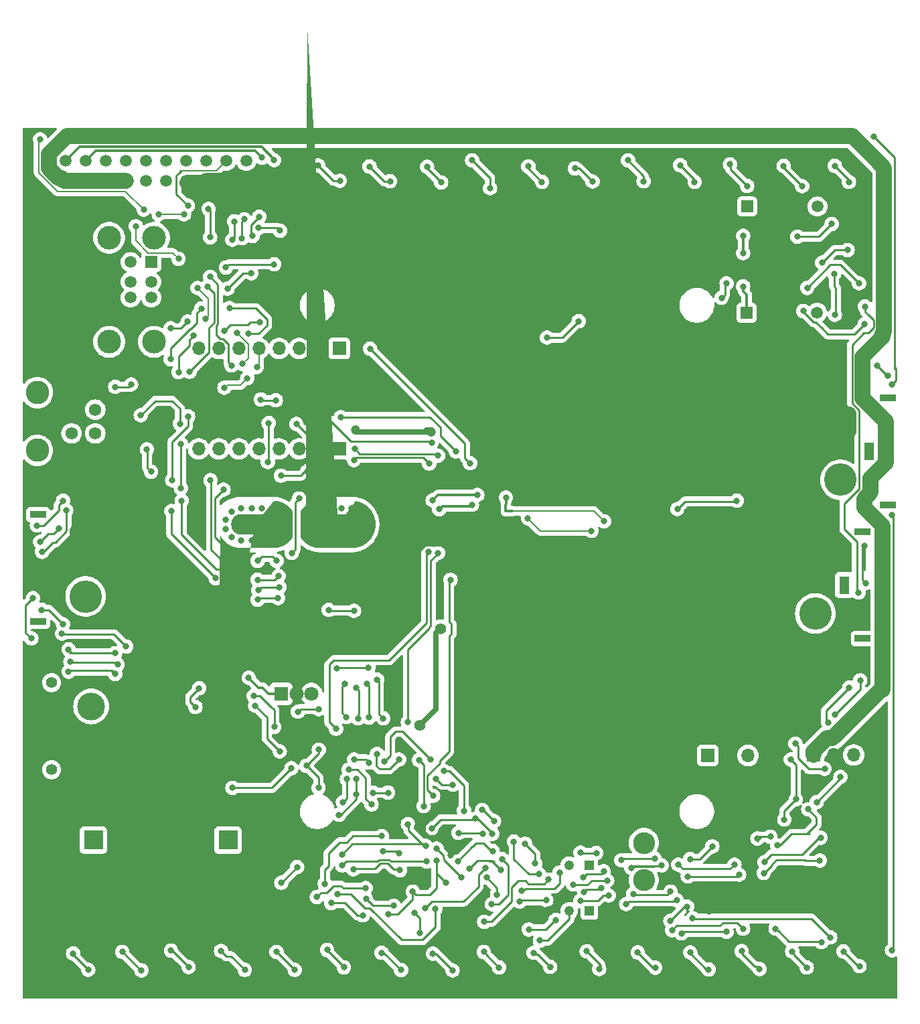
<source format=gbr>
%TF.GenerationSoftware,KiCad,Pcbnew,8.0.3*%
%TF.CreationDate,2025-06-05T22:32:43-07:00*%
%TF.ProjectId,Power_ManagementV2,506f7765-725f-44d6-916e-6167656d656e,rev?*%
%TF.SameCoordinates,Original*%
%TF.FileFunction,Copper,L2,Bot*%
%TF.FilePolarity,Positive*%
%FSLAX46Y46*%
G04 Gerber Fmt 4.6, Leading zero omitted, Abs format (unit mm)*
G04 Created by KiCad (PCBNEW 8.0.3) date 2025-06-05 22:32:43*
%MOMM*%
%LPD*%
G01*
G04 APERTURE LIST*
G04 Aperture macros list*
%AMRoundRect*
0 Rectangle with rounded corners*
0 $1 Rounding radius*
0 $2 $3 $4 $5 $6 $7 $8 $9 X,Y pos of 4 corners*
0 Add a 4 corners polygon primitive as box body*
4,1,4,$2,$3,$4,$5,$6,$7,$8,$9,$2,$3,0*
0 Add four circle primitives for the rounded corners*
1,1,$1+$1,$2,$3*
1,1,$1+$1,$4,$5*
1,1,$1+$1,$6,$7*
1,1,$1+$1,$8,$9*
0 Add four rect primitives between the rounded corners*
20,1,$1+$1,$2,$3,$4,$5,0*
20,1,$1+$1,$4,$5,$6,$7,0*
20,1,$1+$1,$6,$7,$8,$9,0*
20,1,$1+$1,$8,$9,$2,$3,0*%
%AMFreePoly0*
4,1,64,2.219304,2.963065,2.677052,2.853170,3.111972,2.673020,3.513357,2.427051,3.871321,2.121320,4.177052,1.763356,4.423021,1.361971,4.603171,0.927051,4.713066,0.469303,4.750001,0.000000,4.713066,-0.469303,4.603171,-0.927051,4.423021,-1.361971,4.177052,-1.763356,3.871321,-2.121320,3.513357,-2.427051,3.111972,-2.673020,2.677052,-2.853170,2.219304,-2.963065,1.750001,-3.000000,
-2.249999,-3.000000,-2.397706,-2.996361,-2.545055,-2.985454,-2.691689,-2.967306,-2.837251,-2.941960,-2.981388,-2.909478,-3.123751,-2.869938,-3.263995,-2.823437,-3.401780,-2.770088,-3.536770,-2.710019,-3.668639,-2.643376,-3.797067,-2.570322,-3.921743,-2.491033,-4.042363,-2.405702,-4.158636,-2.314536,-4.270279,-2.217755,-4.377022,-2.115595,-4.478605,-2.008303,-4.574782,-1.896139,-4.665320,-1.779377,
-4.750000,-1.658298,-4.750001,1.658297,-4.665322,1.779376,-4.574783,1.896139,-4.478606,2.008302,-4.377023,2.115594,-4.270281,2.217755,-4.158637,2.314535,-4.042365,2.405702,-3.921744,2.491033,-3.797069,2.570322,-3.668640,2.643376,-3.536771,2.710019,-3.401780,2.770087,-3.263996,2.823437,-3.123752,2.869937,-2.981389,2.909477,-2.837251,2.941959,-2.691689,2.967304,-2.545056,2.985452,
-2.397706,2.996359,-2.249999,2.999997,1.750001,3.000000,2.219304,2.963065,2.219304,2.963065,$1*%
%AMFreePoly1*
4,1,64,2.397707,2.996361,2.545056,2.985454,2.691689,2.967306,2.837251,2.941960,2.981388,2.909477,3.123751,2.869938,3.263995,2.823437,3.401779,2.770087,3.536770,2.710019,3.668639,2.643376,3.797067,2.570322,3.921742,2.491033,4.042363,2.405702,4.158635,2.314536,4.270278,2.217755,4.377021,2.115595,4.478604,2.008303,4.574782,1.896140,4.665320,1.779378,4.750000,1.658299,
4.750001,-1.658298,4.665321,-1.779377,4.574783,-1.896139,4.478606,-2.008303,4.377022,-2.115595,4.270280,-2.217755,4.158637,-2.314536,4.042364,-2.405702,3.921744,-2.491033,3.797068,-2.570322,3.668640,-2.643376,3.536771,-2.710019,3.401780,-2.770087,3.263996,-2.823437,3.123752,-2.869937,2.981389,-2.909477,2.837251,-2.941959,2.691689,-2.967305,2.545056,-2.985453,2.397707,-2.996360,
2.250000,-2.999998,-1.750001,-3.000000,-2.219304,-2.963065,-2.677051,-2.853170,-3.111972,-2.673020,-3.513356,-2.427051,-3.871321,-2.121320,-4.177051,-1.763356,-4.423020,-1.361971,-4.603170,-0.927051,-4.713066,-0.469303,-4.750001,0.000000,-4.713066,0.469303,-4.603170,0.927051,-4.423020,1.361971,-4.177051,1.763356,-3.871321,2.121320,-3.513356,2.427051,-3.111972,2.673020,-2.677051,2.853170,
-2.219304,2.963065,-1.750001,3.000000,2.250000,3.000000,2.397707,2.996361,2.397707,2.996361,$1*%
G04 Aperture macros list end*
%TA.AperFunction,ComponentPad*%
%ADD10C,1.498600*%
%TD*%
%TA.AperFunction,ComponentPad*%
%ADD11R,1.498600X1.498600*%
%TD*%
%TA.AperFunction,ComponentPad*%
%ADD12C,1.574800*%
%TD*%
%TA.AperFunction,ComponentPad*%
%ADD13C,2.971800*%
%TD*%
%TA.AperFunction,ComponentPad*%
%ADD14R,1.500000X1.500000*%
%TD*%
%TA.AperFunction,ComponentPad*%
%ADD15C,1.500000*%
%TD*%
%TA.AperFunction,ComponentPad*%
%ADD16C,3.000000*%
%TD*%
%TA.AperFunction,ComponentPad*%
%ADD17R,2.400000X2.400000*%
%TD*%
%TA.AperFunction,ComponentPad*%
%ADD18C,2.400000*%
%TD*%
%TA.AperFunction,ComponentPad*%
%ADD19R,1.508000X1.508000*%
%TD*%
%TA.AperFunction,ComponentPad*%
%ADD20C,1.508000*%
%TD*%
%TA.AperFunction,ComponentPad*%
%ADD21C,1.400000*%
%TD*%
%TA.AperFunction,ComponentPad*%
%ADD22R,3.500000X3.500000*%
%TD*%
%TA.AperFunction,ComponentPad*%
%ADD23C,3.500000*%
%TD*%
%TA.AperFunction,ComponentPad*%
%ADD24R,1.700000X1.700000*%
%TD*%
%TA.AperFunction,ComponentPad*%
%ADD25O,1.700000X1.700000*%
%TD*%
%TA.AperFunction,ComponentPad*%
%ADD26R,2.000000X0.900000*%
%TD*%
%TA.AperFunction,ComponentPad*%
%ADD27RoundRect,1.025000X-1.025000X1.025000X-1.025000X-1.025000X1.025000X-1.025000X1.025000X1.025000X0*%
%TD*%
%TA.AperFunction,ComponentPad*%
%ADD28C,4.100000*%
%TD*%
%TA.AperFunction,ComponentPad*%
%ADD29R,1.300000X2.300000*%
%TD*%
%TA.AperFunction,ComponentPad*%
%ADD30R,1.218000X1.218000*%
%TD*%
%TA.AperFunction,ComponentPad*%
%ADD31C,1.218000*%
%TD*%
%TA.AperFunction,ComponentPad*%
%ADD32RoundRect,1.025000X1.025000X-1.025000X1.025000X1.025000X-1.025000X1.025000X-1.025000X-1.025000X0*%
%TD*%
%TA.AperFunction,CastellatedPad*%
%ADD33R,1.800000X1.800000*%
%TD*%
%TA.AperFunction,CastellatedPad*%
%ADD34C,1.800000*%
%TD*%
%TA.AperFunction,ComponentPad*%
%ADD35C,0.800000*%
%TD*%
%TA.AperFunction,ComponentPad*%
%ADD36RoundRect,1.300000X-2.000000X-0.000010X2.000000X-0.000010X2.000000X0.000010X-2.000000X0.000010X0*%
%TD*%
%TA.AperFunction,SMDPad,CuDef*%
%ADD37FreePoly0,0.000000*%
%TD*%
%TA.AperFunction,SMDPad,CuDef*%
%ADD38FreePoly1,0.000000*%
%TD*%
%TA.AperFunction,ComponentPad*%
%ADD39R,2.775000X2.775000*%
%TD*%
%TA.AperFunction,ComponentPad*%
%ADD40C,2.775000*%
%TD*%
%TA.AperFunction,ViaPad*%
%ADD41C,0.800000*%
%TD*%
%TA.AperFunction,ViaPad*%
%ADD42C,1.400000*%
%TD*%
%TA.AperFunction,ViaPad*%
%ADD43C,1.200000*%
%TD*%
%TA.AperFunction,Conductor*%
%ADD44C,0.304800*%
%TD*%
%TA.AperFunction,Conductor*%
%ADD45C,0.200000*%
%TD*%
%TA.AperFunction,Conductor*%
%ADD46C,0.250000*%
%TD*%
%TA.AperFunction,Conductor*%
%ADD47C,2.000000*%
%TD*%
%TA.AperFunction,Conductor*%
%ADD48C,0.635000*%
%TD*%
G04 APERTURE END LIST*
D10*
%TO.P,D2,1,K*%
%TO.N,Batt2GatePreDiv*%
X254594480Y-60500000D03*
D11*
%TO.P,D2,2,A*%
%TO.N,+BATT*%
X245694320Y-60500000D03*
%TD*%
D12*
%TO.P,J9,1,Pin_1*%
%TO.N,Net-(J9-Pin_1)*%
X160274000Y-89183350D03*
%TO.P,J9,2,Pin_2*%
%TO.N,-BATT1*%
X160274000Y-86183351D03*
%TO.P,J9,3,Pin_3*%
%TO.N,I2C1_SDA*%
X163273999Y-89183350D03*
%TO.P,J9,4,Pin_4*%
%TO.N,I2C1_SCL*%
X163273999Y-86183351D03*
D13*
%TO.P,J9,5*%
%TO.N,N/C*%
X155953998Y-84033350D03*
%TO.P,J9,6*%
X155953998Y-91333351D03*
%TD*%
D14*
%TO.P,J7,1,VBUS1*%
%TO.N,unconnected-(J7-VBUS1-Pad1)*%
X170355000Y-67525000D03*
D15*
%TO.P,J7,2,D1-*%
%TO.N,Device_D-*%
X170355000Y-70025000D03*
%TO.P,J7,3,D1+*%
%TO.N,Device_D+*%
X170355000Y-72025000D03*
%TO.P,J7,4,GND1*%
%TO.N,-BATT1*%
X170355000Y-74525000D03*
%TO.P,J7,5,VBUS2*%
%TO.N,unconnected-(J7-VBUS2-Pad5)*%
X167735000Y-67525000D03*
%TO.P,J7,6,D2-*%
%TO.N,Device_D-*%
X167735000Y-70025000D03*
%TO.P,J7,7,D2+*%
%TO.N,Device_D+*%
X167735000Y-72025000D03*
%TO.P,J7,8,GND2*%
%TO.N,-BATT1*%
X167735000Y-74525000D03*
D16*
%TO.P,J7,9,Shield*%
%TO.N,Net-(J7-Shield)*%
X170705000Y-64455000D03*
X165025000Y-64455000D03*
X170705000Y-77595000D03*
X165025000Y-77595000D03*
%TD*%
D17*
%TO.P,C11,1*%
%TO.N,Net-(JP12-A)*%
X163042600Y-140606846D03*
D18*
%TO.P,C11,2*%
%TO.N,-BATT1*%
X163042600Y-148106846D03*
%TD*%
D10*
%TO.P,D1,1,K*%
%TO.N,Batt1GatePreDiv*%
X254543680Y-73915000D03*
D11*
%TO.P,D1,2,A*%
%TO.N,+BATT*%
X245643520Y-73915000D03*
%TD*%
D19*
%TO.P,J8,1,1*%
%TO.N,+5V*%
X159500000Y-57290000D03*
D20*
%TO.P,J8,2,2*%
%TO.N,I2C1_SCL*%
X159500000Y-54750000D03*
%TO.P,J8,3,3*%
%TO.N,+5V*%
X162040000Y-57290000D03*
%TO.P,J8,4,4*%
%TO.N,I2C1_SDA*%
X162040000Y-54750000D03*
%TO.P,J8,5,5*%
%TO.N,+5V*%
X164580000Y-57290000D03*
%TO.P,J8,6,6*%
%TO.N,Dswitch2*%
X164580000Y-54750000D03*
%TO.P,J8,7,7*%
%TO.N,+5V*%
X167120000Y-57290000D03*
%TO.P,J8,8,8*%
%TO.N,Analog_Current*%
X167120000Y-54750000D03*
%TO.P,J8,9,9*%
%TO.N,Device_D-*%
X169660000Y-57290000D03*
%TO.P,J8,10,10*%
%TO.N,Analog_Voltage1*%
X169660000Y-54750000D03*
%TO.P,J8,11,11*%
%TO.N,Device_D+*%
X172200000Y-57290000D03*
%TO.P,J8,12,12*%
%TO.N,D{slash}A23*%
X172200000Y-54750000D03*
%TO.P,J8,13,13*%
%TO.N,-BATT1*%
X174740000Y-57290000D03*
%TO.P,J8,14,14*%
%TO.N,D{slash}A22*%
X174740000Y-54750000D03*
%TO.P,J8,15,15*%
%TO.N,-BATT1*%
X177280000Y-57290000D03*
%TO.P,J8,16,16*%
%TO.N,D{slash}A21*%
X177280000Y-54750000D03*
%TO.P,J8,17,17*%
%TO.N,-BATT1*%
X179820000Y-57290000D03*
%TO.P,J8,18,18*%
%TO.N,D{slash}A20*%
X179820000Y-54750000D03*
%TO.P,J8,19,19*%
%TO.N,-BATT1*%
X182360000Y-57290000D03*
%TO.P,J8,20,20*%
%TO.N,toNEO_CTRL_Orin*%
X182360000Y-54750000D03*
%TD*%
D21*
%TO.P,J6,*%
%TO.N,*%
X157750000Y-131700000D03*
X157750000Y-120700000D03*
D22*
%TO.P,J6,1,Pin_1*%
%TO.N,-BATT1*%
X162750000Y-128700000D03*
D23*
%TO.P,J6,2,Pin_2*%
%TO.N,+BATT*%
X162750000Y-123700000D03*
%TD*%
D24*
%TO.P,J3,1,Pin_1*%
%TO.N,Net-(J3-Pin_1)*%
X194125000Y-78450000D03*
D25*
%TO.P,J3,2,Pin_2*%
%TO.N,-BATT1*%
X191585000Y-78450000D03*
%TO.P,J3,3,Pin_3*%
%TO.N,I2C1_SCL*%
X189045000Y-78450000D03*
%TO.P,J3,4,Pin_4*%
%TO.N,I2C1_SDA*%
X186505000Y-78450000D03*
%TO.P,J3,5,Pin_5*%
%TO.N,REF*%
X183965000Y-78450000D03*
%TO.P,J3,6,Pin_6*%
%TO.N,COM*%
X181425000Y-78450000D03*
%TO.P,J3,7,Pin_7*%
%TO.N,AD0*%
X178885000Y-78450000D03*
%TO.P,J3,8,Pin_8*%
%TO.N,AD1*%
X176345000Y-78450000D03*
%TD*%
D17*
%TO.P,C10,1*%
%TO.N,Net-(JP12-A)*%
X180060600Y-140606292D03*
D18*
%TO.P,C10,2*%
%TO.N,-BATT1*%
X180060600Y-148106292D03*
%TD*%
D24*
%TO.P,J4,1,Pin_1*%
%TO.N,VSampleBatt2*%
X194125000Y-91150000D03*
D25*
%TO.P,J4,2,Pin_2*%
%TO.N,VSampleBatt1*%
X191585000Y-91150000D03*
%TO.P,J4,3,Pin_3*%
%TO.N,/Battery Control Logic/UVPReference*%
X189045000Y-91150000D03*
%TO.P,J4,4,Pin_4*%
%TO.N,/Battery Control Logic/OCPReference*%
X186505000Y-91150000D03*
%TO.P,J4,5,Pin_5*%
%TO.N,/Battery Control Logic/~{OCP}*%
X183965000Y-91150000D03*
%TO.P,J4,6,Pin_6*%
%TO.N,/Battery Control Logic/~{GateDisable}*%
X181425000Y-91150000D03*
%TO.P,J4,7,Pin_7*%
%TO.N,unconnected-(J4-Pin_7-Pad7)*%
X178885000Y-91150000D03*
%TO.P,J4,8,Pin_8*%
%TO.N,Net-(J4-Pin_8)*%
X176345000Y-91150000D03*
%TD*%
D26*
%TO.P,J2,*%
%TO.N,*%
X260317600Y-101606400D03*
X260317600Y-115106400D03*
D27*
%TO.P,J2,1,Pin_1*%
%TO.N,-BATT1*%
X254317600Y-104756400D03*
D28*
%TO.P,J2,2,Pin_2*%
%TO.N,+BATT2*%
X254317600Y-111956400D03*
D29*
%TO.P,J2,3*%
%TO.N,N/C*%
X257967600Y-108356400D03*
%TD*%
D26*
%TO.P,J1,*%
%TO.N,*%
X263499600Y-84696400D03*
X263499600Y-98196400D03*
D27*
%TO.P,J1,1,Pin_1*%
%TO.N,-BATT1*%
X257499600Y-87846400D03*
D28*
%TO.P,J1,2,Pin_2*%
%TO.N,+BATT1*%
X257499600Y-95046400D03*
D29*
%TO.P,J1,3*%
%TO.N,N/C*%
X261149600Y-91446400D03*
%TD*%
D30*
%TO.P,VR1,1*%
%TO.N,+3.3V*%
X225740400Y-143799800D03*
D31*
%TO.P,VR1,2*%
%TO.N,/Battery Control Logic/UVPReference*%
X223200400Y-143799800D03*
%TO.P,VR1,3*%
%TO.N,-BATT1*%
X220660400Y-143799800D03*
%TD*%
D25*
%TO.P,PM2,1,Pin_1*%
%TO.N,+VregDiode*%
X259170000Y-129840000D03*
%TO.P,PM2,2,Pin_2*%
%TO.N,-BATT1*%
X256630000Y-129840000D03*
D24*
%TO.P,PM2,3,Pin_3*%
%TO.N,+5V*%
X254090000Y-129840000D03*
%TD*%
D26*
%TO.P,J5,*%
%TO.N,*%
X156050000Y-112950000D03*
X156050000Y-99450000D03*
D32*
%TO.P,J5,1,Pin_1*%
%TO.N,-BATT1*%
X162050000Y-102600000D03*
D28*
%TO.P,J5,2,Pin_2*%
%TO.N,+BATT*%
X162050000Y-109800000D03*
%TD*%
D33*
%TO.P,U5,1,VCC*%
%TO.N,+5V*%
X186790100Y-122099999D03*
D34*
%TO.P,U5,2,GND*%
%TO.N,-BATT1*%
X188700100Y-122099999D03*
%TO.P,U5,3,VIOUT*%
%TO.N,ISample5V*%
X190610100Y-122099999D03*
D35*
%TO.P,U5,4,IP+*%
%TO.N,+BATTHall*%
X189798100Y-100082000D03*
X189798100Y-101318001D03*
X190524100Y-99082000D03*
X190524100Y-102318000D03*
X191700100Y-98700000D03*
X191700100Y-102700000D03*
X193033400Y-98700000D03*
X193033400Y-102700000D03*
D36*
X193700100Y-100700000D03*
D37*
X193950099Y-100700000D03*
D35*
X194366700Y-98700000D03*
X194366700Y-102700000D03*
X195700000Y-98700000D03*
X195700000Y-102700000D03*
X196876100Y-99082000D03*
X196876100Y-102318000D03*
X197602100Y-100082000D03*
X197602100Y-101318000D03*
%TO.P,U5,5,IP-*%
%TO.N,+BATT*%
X179798100Y-100082000D03*
X179798100Y-101318000D03*
X180524100Y-99082000D03*
X180524100Y-102318000D03*
X181700100Y-98700000D03*
X181700100Y-102700000D03*
X183033400Y-98700000D03*
X183033400Y-102700000D03*
D38*
X183450100Y-100700000D03*
D36*
X183700100Y-100700000D03*
D35*
X184366700Y-98700000D03*
X184366700Y-102700000D03*
X185700000Y-98700000D03*
X185700000Y-102700000D03*
X186876100Y-99082000D03*
X186876100Y-102318000D03*
X187602100Y-100082000D03*
X187602100Y-101318001D03*
%TD*%
D39*
%TO.P,S1,1*%
%TO.N,-BATT1*%
X232650000Y-150350000D03*
D40*
%TO.P,S1,2*%
%TO.N,Net-(D13-A)*%
X232650000Y-145650000D03*
%TO.P,S1,3*%
%TO.N,+3.3V*%
X232650000Y-140950000D03*
%TD*%
D25*
%TO.P,PM1,1,Pin_1*%
%TO.N,+VregDiode*%
X245808300Y-129907700D03*
%TO.P,PM1,2,Pin_2*%
%TO.N,-BATT1*%
X243268300Y-129907700D03*
D24*
%TO.P,PM1,3,Pin_3*%
%TO.N,+5V*%
X240728300Y-129907700D03*
%TD*%
D30*
%TO.P,VR2,1*%
%TO.N,+3.3V*%
X225740400Y-149565600D03*
D31*
%TO.P,VR2,2*%
%TO.N,/Battery Control Logic/OCPReference*%
X223200400Y-149565600D03*
%TO.P,VR2,3*%
%TO.N,-BATT1*%
X220660400Y-149565600D03*
%TD*%
D41*
%TO.N,+BATT*%
X245200000Y-64200000D03*
X245200000Y-66400000D03*
X245200000Y-70600000D03*
%TO.N,-BATT1*%
X202100000Y-145800000D03*
X200150000Y-145400000D03*
X260800000Y-135900000D03*
%TO.N,VSampleBatt2*%
X202800000Y-138600000D03*
X204800000Y-136300000D03*
%TO.N,-BATT1*%
X202179454Y-135002168D03*
X204000000Y-138900000D03*
%TO.N,Analog_Current*%
X186600000Y-129400000D03*
X183500000Y-123600000D03*
%TO.N,Batt1Gate*%
X252789915Y-73710085D03*
%TO.N,NeoPass5*%
X213200000Y-58200000D03*
X210933905Y-54666095D03*
%TO.N,Batt1Gate*%
X260572043Y-75350000D03*
%TO.N,+VregDiode*%
X256400000Y-62700000D03*
%TO.N,Batt1Gate*%
X220400000Y-77080001D03*
X224400000Y-75000000D03*
%TO.N,/Battery Control Logic/UVPReference*%
X188900000Y-124356109D03*
X191525000Y-124050000D03*
%TO.N,/Battery Control Logic/~{GateDisable}*%
X255100000Y-153500000D03*
%TO.N,~{OCPLatch}*%
X256200000Y-152900000D03*
%TO.N,Batt1Enable*%
X250400000Y-138000000D03*
%TO.N,VSampleBatt2*%
X226000000Y-101500000D03*
X217980490Y-99919510D03*
%TO.N,VSampleBatt1*%
X227600000Y-100300000D03*
%TO.N,ISample5V*%
X169800000Y-91200000D03*
%TO.N,REF*%
X182500000Y-82200000D03*
X179600000Y-83400000D03*
X183700000Y-80800000D03*
%TO.N,VSampleBatt1*%
X184200000Y-84900000D03*
X188700000Y-88000000D03*
X186100000Y-85000000D03*
%TO.N,VSampleBatt2*%
X192900000Y-89600000D03*
X190700000Y-88500000D03*
X196100000Y-91150000D03*
%TO.N,Analog_Voltage1*%
X156300000Y-52000000D03*
X177200000Y-74700000D03*
X169400000Y-60900000D03*
X168400000Y-63000000D03*
X181200000Y-76500000D03*
X173800000Y-67100000D03*
X181900000Y-80400000D03*
X176200000Y-70800000D03*
%TO.N,I2C1_SCL*%
X185877200Y-54636633D03*
%TO.N,D{slash}A20*%
X174993764Y-60402773D03*
%TO.N,Dswitch2*%
X171300000Y-61500000D03*
X174500000Y-61500000D03*
%TO.N,D{slash}A23*%
X177800000Y-69400000D03*
X177800000Y-64400000D03*
X180500000Y-80600000D03*
X177600000Y-60800000D03*
%TO.N,LETeensy*%
X175200000Y-81400000D03*
X183800000Y-110200000D03*
X173000000Y-95100000D03*
X186400000Y-110000000D03*
X175008747Y-87026829D03*
X172900000Y-99000000D03*
X196000000Y-111600000D03*
X198900000Y-129700000D03*
X197900000Y-125100000D03*
X201700000Y-130400000D03*
X178500000Y-107500000D03*
X192800000Y-111500000D03*
X177475000Y-70600000D03*
X197600000Y-120800000D03*
%TO.N,VSampleBatt2*%
X204200000Y-130500000D03*
X202800000Y-125700000D03*
%TO.N,~{SystemKill}*%
X214700000Y-143000000D03*
X213400000Y-148700000D03*
%TO.N,/Battery Control Logic/UVPReference*%
X214573250Y-144394253D03*
X210600000Y-144200000D03*
%TO.N,+3.3V*%
X209100000Y-143300000D03*
%TO.N,Batt1Enable*%
X205000000Y-149200000D03*
X217200000Y-147000000D03*
X212600000Y-144100000D03*
%TO.N,KillSwitch*%
X214079901Y-147476178D03*
X212750000Y-145350000D03*
%TO.N,Batt2Enable*%
X220590991Y-145600000D03*
%TO.N,~{OCPLatch}*%
X219393390Y-144874907D03*
X213700000Y-138200000D03*
X216200000Y-140800000D03*
X212200000Y-136800000D03*
%TO.N,~{SystemKill}*%
X205700000Y-130425000D03*
X199800000Y-130700000D03*
X209900000Y-136900000D03*
X207330571Y-131846041D03*
X197900000Y-130800000D03*
X196000000Y-130400000D03*
%TO.N,-BATT1*%
X194700000Y-139800000D03*
%TO.N,Batt1Enable*%
X238500000Y-143000000D03*
%TO.N,Batt2Enable*%
X244100000Y-143700000D03*
%TO.N,KillSwitch*%
X243100000Y-152200000D03*
X237400000Y-152400000D03*
%TO.N,/Battery Control Logic/Batt1>UVP*%
X236000000Y-150800000D03*
%TO.N,~{OCPLatch}*%
X236800000Y-148200000D03*
%TO.N,/Battery Control Logic/~{GateDisable}*%
X245200000Y-151800000D03*
X249300000Y-151800000D03*
X236200000Y-152000000D03*
X199500000Y-140100000D03*
X205800000Y-139100000D03*
%TO.N,Batt2Enable*%
X212457658Y-150939190D03*
%TO.N,/Battery Control Logic/OCPReference*%
X188800000Y-144000000D03*
X194100000Y-137400000D03*
X186800000Y-146000000D03*
%TO.N,/Battery Control Logic/UVPReference*%
X199700000Y-142000000D03*
X195300000Y-131700000D03*
X198200000Y-136100000D03*
X201700000Y-142300000D03*
%TO.N,VSampleBatt1*%
X195100000Y-132900000D03*
X193730524Y-126532481D03*
X194600000Y-135800000D03*
D42*
%TO.N,+3.3V*%
X204300000Y-126100000D03*
D41*
%TO.N,Net-(U7-2D)*%
X193900000Y-147400000D03*
X206300000Y-149300000D03*
%TO.N,+3.3V*%
X193112527Y-148557537D03*
X197100000Y-150100000D03*
%TO.N,KillSwitch*%
X206000000Y-135000000D03*
%TO.N,/Battery Control Logic/~{GateDisable}*%
X218912233Y-143560185D03*
X213500000Y-139800000D03*
X217617698Y-141061457D03*
X211300000Y-137900000D03*
%TO.N,/Battery Control Logic/OCPReference*%
X196300000Y-134800000D03*
X196504723Y-125214932D03*
X196300000Y-132900000D03*
%TO.N,ISample3.3V*%
X191500000Y-134000000D03*
%TO.N,/Battery Control Logic/~{GateDisable}*%
X192296863Y-146132344D03*
%TO.N,-BATT1*%
X189500000Y-129500000D03*
%TO.N,/Battery Control Logic/Batt1>UVP*%
X195900000Y-144300000D03*
X201800000Y-144400000D03*
%TO.N,/Battery Control Logic/VBatt1<VBatt2*%
X191300000Y-147800000D03*
X197479000Y-146658999D03*
%TO.N,Net-(JP22-A)*%
X204300000Y-152300000D03*
X203600000Y-149800000D03*
%TO.N,-BATT1*%
X188000000Y-149500000D03*
%TO.N,Net-(U7-2C)*%
X201000000Y-148900000D03*
X197500000Y-148000000D03*
%TO.N,+3.3V*%
X200300000Y-150000000D03*
X207600000Y-146000000D03*
X203421559Y-147115714D03*
X206404074Y-143195926D03*
%TO.N,/Battery Control Logic/Batt2>UVP*%
X206437776Y-141655956D03*
X209602458Y-145350090D03*
X216949560Y-148377421D03*
%TO.N,VSampleBatt1*%
X205200000Y-143300000D03*
X194522519Y-143801716D03*
%TO.N,+3.3V*%
X213518816Y-141975000D03*
%TO.N,Net-(D13-A)*%
X209200000Y-139700000D03*
X212300000Y-139800000D03*
%TO.N,-BATT1*%
X208219046Y-142475000D03*
%TO.N,VSampleBatt2*%
X205075000Y-141335254D03*
X194476051Y-142402485D03*
%TO.N,-BATT1*%
X202700000Y-132645000D03*
%TO.N,~{OCPLatch}*%
X208500000Y-133600000D03*
X206375000Y-132869218D03*
%TO.N,-BATT1*%
X207560952Y-136605685D03*
X202179454Y-135002168D03*
%TO.N,/Battery Control Logic/~{OCP}*%
X200300000Y-134600000D03*
X198400000Y-134600000D03*
%TO.N,-BATT1*%
X237900000Y-131542700D03*
%TO.N,Batt1Enable*%
X247000000Y-140400000D03*
%TO.N,Batt2Enable*%
X254500000Y-135800000D03*
X257500000Y-132600000D03*
X255500000Y-131600000D03*
X251800000Y-128400000D03*
X256800000Y-124700000D03*
%TO.N,-BATT1*%
X256000000Y-54000000D03*
%TO.N,Net-(LED17-DOUT)*%
X264000000Y-99500000D03*
%TO.N,Batt1Enable*%
X259800000Y-109300000D03*
X258609685Y-121309685D03*
%TO.N,Batt2Enable*%
X260702400Y-108100000D03*
%TO.N,Batt1Enable*%
X225000000Y-145300000D03*
%TO.N,Batt2Enable*%
X223700000Y-146200000D03*
%TO.N,~{OCPLatch}*%
X225100000Y-147200000D03*
%TO.N,Batt2Enable*%
X228000000Y-145700000D03*
%TO.N,Batt1Enable*%
X241300000Y-141400000D03*
%TO.N,/Battery Control Logic/Batt2>UVP*%
X238200000Y-145201777D03*
%TO.N,Batt2Enable*%
X237000000Y-143700084D03*
X234900000Y-143800000D03*
%TO.N,Batt1Enable*%
X234000000Y-142900000D03*
%TO.N,Net-(D13-A)*%
X226625000Y-142225000D03*
%TO.N,Batt1Enable*%
X229800000Y-143150000D03*
%TO.N,~{OCPLatch}*%
X230400000Y-148700000D03*
%TO.N,/Battery Control Logic/Batt2>UVP*%
X231300000Y-147400000D03*
X228200000Y-147600000D03*
X220300000Y-148200000D03*
X224600000Y-148300000D03*
%TO.N,Batt1Enable*%
X222000000Y-144700000D03*
%TO.N,/Battery Control Logic/Batt1>UVP*%
X221500000Y-150700000D03*
X218100000Y-151900000D03*
%TO.N,/Battery Control Logic/OCPReference*%
X219500000Y-153300000D03*
%TO.N,Net-(LED12-DOUT)*%
X234079900Y-156720100D03*
%TO.N,Net-(LED13-DOUT)*%
X240830600Y-156969400D03*
%TO.N,Net-(LED14-DOUT)*%
X247282600Y-156920000D03*
%TO.N,Net-(LED16-DOUT)*%
X259915400Y-156550000D03*
%TO.N,Net-(LED17-DOUT)*%
X264025000Y-154525000D03*
%TO.N,Batt2Enable*%
X260000000Y-120400000D03*
%TO.N,Net-(LED11-DOUT)*%
X227000000Y-156900000D03*
%TO.N,~{SystemKill}*%
X180239683Y-73343042D03*
X182600000Y-76600000D03*
X185100000Y-92800000D03*
X185200000Y-87875000D03*
%TO.N,/Battery Control Logic/UVPReference*%
X189045000Y-97408200D03*
%TO.N,KillSwitch*%
X186632800Y-63554922D03*
%TO.N,D{slash}A20*%
X180600000Y-64700000D03*
X180848000Y-62382400D03*
%TO.N,D{slash}A21*%
X182123200Y-62123200D03*
X181834000Y-64500000D03*
%TO.N,toNEO_CTRL_Orin*%
X184000000Y-61800000D03*
X183161400Y-64238600D03*
%TO.N,+BATT*%
X190100000Y-93977401D03*
%TO.N,ISample3.3V*%
X156550000Y-104150000D03*
X155400000Y-110000000D03*
X155200000Y-115100000D03*
%TO.N,/Battery Control Logic/~{GateDisable}*%
X176400000Y-121400000D03*
%TO.N,ISample3.3V*%
X180625000Y-134000000D03*
%TO.N,/Battery Control Logic/~{OCP}*%
X183300000Y-122356595D03*
%TO.N,+5V*%
X182676800Y-120091200D03*
%TO.N,ISample5V*%
X183800000Y-105300000D03*
X186200000Y-105300000D03*
%TO.N,~{SystemKill}*%
X183800000Y-107696000D03*
%TO.N,ISample3.3V*%
X165800000Y-119600000D03*
%TO.N,Analog_Current*%
X166100000Y-118425000D03*
%TO.N,I2C1_SDA*%
X176678544Y-73400735D03*
X172800000Y-79800000D03*
%TO.N,I2C1_SCL*%
X185877200Y-67800000D03*
X165800000Y-83300000D03*
X179800000Y-68200000D03*
X174955756Y-75032731D03*
X172800000Y-75900000D03*
X167800000Y-83000000D03*
%TO.N,~{OCPLatch}*%
X180000000Y-70900000D03*
X198900000Y-120300000D03*
X183900000Y-109000000D03*
X174100000Y-96100000D03*
X183000000Y-68925000D03*
X193800000Y-118900000D03*
X197825000Y-118800000D03*
X179466896Y-106726462D03*
X175725000Y-76810863D03*
X186542825Y-108607302D03*
X174100000Y-90500000D03*
X173800479Y-81436733D03*
X174200000Y-97700000D03*
D42*
%TO.N,+3.3V*%
X206900000Y-113900000D03*
D41*
%TO.N,VSampleBatt2*%
X210900000Y-98200000D03*
X206600000Y-104300000D03*
%TO.N,VSampleBatt1*%
X205400000Y-104200000D03*
%TO.N,KillSwitch*%
X208200000Y-107700000D03*
%TO.N,-BATT1*%
X216000000Y-102000000D03*
%TO.N,I2C1_SDA*%
X205800000Y-90400000D03*
%TO.N,VSampleBatt1*%
X205500000Y-93000000D03*
%TO.N,VSampleBatt2*%
X206600000Y-92000000D03*
X206773298Y-98779803D03*
%TO.N,KillSwitch*%
X210663379Y-92963379D03*
%TO.N,I2C1_SDA*%
X191300000Y-86700000D03*
%TO.N,+VregDiode*%
X243100000Y-70200000D03*
%TO.N,-BATT1*%
X253200000Y-68300000D03*
X257500000Y-79800000D03*
%TO.N,Batt2Enable*%
X262100000Y-80600000D03*
X263500000Y-81900000D03*
%TO.N,Net-(LED17-DOUT)*%
X264000000Y-83000000D03*
%TO.N,Batt2Enable*%
X256789358Y-74180350D03*
X256700000Y-69000000D03*
X258400000Y-66000000D03*
X255200000Y-67600000D03*
%TO.N,NeoPass4*%
X245700000Y-57900000D03*
%TO.N,/Battery Control Logic/~{GateDisable}*%
X158700000Y-101200000D03*
%TO.N,toNEO_CTRL_Orin*%
X159200000Y-97700000D03*
%TO.N,ISample3.3V*%
X159600000Y-98900000D03*
%TO.N,/Battery Control Logic/~{GateDisable}*%
X156300000Y-102900000D03*
X159200000Y-113300000D03*
X159050000Y-114500000D03*
%TO.N,/Battery Control Logic/~{OCP}*%
X159900000Y-116500000D03*
X165775000Y-116975000D03*
%TO.N,ISample3.3V*%
X159900000Y-119300000D03*
%TO.N,-BATT1*%
X240900000Y-149600000D03*
%TO.N,~{OCPLatch}*%
X238800000Y-150500000D03*
%TO.N,/Battery Control Logic/Batt1>UVP*%
X238100000Y-149000000D03*
X253437039Y-136711110D03*
%TO.N,Batt2Enable*%
X255000000Y-140300000D03*
%TO.N,/Battery Control Logic/Batt2>UVP*%
X254900000Y-143200000D03*
X247800000Y-144780000D03*
%TO.N,Batt2Enable*%
X247900000Y-143400000D03*
%TO.N,/Battery Control Logic/Batt1>UVP*%
X249500000Y-141281884D03*
%TO.N,~{SystemKill}*%
X179500000Y-96300000D03*
%TO.N,ISample5V*%
X170332400Y-94030800D03*
%TO.N,-BATT1*%
X241249200Y-99872800D03*
%TO.N,toNEO_CTRL_Orin*%
X184044568Y-75162585D03*
X179634625Y-76200000D03*
%TO.N,-BATT1*%
X179158598Y-82042263D03*
X245313200Y-53594000D03*
X192735200Y-53848000D03*
X206298800Y-53797200D03*
X186650000Y-157800000D03*
X262548752Y-132740716D03*
X255686170Y-72231848D03*
X199700000Y-157800000D03*
X219150000Y-157900000D03*
X257296260Y-63775512D03*
X180150000Y-157700000D03*
D42*
X260100000Y-144900000D03*
D41*
X245200000Y-157950000D03*
X219151200Y-53898800D03*
X193100000Y-157950000D03*
X173750000Y-157850000D03*
X160700000Y-157750000D03*
X238963200Y-53695600D03*
X242350000Y-67500000D03*
X251650000Y-157850000D03*
X155350000Y-157800000D03*
X206250000Y-157900000D03*
X232410000Y-53695600D03*
X238750000Y-157900000D03*
X225755200Y-53746400D03*
X169637400Y-80337400D03*
X232200000Y-157950000D03*
D42*
X177100000Y-118075000D03*
D41*
X207778633Y-103544466D03*
X212700000Y-157950000D03*
X251561600Y-53746400D03*
X212547200Y-53746400D03*
X167200000Y-157850000D03*
X225750000Y-158000000D03*
X199440800Y-53848000D03*
X258200000Y-158000000D03*
%TO.N,+VregDiode*%
X242468400Y-72034400D03*
X252049400Y-64318400D03*
D42*
%TO.N,+5V*%
X262237500Y-54837500D03*
D43*
%TO.N,+3.3V*%
X196164430Y-88710570D03*
D41*
X169028209Y-86885316D03*
X173974825Y-87970762D03*
D43*
X205740000Y-89000000D03*
D41*
%TO.N,ISample5V*%
X180126357Y-105617625D03*
X177840505Y-95104356D03*
%TO.N,+BATT*%
X186752500Y-94529252D03*
%TO.N,/Battery Control Logic/Batt2>UVP*%
X236020496Y-147129504D03*
X244690110Y-144969558D03*
%TO.N,Batt2Enable*%
X260502400Y-103378000D03*
X231050000Y-144100000D03*
%TO.N,Batt1Enable*%
X260604000Y-73152000D03*
X251866400Y-135432800D03*
X248650000Y-140175000D03*
X251206000Y-130403600D03*
X227560084Y-144560084D03*
X255948715Y-125748315D03*
%TO.N,~{OCPLatch}*%
X199698400Y-125222870D03*
X227225000Y-146675000D03*
%TO.N,/Battery Control Logic/~{OCP}*%
X185900000Y-126300000D03*
%TO.N,/Battery Control Logic/~{GateDisable}*%
X156500000Y-111500000D03*
X175941185Y-123780629D03*
X167176582Y-116135127D03*
%TO.N,~{SystemKill}*%
X195030289Y-125048190D03*
X186464706Y-107209480D03*
X194815665Y-120843706D03*
X181340109Y-106825000D03*
%TO.N,I2C1_SCL*%
X208846886Y-91450360D03*
X194325000Y-87125000D03*
%TO.N,I2C1_SDA*%
X184354525Y-54333351D03*
%TO.N,VSampleBatt1*%
X195986858Y-92545423D03*
X205942819Y-97652723D03*
X215200000Y-97300000D03*
X211579494Y-96975952D03*
%TO.N,/Battery Control Logic/OCPReference*%
X196310018Y-121344015D03*
%TO.N,/Battery Control Logic/UVPReference*%
X188122252Y-104294811D03*
%TO.N,Net-(JP1-A)*%
X259854174Y-70215994D03*
X253299080Y-70787000D03*
%TO.N,Batt2Gate*%
X244400000Y-97688400D03*
X236880400Y-98755200D03*
%TO.N,ISample3.3V*%
X188075000Y-131525000D03*
X189975000Y-131200000D03*
X191541988Y-129175996D03*
%TO.N,KillSwitch*%
X183909600Y-63222457D03*
X198025000Y-78475000D03*
%TO.N,Analog_Current*%
X160125000Y-118050000D03*
%TO.N,Net-(LED1-DOUT)*%
X160470000Y-154940000D03*
X162384900Y-156984900D03*
%TO.N,Net-(LED2-DOUT)*%
X166697239Y-154727239D03*
X169110000Y-157060000D03*
%TO.N,toNEO_CTRL_Orin*%
X155909426Y-100820217D03*
%TO.N,Net-(LED3-DOUT)*%
X172851409Y-154574470D03*
X175080000Y-156660000D03*
%TO.N,Net-(LED4-DOUT)*%
X182180000Y-157010000D03*
X179175286Y-154603392D03*
%TO.N,Net-(LED6-DOUT)*%
X192595198Y-154483481D03*
X194710000Y-156680000D03*
%TO.N,Net-(LED10-DIN)*%
X212410000Y-154740000D03*
X214330000Y-156710000D03*
%TO.N,Net-(LED13-DOUT)*%
X238500000Y-154790000D03*
%TO.N,Net-(LED14-DOUT)*%
X245010000Y-154640000D03*
%TO.N,Net-(LED16-DOUT)*%
X257870000Y-154670000D03*
%TO.N,Net-(LED17-DOUT)*%
X261700000Y-51650000D03*
%TO.N,Net-(LED18-DOUT)*%
X258572000Y-57404000D03*
X256794000Y-55372000D03*
%TO.N,Net-(LED19-DOUT)*%
X250317000Y-55372000D03*
X252656879Y-57930489D03*
%TO.N,Net-(LED21-DOUT)*%
X239064800Y-57404000D03*
X237236000Y-55270400D03*
%TO.N,Net-(LED26-DOUT)*%
X205232000Y-55473600D03*
X207010000Y-57454800D03*
%TO.N,Net-(LED27-DOUT)*%
X200558400Y-57302400D03*
X197947000Y-55453000D03*
%TO.N,Net-(LED28-DOUT)*%
X194208400Y-57251600D03*
X191458730Y-55323445D03*
%TO.N,Net-(D13-A)*%
X224625000Y-142175000D03*
%TO.N,NeoPass1*%
X188500000Y-157010000D03*
X186194339Y-154734339D03*
%TO.N,Net-(LED7-DOUT)*%
X199470000Y-154840000D03*
X201941066Y-157033056D03*
%TO.N,Net-(LED8-DOUT)*%
X208455226Y-157066096D03*
X205960000Y-154970000D03*
%TO.N,NeoPass2*%
X218700000Y-154840000D03*
X220800000Y-156630000D03*
%TO.N,Net-(LED11-DOUT)*%
X225420000Y-154660000D03*
%TO.N,Net-(LED12-DOUT)*%
X231870000Y-154810000D03*
%TO.N,NeoPass3*%
X251400000Y-154670000D03*
X253240000Y-156710000D03*
%TO.N,NeoPass4*%
X243535200Y-55160200D03*
%TO.N,Net-(LED22-DOUT)*%
X232613200Y-57302400D03*
X230649011Y-54661791D03*
%TO.N,Net-(LED23-DOUT)*%
X226161600Y-57353200D03*
X223926400Y-55676800D03*
%TO.N,Net-(LED24-DOUT)*%
X218033600Y-55422800D03*
X219760800Y-57404000D03*
%TD*%
D44*
%TO.N,+BATT*%
X245200000Y-71200000D02*
X245643520Y-71643520D01*
X245200000Y-64200000D02*
X245200000Y-66400000D01*
X245200000Y-70600000D02*
X245200000Y-71200000D01*
X245643520Y-71643520D02*
X245643520Y-73915000D01*
D45*
%TO.N,-BATT1*%
X200550000Y-145800000D02*
X200150000Y-145400000D01*
X202100000Y-145800000D02*
X200550000Y-145800000D01*
D46*
%TO.N,VSampleBatt2*%
X202875000Y-139365991D02*
X202875000Y-138675000D01*
X202875000Y-138675000D02*
X202800000Y-138600000D01*
%TO.N,-BATT1*%
X204000000Y-138900000D02*
X204000000Y-137785536D01*
X204000000Y-137785536D02*
X202179454Y-135964990D01*
X202179454Y-135964990D02*
X202179454Y-135002168D01*
%TO.N,VSampleBatt2*%
X204844263Y-141335254D02*
X205075000Y-141335254D01*
X202875000Y-139365991D02*
X204844263Y-141335254D01*
%TO.N,-BATT1*%
X205095926Y-139704074D02*
X204875000Y-139483148D01*
X204291852Y-138900000D02*
X204000000Y-138900000D01*
X205416852Y-140025000D02*
X205095926Y-139704074D01*
X205095926Y-139704074D02*
X204291852Y-138900000D01*
X205933148Y-140025000D02*
X205416852Y-140025000D01*
%TO.N,VSampleBatt2*%
X204814746Y-141075000D02*
X205075000Y-141335254D01*
%TO.N,-BATT1*%
X208219046Y-141846235D02*
X206903767Y-140530956D01*
X206903767Y-140530956D02*
X206439104Y-140530956D01*
X204875000Y-139483148D02*
X204875000Y-138716852D01*
%TO.N,/Battery Control Logic/Batt2>UVP*%
X207294046Y-142777750D02*
X207294046Y-142512226D01*
X207294046Y-142512226D02*
X206437776Y-141655956D01*
%TO.N,-BATT1*%
X208219046Y-142475000D02*
X208219046Y-141846235D01*
%TO.N,VSampleBatt2*%
X195803536Y-141075000D02*
X204814746Y-141075000D01*
X194476051Y-142402485D02*
X195803536Y-141075000D01*
%TO.N,-BATT1*%
X206439104Y-140530956D02*
X205933148Y-140025000D01*
%TO.N,/Battery Control Logic/Batt2>UVP*%
X209602458Y-145350090D02*
X207329074Y-143076706D01*
X207329074Y-143076706D02*
X207329074Y-142812778D01*
X207329074Y-142812778D02*
X207294046Y-142777750D01*
%TO.N,Analog_Current*%
X184975000Y-125075000D02*
X183500000Y-123600000D01*
X186600000Y-129400000D02*
X184975000Y-127775000D01*
X184975000Y-127775000D02*
X184975000Y-125075000D01*
%TO.N,/Battery Control Logic/~{OCP}*%
X185900000Y-126300000D02*
X185900000Y-124159696D01*
X185900000Y-124159696D02*
X184096899Y-122356595D01*
X185550000Y-123809695D02*
X184096899Y-122356595D01*
X184096899Y-122356595D02*
X183300000Y-122356595D01*
%TO.N,NeoPass4*%
X243535200Y-55160200D02*
X243578400Y-55778400D01*
X243578400Y-55778400D02*
X245700000Y-57900000D01*
%TO.N,/Battery Control Logic/UVPReference*%
X188122252Y-104294811D02*
X188577100Y-103839963D01*
X188577100Y-97876100D02*
X189045000Y-97408200D01*
X188577100Y-103839963D02*
X188577100Y-97876100D01*
D44*
%TO.N,VSampleBatt1*%
X215200000Y-97300000D02*
X215188800Y-99009200D01*
X215188800Y-99009200D02*
X216001600Y-99009200D01*
D46*
%TO.N,Batt1Gate*%
X255180132Y-75919868D02*
X255910265Y-76650000D01*
X254546972Y-75286707D02*
X255180132Y-75919868D01*
X255180132Y-75919868D02*
X254344764Y-75084500D01*
X254344764Y-75084500D02*
X254059257Y-75084500D01*
X254059257Y-75084500D02*
X252789915Y-73815158D01*
X252789915Y-73815158D02*
X252789915Y-73710085D01*
%TO.N,Net-(LED27-DOUT)*%
X200558400Y-57302400D02*
X199796400Y-57302400D01*
X199796400Y-57302400D02*
X197947000Y-55453000D01*
%TO.N,NeoPass5*%
X213200000Y-58200000D02*
X213200000Y-56932190D01*
X210933905Y-54666095D02*
X213200000Y-56932190D01*
%TO.N,Net-(LED22-DOUT)*%
X232613200Y-56625980D02*
X230649011Y-54661791D01*
X232613200Y-57302400D02*
X232613200Y-56625980D01*
D47*
%TO.N,+5V*%
X263022043Y-76364824D02*
X263022043Y-55622043D01*
X263022043Y-55622043D02*
X262237500Y-54837500D01*
X260500000Y-97431033D02*
X260500000Y-98551794D01*
X262850000Y-76945432D02*
X260296800Y-79498632D01*
X261299600Y-94876568D02*
X261299600Y-96631433D01*
X262850000Y-76536866D02*
X262850000Y-76945432D01*
D46*
%TO.N,Batt1Enable*%
X261015991Y-74225000D02*
X261038034Y-74225000D01*
%TO.N,Batt1Gate*%
X259272043Y-76650000D02*
X260572042Y-75350000D01*
%TO.N,Batt1Enable*%
X259577400Y-102865769D02*
X259577400Y-109077400D01*
X259577400Y-109077400D02*
X259800000Y-109300000D01*
D47*
%TO.N,+5V*%
X263249600Y-92926568D02*
X261299600Y-94876568D01*
D46*
%TO.N,Batt1Enable*%
X258000000Y-98057200D02*
X258000000Y-101288369D01*
D47*
%TO.N,+5V*%
X261299600Y-96631433D02*
X260500000Y-97431033D01*
X260500000Y-98551794D02*
X262825000Y-100876794D01*
D46*
%TO.N,Batt1Enable*%
X259874600Y-86255196D02*
X259874600Y-96182600D01*
D47*
%TO.N,+5V*%
X260296800Y-79498632D02*
X260296800Y-84730606D01*
X262825000Y-100876794D02*
X262825000Y-119700000D01*
D46*
%TO.N,Batt1Enable*%
X258971800Y-77980074D02*
X258971800Y-85352396D01*
X260476874Y-76475000D02*
X258971800Y-77980074D01*
D47*
%TO.N,+5V*%
X263249600Y-87683406D02*
X263249600Y-92926568D01*
X260296800Y-84730606D02*
X263249600Y-87683406D01*
D46*
%TO.N,Batt1Enable*%
X261697043Y-74884009D02*
X261697043Y-75815991D01*
X260604000Y-73813009D02*
X261015991Y-74225000D01*
X260604000Y-73152000D02*
X260604000Y-73813009D01*
D47*
%TO.N,+5V*%
X263022043Y-76364824D02*
X262850000Y-76536866D01*
D46*
%TO.N,Batt1Enable*%
X259874600Y-96182600D02*
X258000000Y-98057200D01*
X258971800Y-85352396D02*
X259874600Y-86255196D01*
X258000000Y-101288369D02*
X259577400Y-102865769D01*
X261038034Y-74225000D02*
X261697043Y-74884009D01*
X261697043Y-75815991D02*
X261038034Y-76475000D01*
X261038034Y-76475000D02*
X260476874Y-76475000D01*
%TO.N,Batt1Gate*%
X260572042Y-75350000D02*
X260572043Y-75350000D01*
%TO.N,+VregDiode*%
X254781600Y-64318400D02*
X256400000Y-62700000D01*
X252049400Y-64318400D02*
X254781600Y-64318400D01*
%TO.N,Batt1Gate*%
X220400000Y-77080001D02*
X222319999Y-77080001D01*
X222319999Y-77080001D02*
X224400000Y-75000000D01*
%TO.N,/Battery Control Logic/UVPReference*%
X191525000Y-124050000D02*
X189206109Y-124050000D01*
X189206109Y-124050000D02*
X188900000Y-124356109D01*
%TO.N,-BATT1*%
X204875000Y-138716852D02*
X204858148Y-138700000D01*
%TO.N,~{SystemKill}*%
X202150000Y-126875000D02*
X205700000Y-130425000D01*
X200575000Y-129925000D02*
X200575000Y-127534009D01*
%TO.N,-BATT1*%
X202700000Y-132645000D02*
X202700000Y-129000000D01*
%TO.N,~{SystemKill}*%
X200575000Y-127534009D02*
X201234009Y-126875000D01*
X201234009Y-126875000D02*
X202150000Y-126875000D01*
X199800000Y-130700000D02*
X200575000Y-129925000D01*
%TO.N,-BATT1*%
X202700000Y-129000000D02*
X201700000Y-128000000D01*
X204875000Y-138716852D02*
X206986167Y-136605685D01*
X206986167Y-136605685D02*
X207560952Y-136605685D01*
%TO.N,~{OCPLatch}*%
X236800000Y-148200000D02*
X236600000Y-148200000D01*
X236600000Y-148200000D02*
X236475000Y-148325000D01*
X236475000Y-148325000D02*
X230775000Y-148325000D01*
X230400000Y-148700000D02*
X230775000Y-148325000D01*
%TO.N,/Battery Control Logic/~{GateDisable}*%
X249706222Y-152121778D02*
X250984443Y-153400000D01*
X255000000Y-153400000D02*
X255100000Y-153500000D01*
X250984443Y-153400000D02*
X255000000Y-153400000D01*
%TO.N,~{OCPLatch}*%
X256200000Y-152900000D02*
X253825000Y-150525000D01*
X238825000Y-150525000D02*
X253825000Y-150525000D01*
%TO.N,Batt2Enable*%
X247900000Y-143400000D02*
X247900000Y-143291852D01*
X247900000Y-143291852D02*
X248784968Y-142406884D01*
X252632316Y-142406884D02*
X254739200Y-140300000D01*
X248784968Y-142406884D02*
X252632316Y-142406884D01*
X254739200Y-140300000D02*
X255000000Y-140300000D01*
%TO.N,Batt1Enable*%
X250400000Y-136899200D02*
X251866400Y-135432800D01*
X250400000Y-138000000D02*
X250400000Y-136899200D01*
D45*
%TO.N,VSampleBatt2*%
X219560980Y-101500000D02*
X217980490Y-99919510D01*
%TO.N,VSampleBatt1*%
X227600000Y-100300000D02*
X226309200Y-99009200D01*
X226309200Y-99009200D02*
X216001600Y-99009200D01*
%TO.N,VSampleBatt2*%
X226000000Y-101500000D02*
X219560980Y-101500000D01*
D46*
%TO.N,ISample5V*%
X169841400Y-93539800D02*
X169841400Y-91241400D01*
X169841400Y-91241400D02*
X169800000Y-91200000D01*
%TO.N,+3.3V*%
X173015991Y-85075000D02*
X173974825Y-86033834D01*
X173974825Y-86033834D02*
X173974825Y-87970762D01*
X169028209Y-86885316D02*
X170838525Y-85075000D01*
X170838525Y-85075000D02*
X173015991Y-85075000D01*
%TO.N,LETeensy*%
X175008747Y-88283105D02*
X175008747Y-87026829D01*
X173000000Y-95100000D02*
X173000000Y-90291852D01*
X173000000Y-90291852D02*
X175008747Y-88283105D01*
D45*
%TO.N,REF*%
X179900000Y-83100000D02*
X181600000Y-83100000D01*
X181600000Y-83100000D02*
X182500000Y-82200000D01*
X179600000Y-83400000D02*
X179900000Y-83100000D01*
X183700000Y-80800000D02*
X183965000Y-80535000D01*
X183965000Y-80535000D02*
X183965000Y-78450000D01*
D46*
%TO.N,VSampleBatt1*%
X184300000Y-85000000D02*
X184200000Y-84900000D01*
X186100000Y-85000000D02*
X184300000Y-85000000D01*
X191585000Y-90885000D02*
X188700000Y-88000000D01*
%TO.N,~{SystemKill}*%
X185190000Y-92710000D02*
X185190000Y-87885000D01*
X185100000Y-92800000D02*
X185190000Y-92710000D01*
X185190000Y-87885000D02*
X185200000Y-87875000D01*
%TO.N,VSampleBatt2*%
X192900000Y-89600000D02*
X191800000Y-89600000D01*
X191800000Y-89600000D02*
X190700000Y-88500000D01*
%TO.N,I2C1_SDA*%
X192100000Y-86700000D02*
X195625000Y-90225000D01*
X195625000Y-90225000D02*
X205625000Y-90225000D01*
X205625000Y-90225000D02*
X205800000Y-90400000D01*
D48*
%TO.N,+3.3V*%
X196164430Y-88710570D02*
X196453860Y-89000000D01*
X196453860Y-89000000D02*
X205740000Y-89000000D01*
D46*
%TO.N,VSampleBatt2*%
X206600000Y-92000000D02*
X206375000Y-91775000D01*
%TO.N,VSampleBatt1*%
X196307281Y-92225000D02*
X195986858Y-92545423D01*
X204700000Y-92225000D02*
X196307281Y-92225000D01*
%TO.N,VSampleBatt2*%
X196725000Y-91775000D02*
X196100000Y-91150000D01*
X206375000Y-91775000D02*
X196725000Y-91775000D01*
%TO.N,D{slash}A20*%
X173515000Y-56600000D02*
X173907500Y-56207500D01*
X173907500Y-56207500D02*
X174140000Y-55975000D01*
D45*
X179820000Y-54750000D02*
X178580000Y-55990000D01*
X178580000Y-55990000D02*
X174125000Y-55990000D01*
X174125000Y-55990000D02*
X173907500Y-56207500D01*
D47*
%TO.N,-BATT1*%
X177280000Y-57290000D02*
X177043327Y-57526673D01*
X177043327Y-57526673D02*
X174976673Y-57526673D01*
D46*
%TO.N,D{slash}A20*%
X173515000Y-58924009D02*
X173515000Y-56600000D01*
D47*
%TO.N,+5V*%
X159683352Y-51596800D02*
X157400000Y-53880152D01*
X159328478Y-57290000D02*
X159500000Y-57290000D01*
X158838478Y-56800000D02*
X159328478Y-57290000D01*
D45*
%TO.N,Analog_Voltage1*%
X156100000Y-56200000D02*
X156100000Y-52200000D01*
D47*
%TO.N,+5V*%
X157400000Y-55661522D02*
X158538478Y-56800000D01*
D45*
%TO.N,Analog_Voltage1*%
X158490000Y-58590000D02*
X167090000Y-58590000D01*
X169400000Y-60900000D02*
X167090000Y-58590000D01*
D47*
%TO.N,+5V*%
X158538478Y-56800000D02*
X158838478Y-56800000D01*
X258996800Y-51596800D02*
X159683352Y-51596800D01*
X262237500Y-54837500D02*
X258996800Y-51596800D01*
X157400000Y-53880152D02*
X157400000Y-55661522D01*
D45*
%TO.N,Analog_Voltage1*%
X158490000Y-58590000D02*
X156100000Y-56200000D01*
X156100000Y-52200000D02*
X156300000Y-52000000D01*
D46*
%TO.N,D{slash}A20*%
X174993764Y-60402773D02*
X173515000Y-58924009D01*
%TO.N,D{slash}A23*%
X178775000Y-75352387D02*
X178775000Y-70375000D01*
D45*
%TO.N,Analog_Voltage1*%
X173065000Y-66365000D02*
X169965000Y-66365000D01*
X168400000Y-64800000D02*
X168400000Y-63000000D01*
D46*
%TO.N,D{slash}A23*%
X178600000Y-75527387D02*
X178775000Y-75352387D01*
X180500000Y-80600000D02*
X180110000Y-80210000D01*
D45*
%TO.N,Analog_Voltage1*%
X173800000Y-67100000D02*
X173065000Y-66365000D01*
D46*
%TO.N,D{slash}A23*%
X179392412Y-77225000D02*
X179068634Y-77225000D01*
%TO.N,LETeensy*%
X177660000Y-75830991D02*
X178325000Y-75165991D01*
%TO.N,I2C1_SDA*%
X176102822Y-75193813D02*
X176102822Y-73976457D01*
%TO.N,D{slash}A23*%
X180110000Y-77942588D02*
X179392412Y-77225000D01*
%TO.N,toNEO_CTRL_Orin*%
X182893649Y-75162585D02*
X182581234Y-75475000D01*
%TO.N,I2C1_SDA*%
X172800000Y-78427715D02*
X175269984Y-75957731D01*
X175269984Y-75957731D02*
X175338904Y-75957731D01*
D45*
%TO.N,Analog_Voltage1*%
X177578544Y-72178544D02*
X176200000Y-70800000D01*
D46*
%TO.N,LETeensy*%
X175200000Y-81400000D02*
X177660000Y-78940000D01*
%TO.N,D{slash}A23*%
X180110000Y-80210000D02*
X180110000Y-77942588D01*
%TO.N,I2C1_SDA*%
X176102822Y-73976457D02*
X176678544Y-73400735D01*
%TO.N,LETeensy*%
X178325000Y-75165991D02*
X178325000Y-71450000D01*
D45*
%TO.N,Analog_Voltage1*%
X169965000Y-66365000D02*
X168400000Y-64800000D01*
X182625000Y-79675000D02*
X182625000Y-77925000D01*
D46*
%TO.N,I2C1_SDA*%
X172800000Y-79800000D02*
X172800000Y-78427715D01*
D45*
%TO.N,Analog_Voltage1*%
X177578544Y-74321456D02*
X177578544Y-72178544D01*
D46*
%TO.N,LETeensy*%
X177660000Y-78940000D02*
X177660000Y-75830991D01*
%TO.N,D{slash}A23*%
X178600000Y-76756366D02*
X178600000Y-75527387D01*
%TO.N,I2C1_SDA*%
X175338904Y-75957731D02*
X176102822Y-75193813D01*
D45*
%TO.N,Analog_Voltage1*%
X182625000Y-77925000D02*
X181200000Y-76500000D01*
D46*
%TO.N,toNEO_CTRL_Orin*%
X184044568Y-75162585D02*
X182893649Y-75162585D01*
%TO.N,D{slash}A23*%
X178775000Y-70375000D02*
X177800000Y-69400000D01*
%TO.N,toNEO_CTRL_Orin*%
X182581234Y-75475000D02*
X180359625Y-75475000D01*
D45*
%TO.N,Analog_Voltage1*%
X177200000Y-74700000D02*
X177578544Y-74321456D01*
D46*
%TO.N,D{slash}A23*%
X179068634Y-77225000D02*
X178600000Y-76756366D01*
%TO.N,toNEO_CTRL_Orin*%
X180359625Y-75475000D02*
X179634625Y-76200000D01*
%TO.N,LETeensy*%
X178325000Y-71450000D02*
X177475000Y-70600000D01*
D45*
%TO.N,Analog_Voltage1*%
X181900000Y-80400000D02*
X182625000Y-79675000D01*
D44*
%TO.N,I2C1_SCL*%
X159500000Y-54750000D02*
X161282601Y-52967399D01*
X184335470Y-52967399D02*
X185877200Y-54509129D01*
X161282601Y-52967399D02*
X184335470Y-52967399D01*
X185877200Y-54509129D02*
X185877200Y-54636633D01*
D45*
%TO.N,Dswitch2*%
X174500000Y-61500000D02*
X171300000Y-61500000D01*
D46*
%TO.N,~{SystemKill}*%
X185000000Y-74800000D02*
X183543042Y-73343042D01*
%TO.N,D{slash}A23*%
X177800000Y-64400000D02*
X177800000Y-61000000D01*
%TO.N,~{SystemKill}*%
X182600000Y-76600000D02*
X183915301Y-76600000D01*
X185000000Y-75515301D02*
X185000000Y-74800000D01*
X183543042Y-73343042D02*
X180239683Y-73343042D01*
X183915301Y-76600000D02*
X185000000Y-75515301D01*
%TO.N,D{slash}A23*%
X177800000Y-61000000D02*
X177600000Y-60800000D01*
%TO.N,~{SystemKill}*%
X178370114Y-102270391D02*
X181340109Y-105240386D01*
%TO.N,~{OCPLatch}*%
X198900000Y-120300000D02*
X199123000Y-120523000D01*
%TO.N,LETeensy*%
X197900000Y-121100000D02*
X197600000Y-120800000D01*
%TO.N,~{OCPLatch}*%
X175725000Y-76810863D02*
X175150000Y-77385863D01*
%TO.N,LETeensy*%
X178500000Y-107500000D02*
X172900000Y-101900000D01*
%TO.N,~{SystemKill}*%
X178370114Y-97429886D02*
X178370114Y-102270391D01*
%TO.N,/Battery Control Logic/OCPReference*%
X196637339Y-124562661D02*
X196637339Y-121671336D01*
%TO.N,~{SystemKill}*%
X183800000Y-107696000D02*
X185978186Y-107696000D01*
%TO.N,LETeensy*%
X201700000Y-130400000D02*
X200475000Y-131625000D01*
%TO.N,~{OCPLatch}*%
X183900000Y-109000000D02*
X184279000Y-108621000D01*
%TO.N,~{SystemKill}*%
X185978186Y-107696000D02*
X186464706Y-107209480D01*
%TO.N,LETeensy*%
X184000000Y-110000000D02*
X183800000Y-110200000D01*
%TO.N,~{OCPLatch}*%
X186529127Y-108621000D02*
X186542825Y-108607302D01*
X178573538Y-106375000D02*
X178965991Y-106375000D01*
X193900000Y-118800000D02*
X197825000Y-118800000D01*
%TO.N,LETeensy*%
X172900000Y-101900000D02*
X172900000Y-99000000D01*
%TO.N,~{OCPLatch}*%
X175150000Y-77385863D02*
X175150000Y-78086396D01*
X175150000Y-78086396D02*
X173800479Y-79435917D01*
%TO.N,LETeensy*%
X198825000Y-131225000D02*
X198825000Y-129775000D01*
X198825000Y-129775000D02*
X198900000Y-129700000D01*
X200475000Y-131625000D02*
X199225000Y-131625000D01*
X196000000Y-111600000D02*
X192900000Y-111600000D01*
%TO.N,~{OCPLatch}*%
X193800000Y-118900000D02*
X193900000Y-118800000D01*
%TO.N,~{SystemKill}*%
X181340109Y-105240386D02*
X181340109Y-106825000D01*
%TO.N,~{OCPLatch}*%
X184279000Y-108621000D02*
X186529127Y-108621000D01*
%TO.N,/Battery Control Logic/OCPReference*%
X196637339Y-121671336D02*
X196310018Y-121344015D01*
X196504723Y-125214932D02*
X196504723Y-124695277D01*
%TO.N,LETeensy*%
X197900000Y-125100000D02*
X197900000Y-121100000D01*
%TO.N,/Battery Control Logic/OCPReference*%
X196504723Y-124695277D02*
X196637339Y-124562661D01*
%TO.N,LETeensy*%
X186400000Y-110000000D02*
X184000000Y-110000000D01*
%TO.N,~{OCPLatch}*%
X174200000Y-102001462D02*
X178573538Y-106375000D01*
X178965991Y-106375000D02*
X179317453Y-106726462D01*
X199123000Y-124647470D02*
X199698400Y-125222870D01*
X199123000Y-120523000D02*
X199123000Y-124647470D01*
X173800479Y-79435917D02*
X173800479Y-81436733D01*
X179317453Y-106726462D02*
X179466896Y-106726462D01*
%TO.N,LETeensy*%
X199225000Y-131625000D02*
X198825000Y-131225000D01*
%TO.N,~{SystemKill}*%
X179500000Y-96300000D02*
X178370114Y-97429886D01*
%TO.N,LETeensy*%
X192900000Y-111600000D02*
X192800000Y-111500000D01*
%TO.N,~{OCPLatch}*%
X174200000Y-97700000D02*
X174200000Y-102001462D01*
%TO.N,~{SystemKill}*%
X209900000Y-136900000D02*
X209900000Y-133691852D01*
%TO.N,KillSwitch*%
X208000000Y-112984745D02*
X208000000Y-107900000D01*
X206825000Y-130890991D02*
X206825000Y-130575000D01*
%TO.N,~{SystemKill}*%
X208054189Y-131846041D02*
X207330571Y-131846041D01*
%TO.N,KillSwitch*%
X208000000Y-107900000D02*
X208200000Y-107700000D01*
X206825000Y-130575000D02*
X208000000Y-129400000D01*
%TO.N,~{SystemKill}*%
X209900000Y-133691852D02*
X208054189Y-131846041D01*
%TO.N,~{OCPLatch}*%
X208500000Y-133600000D02*
X207105782Y-133600000D01*
%TO.N,KillSwitch*%
X208325000Y-113309745D02*
X208000000Y-112984745D01*
%TO.N,~{OCPLatch}*%
X207105782Y-133600000D02*
X206375000Y-132869218D01*
%TO.N,VSampleBatt2*%
X204800000Y-136300000D02*
X204800000Y-131100000D01*
%TO.N,KillSwitch*%
X205250000Y-132465991D02*
X206825000Y-130890991D01*
X208000000Y-114815255D02*
X208325000Y-114490255D01*
X208000000Y-129400000D02*
X208000000Y-114815255D01*
X206000000Y-135000000D02*
X205250000Y-134250000D01*
X205250000Y-134250000D02*
X205250000Y-132465991D01*
%TO.N,VSampleBatt2*%
X204800000Y-131100000D02*
X204200000Y-130500000D01*
%TO.N,KillSwitch*%
X208325000Y-114490255D02*
X208325000Y-113309745D01*
%TO.N,VSampleBatt2*%
X206600000Y-104400000D02*
X206600000Y-104300000D01*
X202800000Y-116500000D02*
X205500000Y-113800000D01*
X202800000Y-125700000D02*
X202800000Y-116500000D01*
X205500000Y-113800000D02*
X205500000Y-113700000D01*
X205500000Y-113700000D02*
X205700000Y-113500000D01*
X205700000Y-113500000D02*
X205700000Y-105300000D01*
X205700000Y-105300000D02*
X206600000Y-104400000D01*
%TO.N,/Battery Control Logic/UVPReference*%
X214573250Y-144373250D02*
X214573250Y-144394253D01*
%TO.N,KillSwitch*%
X212750000Y-145350000D02*
X214079901Y-146679901D01*
X214079901Y-146679901D02*
X214079901Y-147476178D01*
%TO.N,Batt2Enable*%
X215948250Y-148342741D02*
X213351801Y-150939190D01*
X215948250Y-146560759D02*
X215948250Y-148342741D01*
%TO.N,/Battery Control Logic/UVPReference*%
X211625000Y-143175000D02*
X213375000Y-143175000D01*
%TO.N,~{SystemKill}*%
X215498250Y-147509898D02*
X214308148Y-148700000D01*
%TO.N,Batt2Enable*%
X218015991Y-146125000D02*
X217665991Y-145775000D01*
%TO.N,/Battery Control Logic/UVPReference*%
X213375000Y-143175000D02*
X214573250Y-144373250D01*
%TO.N,Batt2Enable*%
X220065991Y-146125000D02*
X218015991Y-146125000D01*
X213351801Y-150939190D02*
X212457658Y-150939190D01*
X216734009Y-145775000D02*
X215948250Y-146560759D01*
X220590991Y-145600000D02*
X220065991Y-146125000D01*
X217665991Y-145775000D02*
X216734009Y-145775000D01*
%TO.N,~{SystemKill}*%
X214700000Y-143000000D02*
X215498250Y-143798250D01*
X215498250Y-143798250D02*
X215498250Y-147509898D01*
X214308148Y-148700000D02*
X213400000Y-148700000D01*
%TO.N,/Battery Control Logic/UVPReference*%
X211625000Y-143175000D02*
X210600000Y-144200000D01*
X213700000Y-143300000D02*
X213108148Y-143300000D01*
%TO.N,+3.3V*%
X211458630Y-140955372D02*
X212390612Y-140955372D01*
X209100000Y-143300000D02*
X210953283Y-141446717D01*
X212390612Y-140955372D02*
X213410240Y-141975000D01*
X213410240Y-141975000D02*
X213518816Y-141975000D01*
%TO.N,/Battery Control Logic/UVPReference*%
X212983148Y-143175000D02*
X211625000Y-143175000D01*
%TO.N,+3.3V*%
X210953283Y-141446717D02*
X210967285Y-141446717D01*
X210967285Y-141446717D02*
X211458630Y-140955372D01*
%TO.N,/Battery Control Logic/UVPReference*%
X213108148Y-143300000D02*
X212983148Y-143175000D01*
%TO.N,/Battery Control Logic/Batt2>UVP*%
X217122579Y-148377421D02*
X216949560Y-148377421D01*
%TO.N,Batt1Enable*%
X217400000Y-146800000D02*
X217200000Y-147000000D01*
X211725000Y-144975000D02*
X211725000Y-146483148D01*
%TO.N,/Battery Control Logic/Batt2>UVP*%
X217300000Y-148200000D02*
X217122579Y-148377421D01*
%TO.N,Batt1Enable*%
X217600000Y-146800000D02*
X217400000Y-146800000D01*
X211725000Y-146483148D02*
X209833148Y-148375000D01*
%TO.N,/Battery Control Logic/Batt2>UVP*%
X217400000Y-148200000D02*
X217300000Y-148200000D01*
%TO.N,Batt1Enable*%
X205825000Y-148375000D02*
X205000000Y-149200000D01*
X209833148Y-148375000D02*
X205825000Y-148375000D01*
X212600000Y-144100000D02*
X211725000Y-144975000D01*
X221365991Y-146725000D02*
X217675000Y-146725000D01*
X217675000Y-146725000D02*
X217600000Y-146800000D01*
%TO.N,/Battery Control Logic/~{GateDisable}*%
X218912233Y-143560185D02*
X218912233Y-142355992D01*
X218912233Y-142355992D02*
X217617698Y-141061457D01*
%TO.N,~{OCPLatch}*%
X218074907Y-144874907D02*
X219393390Y-144874907D01*
X216200000Y-143000000D02*
X218074907Y-144874907D01*
X212300000Y-136800000D02*
X213700000Y-138200000D01*
X212200000Y-136800000D02*
X212300000Y-136800000D01*
X216200000Y-140800000D02*
X216200000Y-143000000D01*
%TO.N,~{SystemKill}*%
X196000000Y-130400000D02*
X197500000Y-130400000D01*
X197500000Y-130400000D02*
X197900000Y-130800000D01*
%TO.N,VSampleBatt1*%
X200400000Y-117875000D02*
X193425000Y-117875000D01*
X192875000Y-118425000D02*
X192875000Y-125676957D01*
X193425000Y-117875000D02*
X192875000Y-118425000D01*
X205400000Y-104200000D02*
X205137500Y-104462500D01*
X192875000Y-125676957D02*
X193730524Y-126532481D01*
X205137500Y-113137500D02*
X200400000Y-117875000D01*
X205137500Y-104462500D02*
X205137500Y-113137500D01*
X205200000Y-143300000D02*
X200643827Y-143300000D01*
X198939053Y-143300000D02*
X195024235Y-143300000D01*
%TO.N,/Battery Control Logic/~{GateDisable}*%
X199500000Y-140100000D02*
X195825000Y-140100000D01*
X194181430Y-140872422D02*
X192773982Y-142279870D01*
%TO.N,/Battery Control Logic/VBatt1<VBatt2*%
X191842656Y-147257344D02*
X192539519Y-147257344D01*
%TO.N,/Battery Control Logic/~{GateDisable}*%
X195825000Y-140100000D02*
X195052578Y-140872422D01*
%TO.N,VSampleBatt1*%
X200643827Y-143300000D02*
X200443827Y-143100000D01*
X200443827Y-143100000D02*
X199139053Y-143100000D01*
%TO.N,/Battery Control Logic/~{GateDisable}*%
X195052578Y-140872422D02*
X194181430Y-140872422D01*
%TO.N,/Battery Control Logic/VBatt1<VBatt2*%
X194365991Y-146375000D02*
X194649990Y-146658999D01*
X194649990Y-146658999D02*
X197479000Y-146658999D01*
%TO.N,VSampleBatt1*%
X199139053Y-143100000D02*
X198939053Y-143300000D01*
%TO.N,/Battery Control Logic/~{GateDisable}*%
X192773982Y-143882398D02*
X192296863Y-144359517D01*
%TO.N,VSampleBatt1*%
X195024235Y-143300000D02*
X194522519Y-143801716D01*
%TO.N,/Battery Control Logic/~{GateDisable}*%
X192296863Y-144359517D02*
X192296863Y-146132344D01*
%TO.N,/Battery Control Logic/VBatt1<VBatt2*%
X193421863Y-146375000D02*
X194365991Y-146375000D01*
X192539519Y-147257344D02*
X193421863Y-146375000D01*
%TO.N,/Battery Control Logic/~{GateDisable}*%
X192773982Y-142279870D02*
X192773982Y-143882398D01*
%TO.N,/Battery Control Logic/VBatt1<VBatt2*%
X191300000Y-147800000D02*
X191842656Y-147257344D01*
%TO.N,/Battery Control Logic/UVPReference*%
X199700000Y-142000000D02*
X201400000Y-142000000D01*
X201400000Y-142000000D02*
X201700000Y-142300000D01*
%TO.N,Batt1Enable*%
X241300000Y-141400000D02*
X239700000Y-143000000D01*
X239700000Y-143000000D02*
X238500000Y-143000000D01*
%TO.N,Batt2Enable*%
X237550309Y-144250393D02*
X243549607Y-144250393D01*
%TO.N,/Battery Control Logic/Batt2>UVP*%
X244457891Y-145201777D02*
X244690110Y-144969558D01*
X238200000Y-145201777D02*
X244457891Y-145201777D01*
%TO.N,Batt2Enable*%
X244100000Y-143700000D02*
X243549607Y-144250393D01*
%TO.N,KillSwitch*%
X237600000Y-152200000D02*
X243100000Y-152200000D01*
X237400000Y-152400000D02*
X237600000Y-152200000D01*
%TO.N,/Battery Control Logic/~{GateDisable}*%
X236200000Y-152000000D02*
X236775000Y-151425000D01*
X244475000Y-151075000D02*
X245200000Y-151800000D01*
X236775000Y-151425000D02*
X242284009Y-151425000D01*
X242284009Y-151425000D02*
X242634009Y-151075000D01*
X242634009Y-151075000D02*
X244475000Y-151075000D01*
%TO.N,/Battery Control Logic/Batt1>UVP*%
X236000000Y-150800000D02*
X237800000Y-149000000D01*
X237800000Y-149000000D02*
X238100000Y-149000000D01*
%TO.N,/Battery Control Logic/Batt2>UVP*%
X231450499Y-147550499D02*
X235599501Y-147550499D01*
X235599501Y-147550499D02*
X236020496Y-147129504D01*
X231300000Y-147400000D02*
X231450499Y-147550499D01*
%TO.N,~{OCPLatch}*%
X238825000Y-150525000D02*
X238800000Y-150500000D01*
%TO.N,/Battery Control Logic/~{GateDisable}*%
X249706222Y-152121778D02*
X249621778Y-152121778D01*
X249621778Y-152121778D02*
X249300000Y-151800000D01*
X211708148Y-137900000D02*
X211804074Y-137995926D01*
X206904074Y-137995926D02*
X205800000Y-139100000D01*
X211804074Y-137995926D02*
X213500000Y-139691852D01*
X211804074Y-137995926D02*
X206904074Y-137995926D01*
%TO.N,/Battery Control Logic/OCPReference*%
X196300000Y-134800000D02*
X196300000Y-135408148D01*
X196300000Y-135408148D02*
X194308148Y-137400000D01*
X194308148Y-137400000D02*
X194100000Y-137400000D01*
X188800000Y-144000000D02*
X186800000Y-146000000D01*
%TO.N,/Battery Control Logic/UVPReference*%
X197475000Y-132766852D02*
X197475000Y-135375000D01*
X197475000Y-135375000D02*
X198200000Y-136100000D01*
X196408148Y-131700000D02*
X197475000Y-132766852D01*
X195300000Y-131700000D02*
X196408148Y-131700000D01*
%TO.N,~{SystemKill}*%
X194462400Y-124480301D02*
X195030289Y-125048190D01*
X194815665Y-120843706D02*
X194462400Y-121196971D01*
X194462400Y-121196971D02*
X194462400Y-124480301D01*
%TO.N,VSampleBatt1*%
X195100000Y-135300000D02*
X195100000Y-132900000D01*
X194600000Y-135800000D02*
X195100000Y-135300000D01*
D48*
%TO.N,+3.3V*%
X206378200Y-124021800D02*
X204300000Y-126100000D01*
X206378200Y-114421800D02*
X206378200Y-124021800D01*
D46*
%TO.N,Net-(U7-2D)*%
X195591852Y-147400000D02*
X197366852Y-149175000D01*
X197366852Y-149175000D02*
X197975000Y-149175000D01*
%TO.N,+3.3V*%
X197100000Y-150100000D02*
X196400000Y-150100000D01*
%TO.N,Net-(U7-2D)*%
X202025000Y-153225000D02*
X204683148Y-153225000D01*
%TO.N,Net-(JP22-A)*%
X204300000Y-152300000D02*
X204300000Y-150500000D01*
%TO.N,Net-(U7-2D)*%
X193900000Y-147400000D02*
X195591852Y-147400000D01*
%TO.N,Net-(JP22-A)*%
X204300000Y-150500000D02*
X203600000Y-149800000D01*
%TO.N,+3.3V*%
X194857537Y-148557537D02*
X193112527Y-148557537D01*
%TO.N,Net-(U7-2D)*%
X197975000Y-149175000D02*
X202025000Y-153225000D01*
X204683148Y-153225000D02*
X206300000Y-151608148D01*
%TO.N,+3.3V*%
X196400000Y-150100000D02*
X194857537Y-148557537D01*
%TO.N,Net-(U7-2D)*%
X206300000Y-151608148D02*
X206300000Y-149300000D01*
%TO.N,+3.3V*%
X200300000Y-150000000D02*
X201490991Y-150000000D01*
%TO.N,/Battery Control Logic/Batt1>UVP*%
X201700000Y-144300000D02*
X201800000Y-144400000D01*
%TO.N,+3.3V*%
X203830845Y-147525000D02*
X203421559Y-147115714D01*
X203421559Y-148069432D02*
X203421559Y-147115714D01*
%TO.N,/Battery Control Logic/Batt1>UVP*%
X199325449Y-143550000D02*
X200257431Y-143550000D01*
X198666440Y-144209009D02*
X199325449Y-143550000D01*
X201007431Y-144300000D02*
X201700000Y-144300000D01*
X195900000Y-144300000D02*
X195990991Y-144209009D01*
X195990991Y-144209009D02*
X198666440Y-144209009D01*
%TO.N,+3.3V*%
X206404074Y-143195926D02*
X206404074Y-146686917D01*
X201490991Y-150000000D02*
X203421559Y-148069432D01*
%TO.N,/Battery Control Logic/Batt1>UVP*%
X200257431Y-143550000D02*
X201007431Y-144300000D01*
%TO.N,+3.3V*%
X206404074Y-146686917D02*
X205565991Y-147525000D01*
X205565991Y-147525000D02*
X203830845Y-147525000D01*
%TO.N,/Battery Control Logic/~{GateDisable}*%
X211300000Y-137900000D02*
X211708148Y-137900000D01*
X213500000Y-139691852D02*
X213500000Y-139800000D01*
%TO.N,/Battery Control Logic/OCPReference*%
X196300000Y-134800000D02*
X196300000Y-132900000D01*
%TO.N,ISample3.3V*%
X191500000Y-134000000D02*
X191500000Y-132725000D01*
X191500000Y-132725000D02*
X189975000Y-131200000D01*
%TO.N,Net-(LED8-DOUT)*%
X206359130Y-154970000D02*
X208455226Y-157066096D01*
X205960000Y-154970000D02*
X206359130Y-154970000D01*
%TO.N,Net-(LED7-DOUT)*%
X201941066Y-157033056D02*
X199748010Y-154840000D01*
X199748010Y-154840000D02*
X199470000Y-154840000D01*
%TO.N,ISample3.3V*%
X191541988Y-129633012D02*
X191541988Y-129175996D01*
X189975000Y-131200000D02*
X191541988Y-129633012D01*
%TO.N,Net-(U7-2C)*%
X198400000Y-148900000D02*
X197500000Y-148000000D01*
X201000000Y-148900000D02*
X198400000Y-148900000D01*
%TO.N,+3.3V*%
X207600000Y-146000000D02*
X206404074Y-144804074D01*
X206404074Y-144804074D02*
X206404074Y-143195926D01*
%TO.N,/Battery Control Logic/Batt2>UVP*%
X217400000Y-148200000D02*
X217200000Y-148200000D01*
X220300000Y-148200000D02*
X217400000Y-148200000D01*
%TO.N,Net-(D13-A)*%
X209200000Y-139700000D02*
X212200000Y-139700000D01*
X212200000Y-139700000D02*
X212300000Y-139800000D01*
%TO.N,/Battery Control Logic/~{OCP}*%
X200300000Y-134600000D02*
X198400000Y-134600000D01*
%TO.N,Batt1Enable*%
X251866400Y-135432800D02*
X251866400Y-131064000D01*
X251866400Y-131064000D02*
X251206000Y-130403600D01*
X247700000Y-140175000D02*
X248650000Y-140175000D01*
X247500000Y-140175000D02*
X247700000Y-140175000D01*
X247700000Y-140175000D02*
X247225000Y-140175000D01*
X247225000Y-140175000D02*
X247000000Y-140400000D01*
%TO.N,/Battery Control Logic/Batt1>UVP*%
X254478400Y-137752471D02*
X253437039Y-136711110D01*
X252700000Y-139837400D02*
X253262600Y-139837400D01*
X254478400Y-138621600D02*
X254478400Y-137752471D01*
X253262600Y-139837400D02*
X254478400Y-138621600D01*
%TO.N,Batt2Enable*%
X254500000Y-135800000D02*
X257500000Y-132800000D01*
X257500000Y-132800000D02*
X257500000Y-132600000D01*
X252131000Y-130231000D02*
X252131000Y-128731000D01*
X253500000Y-131600000D02*
X252131000Y-130231000D01*
X255500000Y-131600000D02*
X253500000Y-131600000D01*
X252131000Y-128731000D02*
X251800000Y-128400000D01*
%TO.N,Batt1Enable*%
X255948715Y-125748315D02*
X255675000Y-125474600D01*
X255675000Y-125474600D02*
X255675000Y-124244370D01*
X255675000Y-124244370D02*
X258609685Y-121309685D01*
%TO.N,Batt2Enable*%
X256800000Y-124700000D02*
X260000000Y-121500000D01*
X260000000Y-121500000D02*
X260000000Y-120400000D01*
D47*
%TO.N,+5V*%
X262825000Y-119700000D02*
X262825000Y-121610668D01*
X255760152Y-127740000D02*
X256502615Y-127740000D01*
X256502615Y-127740000D02*
X262825000Y-121417615D01*
X262825000Y-121417615D02*
X262825000Y-119700000D01*
D46*
%TO.N,Net-(LED18-DOUT)*%
X258572000Y-57404000D02*
X258572000Y-57150000D01*
X258572000Y-57150000D02*
X256794000Y-55372000D01*
%TO.N,Net-(LED17-DOUT)*%
X264025000Y-154525000D02*
X264150000Y-154400000D01*
X264150000Y-154400000D02*
X264150000Y-99650000D01*
X264150000Y-99650000D02*
X264000000Y-99500000D01*
%TO.N,Batt2Enable*%
X260502400Y-103378000D02*
X260300000Y-103580400D01*
X260300000Y-107697600D02*
X260702400Y-108100000D01*
X260300000Y-103580400D02*
X260300000Y-107697600D01*
%TO.N,Batt2Gate*%
X244400000Y-97688400D02*
X243789200Y-97790000D01*
X243789200Y-97790000D02*
X237845600Y-97790000D01*
X237845600Y-97790000D02*
X236880400Y-98755200D01*
%TO.N,Net-(LED1-DOUT)*%
X160470000Y-155070000D02*
X162384900Y-156984900D01*
X160470000Y-154940000D02*
X160470000Y-155070000D01*
%TO.N,Net-(LED2-DOUT)*%
X169030000Y-157060000D02*
X166697239Y-154727239D01*
X169110000Y-157060000D02*
X169030000Y-157060000D01*
%TO.N,Net-(LED3-DOUT)*%
X175080000Y-156660000D02*
X172994470Y-154574470D01*
X172994470Y-154574470D02*
X172851409Y-154574470D01*
%TO.N,Net-(LED4-DOUT)*%
X179861894Y-155290000D02*
X179175286Y-154603392D01*
X182180000Y-157010000D02*
X180460000Y-155290000D01*
X180460000Y-155290000D02*
X179861894Y-155290000D01*
%TO.N,NeoPass1*%
X188470000Y-157010000D02*
X186194339Y-154734339D01*
X188500000Y-157010000D02*
X188470000Y-157010000D01*
%TO.N,Net-(LED6-DOUT)*%
X192595198Y-154565198D02*
X192595198Y-154483481D01*
X194710000Y-156680000D02*
X192595198Y-154565198D01*
%TO.N,Batt1Enable*%
X222000000Y-146090991D02*
X222000000Y-144700000D01*
X221365991Y-146725000D02*
X222000000Y-146090991D01*
X227240368Y-144879800D02*
X225420200Y-144879800D01*
%TO.N,~{OCPLatch}*%
X227025000Y-146875000D02*
X225425000Y-146875000D01*
%TO.N,Batt2Enable*%
X228000000Y-145700000D02*
X226058148Y-145700000D01*
X223775000Y-146275000D02*
X223700000Y-146200000D01*
%TO.N,~{OCPLatch}*%
X227225000Y-146675000D02*
X227025000Y-146875000D01*
%TO.N,Batt1Enable*%
X225420200Y-144879800D02*
X225000000Y-145300000D01*
%TO.N,Batt2Enable*%
X226058148Y-145700000D02*
X225483148Y-146275000D01*
%TO.N,~{OCPLatch}*%
X225425000Y-146875000D02*
X225100000Y-147200000D01*
%TO.N,Batt2Enable*%
X225483148Y-146275000D02*
X223775000Y-146275000D01*
%TO.N,Batt1Enable*%
X227560084Y-144560084D02*
X227240368Y-144879800D01*
%TO.N,Batt2Enable*%
X237550309Y-144250393D02*
X237000000Y-143700084D01*
X231250000Y-143900000D02*
X231050000Y-144100000D01*
X234800000Y-143900000D02*
X231250000Y-143900000D01*
X234900000Y-143800000D02*
X234800000Y-143900000D01*
%TO.N,Batt1Enable*%
X234000000Y-142900000D02*
X230050000Y-142900000D01*
X230050000Y-142900000D02*
X229800000Y-143150000D01*
%TO.N,/Battery Control Logic/Batt2>UVP*%
X226800000Y-148300000D02*
X227500000Y-147600000D01*
X227500000Y-147600000D02*
X228200000Y-147600000D01*
X226800000Y-148300000D02*
X224600000Y-148300000D01*
%TO.N,/Battery Control Logic/OCPReference*%
X219500000Y-153300000D02*
X220487981Y-153300000D01*
X220487981Y-153300000D02*
X223200400Y-150587581D01*
X223200400Y-149565600D02*
X223200400Y-150587581D01*
%TO.N,/Battery Control Logic/Batt1>UVP*%
X221400000Y-150700000D02*
X220200000Y-151900000D01*
X221500000Y-150700000D02*
X221400000Y-150700000D01*
X220200000Y-151900000D02*
X218100000Y-151900000D01*
%TO.N,Net-(LED12-DOUT)*%
X231870000Y-154810000D02*
X233780100Y-156720100D01*
X233780100Y-156720100D02*
X234079900Y-156720100D01*
%TO.N,Net-(LED13-DOUT)*%
X238500000Y-154790000D02*
X238500000Y-154890000D01*
X238500000Y-154890000D02*
X240579400Y-156969400D01*
X240579400Y-156969400D02*
X240830600Y-156969400D01*
%TO.N,Net-(LED14-DOUT)*%
X246630000Y-156550000D02*
X246912600Y-156550000D01*
X246912600Y-156550000D02*
X247282600Y-156920000D01*
%TO.N,Net-(LED16-DOUT)*%
X257870000Y-154670000D02*
X259750000Y-156550000D01*
X259750000Y-156550000D02*
X259915400Y-156550000D01*
D47*
%TO.N,+5V*%
X254090000Y-129840000D02*
X254090000Y-129410152D01*
X254090000Y-129410152D02*
X255760152Y-127740000D01*
D46*
%TO.N,Net-(LED11-DOUT)*%
X227000000Y-156900000D02*
X227000000Y-156240000D01*
X227000000Y-156240000D02*
X225420000Y-154660000D01*
%TO.N,+BATT*%
X189362500Y-94462500D02*
X189295748Y-94529252D01*
X189295748Y-94529252D02*
X186752500Y-94529252D01*
%TO.N,/Battery Control Logic/UVPReference*%
X188534850Y-97918350D02*
X189045000Y-97408200D01*
%TO.N,D{slash}A21*%
X181834000Y-64500000D02*
X181834000Y-62412400D01*
X181834000Y-62412400D02*
X182123200Y-62123200D01*
%TO.N,toNEO_CTRL_Orin*%
X183161400Y-64238600D02*
X182984600Y-64061800D01*
X182984600Y-64061800D02*
X182984600Y-62815400D01*
X182984600Y-62815400D02*
X184000000Y-61800000D01*
%TO.N,D{slash}A20*%
X180848000Y-62382400D02*
X180848000Y-64452000D01*
X180848000Y-64452000D02*
X180600000Y-64700000D01*
%TO.N,+BATT*%
X190100000Y-93977401D02*
X189847599Y-93977401D01*
X189847599Y-93977401D02*
X189362500Y-94462500D01*
X189875000Y-93950000D02*
X189362500Y-94462500D01*
%TO.N,ISample3.3V*%
X154475000Y-114375000D02*
X154475000Y-110925000D01*
X154475000Y-110925000D02*
X155400000Y-110000000D01*
X155200000Y-115100000D02*
X154475000Y-114375000D01*
%TO.N,/Battery Control Logic/~{GateDisable}*%
X175941185Y-123780629D02*
X175283482Y-123122926D01*
X175283482Y-123122926D02*
X175283482Y-122516518D01*
X175283482Y-122516518D02*
X176400000Y-121400000D01*
D44*
%TO.N,+5V*%
X184404000Y-121310400D02*
X183896000Y-121310400D01*
X183896000Y-121310400D02*
X182676800Y-120091200D01*
D46*
%TO.N,ISample5V*%
X184313271Y-104786729D02*
X185686729Y-104786729D01*
X183800000Y-105300000D02*
X184313271Y-104786729D01*
X186200000Y-105300000D02*
X185686729Y-104786729D01*
%TO.N,ISample3.3V*%
X165300000Y-119175000D02*
X165375000Y-119175000D01*
X165375000Y-119175000D02*
X165800000Y-119600000D01*
%TO.N,Analog_Current*%
X160125000Y-118050000D02*
X160200000Y-118125000D01*
X160200000Y-118125000D02*
X165800000Y-118125000D01*
X165800000Y-118125000D02*
X166100000Y-118425000D01*
%TO.N,/Battery Control Logic/~{GateDisable}*%
X159125000Y-114575000D02*
X159050000Y-114500000D01*
X167176582Y-116135127D02*
X165616455Y-114575000D01*
X165616455Y-114575000D02*
X159125000Y-114575000D01*
%TO.N,I2C1_SCL*%
X174088487Y-75900000D02*
X174955756Y-75032731D01*
X172800000Y-75900000D02*
X174088487Y-75900000D01*
%TO.N,~{OCPLatch}*%
X181975000Y-68925000D02*
X183000000Y-68925000D01*
X180000000Y-70900000D02*
X181975000Y-68925000D01*
%TO.N,I2C1_SCL*%
X167500000Y-83300000D02*
X167800000Y-83000000D01*
X165800000Y-83300000D02*
X167500000Y-83300000D01*
X179800000Y-68200000D02*
X180200000Y-67800000D01*
X180200000Y-67800000D02*
X185877200Y-67800000D01*
%TO.N,ISample5V*%
X177920114Y-95183965D02*
X177920114Y-103880510D01*
%TO.N,~{OCPLatch}*%
X174100000Y-96100000D02*
X174100000Y-90500000D01*
%TO.N,ISample5V*%
X179657229Y-105617625D02*
X180126357Y-105617625D01*
X177920114Y-103880510D02*
X179657229Y-105617625D01*
X177840505Y-95104356D02*
X177920114Y-95183965D01*
%TO.N,-BATT1*%
X205016852Y-103275000D02*
X207509167Y-103275000D01*
X199898000Y-108393852D02*
X205016852Y-103275000D01*
X207509167Y-103275000D02*
X207778633Y-103544466D01*
D48*
%TO.N,+3.3V*%
X206900000Y-113900000D02*
X206378200Y-114421800D01*
D44*
%TO.N,VSampleBatt2*%
X207153501Y-98399600D02*
X210700400Y-98399600D01*
X210700400Y-98399600D02*
X210900000Y-98200000D01*
%TO.N,VSampleBatt1*%
X206619590Y-96975952D02*
X211579494Y-96975952D01*
X205942819Y-97652723D02*
X206619590Y-96975952D01*
D46*
X204700000Y-92225000D02*
X204725000Y-92225000D01*
X204725000Y-92225000D02*
X205500000Y-93000000D01*
%TO.N,I2C1_SCL*%
X206900000Y-88425000D02*
X206900000Y-89503474D01*
X194325000Y-87125000D02*
X205600000Y-87125000D01*
X206900000Y-89503474D02*
X208846886Y-91450360D01*
X205600000Y-87125000D02*
X206900000Y-88425000D01*
%TO.N,KillSwitch*%
X198025000Y-78475000D02*
X210025000Y-90475000D01*
X210025000Y-92325000D02*
X210663379Y-92963379D01*
X210025000Y-90475000D02*
X210025000Y-92325000D01*
%TO.N,I2C1_SDA*%
X192100000Y-86700000D02*
X191300000Y-86700000D01*
%TO.N,+VregDiode*%
X242882939Y-70900000D02*
X242882939Y-70358258D01*
X242882939Y-70417061D02*
X243100000Y-70200000D01*
X242882939Y-71619861D02*
X242882939Y-70900000D01*
X242882939Y-70900000D02*
X242882939Y-70417061D01*
%TO.N,Batt2Enable*%
X263500000Y-81900000D02*
X263400000Y-81900000D01*
X263400000Y-81900000D02*
X262100000Y-80600000D01*
X256930556Y-74039152D02*
X256789358Y-74180350D01*
X256930556Y-70823672D02*
X256930556Y-74039152D01*
X256700000Y-70593116D02*
X256930556Y-70823672D01*
X256700000Y-69000000D02*
X256700000Y-70593116D01*
%TO.N,Net-(LED17-DOUT)*%
X264546200Y-82453800D02*
X264546200Y-80996200D01*
X264000000Y-83000000D02*
X264546200Y-82453800D01*
X264546200Y-80996200D02*
X264350000Y-80800000D01*
X264350000Y-80800000D02*
X264350000Y-54300000D01*
X264350000Y-81050000D02*
X264350000Y-80800000D01*
%TO.N,Net-(JP1-A)*%
X257513180Y-67875000D02*
X259854174Y-70215994D01*
X253299080Y-70787000D02*
X253322009Y-70787000D01*
X253322009Y-70787000D02*
X256234009Y-67875000D01*
%TO.N,Batt2Enable*%
X256800000Y-66000000D02*
X258400000Y-66000000D01*
%TO.N,Net-(JP1-A)*%
X256234009Y-67875000D02*
X257513180Y-67875000D01*
%TO.N,Batt2Enable*%
X255200000Y-67600000D02*
X256800000Y-66000000D01*
%TO.N,Net-(LED19-DOUT)*%
X250317000Y-55372000D02*
X250317000Y-55590610D01*
X250317000Y-55590610D02*
X252656879Y-57930489D01*
%TO.N,Net-(LED28-DOUT)*%
X193386885Y-57251600D02*
X191458730Y-55323445D01*
X194208400Y-57251600D02*
X193386885Y-57251600D01*
%TO.N,ISample3.3V*%
X157913201Y-102986799D02*
X158221349Y-102986799D01*
X159650000Y-101558148D02*
X159650000Y-98950000D01*
X158221349Y-102986799D02*
X159650000Y-101558148D01*
%TO.N,/Battery Control Logic/~{GateDisable}*%
X158000000Y-101861799D02*
X157338201Y-101861799D01*
X158000000Y-101861799D02*
X158038201Y-101861799D01*
X158038201Y-101861799D02*
X158700000Y-101200000D01*
%TO.N,ISample3.3V*%
X159650000Y-98950000D02*
X159600000Y-98900000D01*
%TO.N,/Battery Control Logic/~{GateDisable}*%
X157338201Y-101861799D02*
X156300000Y-102900000D01*
X157400000Y-111500000D02*
X156500000Y-111500000D01*
X159200000Y-113300000D02*
X157400000Y-111500000D01*
%TO.N,toNEO_CTRL_Orin*%
X158648400Y-98251600D02*
X158648400Y-98894400D01*
%TO.N,ISample3.3V*%
X157913201Y-102986799D02*
X156750000Y-104150000D01*
%TO.N,toNEO_CTRL_Orin*%
X156722583Y-100820217D02*
X155909426Y-100820217D01*
X159200000Y-97700000D02*
X158648400Y-98251600D01*
X158648400Y-98894400D02*
X156722583Y-100820217D01*
%TO.N,ISample3.3V*%
X156550000Y-104150000D02*
X156750000Y-104150000D01*
X156750000Y-104150000D02*
X156550000Y-104350000D01*
%TO.N,/Battery Control Logic/~{OCP}*%
X160300000Y-116975000D02*
X165775000Y-116975000D01*
X160000000Y-116975000D02*
X160300000Y-116975000D01*
X160300000Y-116975000D02*
X160300000Y-116900000D01*
X160300000Y-116900000D02*
X159900000Y-116500000D01*
%TO.N,ISample3.3V*%
X165475000Y-119350000D02*
X165300000Y-119175000D01*
X165300000Y-119175000D02*
X160025000Y-119175000D01*
X160025000Y-119175000D02*
X159900000Y-119300000D01*
%TO.N,/Battery Control Logic/Batt1>UVP*%
X238250000Y-149582230D02*
X237816115Y-150016115D01*
X238100000Y-149000000D02*
X238100000Y-149732230D01*
X238100000Y-149732230D02*
X237816115Y-150016115D01*
X253553400Y-139837400D02*
X252700000Y-139837400D01*
X252700000Y-139837400D02*
X252500000Y-139837400D01*
X252500000Y-139837400D02*
X251296900Y-139837400D01*
X253400000Y-139837400D02*
X252500000Y-139837400D01*
%TO.N,/Battery Control Logic/Batt2>UVP*%
X253000000Y-143150000D02*
X249350000Y-143150000D01*
X254900000Y-143200000D02*
X253050000Y-143200000D01*
X253050000Y-143200000D02*
X253000000Y-143150000D01*
X248825000Y-143675000D02*
X248825000Y-143783148D01*
X249350000Y-143150000D02*
X248825000Y-143675000D01*
X248825000Y-143783148D02*
X247828148Y-144780000D01*
X247828148Y-144780000D02*
X247800000Y-144780000D01*
%TO.N,/Battery Control Logic/Batt1>UVP*%
X251296900Y-139837400D02*
X249852416Y-141281884D01*
X249852416Y-141281884D02*
X249500000Y-141281884D01*
%TO.N,ISample5V*%
X169841400Y-93539800D02*
X170332400Y-94030800D01*
D47*
%TO.N,-BATT1*%
X179820000Y-57290000D02*
X177280000Y-57290000D01*
X180574000Y-58044000D02*
X179820000Y-57290000D01*
X182360000Y-57290000D02*
X181606000Y-58044000D01*
X181606000Y-58044000D02*
X180574000Y-58044000D01*
D46*
%TO.N,+VregDiode*%
X242468400Y-72034400D02*
X242882939Y-71619861D01*
D47*
%TO.N,+5V*%
X159500000Y-57290000D02*
X162040000Y-57290000D01*
D44*
X185193599Y-122099999D02*
X186790100Y-122099999D01*
D47*
X162040000Y-57290000D02*
X164580000Y-57290000D01*
X164580000Y-57290000D02*
X167120000Y-57290000D01*
D44*
X184404000Y-121310400D02*
X185193599Y-122099999D01*
D48*
%TO.N,+3.3V*%
X205150000Y-88750000D02*
X205490000Y-88750000D01*
X205150000Y-88750000D02*
X205400000Y-89000000D01*
X205490000Y-88750000D02*
X205740000Y-89000000D01*
D46*
%TO.N,Batt2Enable*%
X231212500Y-143937500D02*
X233917334Y-143937500D01*
X231050000Y-144100000D02*
X231212500Y-143937500D01*
X260502400Y-106426000D02*
X260502400Y-103378000D01*
X233917334Y-143937500D02*
X233930126Y-143950292D01*
%TO.N,Batt1Enable*%
X246975000Y-140700000D02*
X247500000Y-140175000D01*
%TO.N,/Battery Control Logic/~{GateDisable}*%
X249706222Y-152121778D02*
X249700744Y-152127256D01*
D44*
%TO.N,I2C1_SDA*%
X163317801Y-53472199D02*
X183493373Y-53472199D01*
X183493373Y-53472199D02*
X184354525Y-54333351D01*
X162040000Y-54750000D02*
X163317801Y-53472199D01*
%TO.N,VSampleBatt2*%
X207153501Y-98399600D02*
X206773298Y-98779803D01*
D46*
%TO.N,Batt1Gate*%
X255910265Y-76650000D02*
X259272043Y-76650000D01*
%TO.N,ISample3.3V*%
X185600000Y-134000000D02*
X188075000Y-131525000D01*
X180625000Y-134000000D02*
X185600000Y-134000000D01*
%TO.N,KillSwitch*%
X183909600Y-63222457D02*
X186300335Y-63222457D01*
X186300335Y-63222457D02*
X186632800Y-63554922D01*
%TO.N,Net-(LED10-DIN)*%
X212410000Y-154740000D02*
X212660000Y-154990000D01*
X212660000Y-154990000D02*
X212660000Y-155040000D01*
X212660000Y-155040000D02*
X214330000Y-156710000D01*
%TO.N,Net-(LED14-DOUT)*%
X245010000Y-154930000D02*
X246630000Y-156550000D01*
X245010000Y-154640000D02*
X245010000Y-154930000D01*
%TO.N,Net-(LED17-DOUT)*%
X264350000Y-54300000D02*
X261700000Y-51650000D01*
%TO.N,Net-(LED21-DOUT)*%
X239064800Y-57404000D02*
X239064800Y-57099200D01*
X239064800Y-57099200D02*
X237236000Y-55270400D01*
%TO.N,Net-(LED26-DOUT)*%
X205232000Y-55676800D02*
X205232000Y-55473600D01*
X207010000Y-57454800D02*
X205232000Y-55676800D01*
%TO.N,Net-(D13-A)*%
X226625000Y-142225000D02*
X224675000Y-142225000D01*
X224675000Y-142225000D02*
X224625000Y-142175000D01*
%TO.N,NeoPass2*%
X219190000Y-155020000D02*
X220800000Y-156630000D01*
X218880000Y-155020000D02*
X219190000Y-155020000D01*
X218700000Y-154840000D02*
X218880000Y-155020000D01*
%TO.N,Net-(LED11-DOUT)*%
X225420000Y-154660000D02*
X227170000Y-156410000D01*
X227170000Y-156410000D02*
X227170000Y-156710000D01*
%TO.N,NeoPass3*%
X251660000Y-155130000D02*
X253240000Y-156710000D01*
X251660000Y-154930000D02*
X251660000Y-155130000D01*
X251400000Y-154670000D02*
X251660000Y-154930000D01*
%TO.N,Net-(LED23-DOUT)*%
X226161600Y-57353200D02*
X224485200Y-55676800D01*
X224485200Y-55676800D02*
X223926400Y-55676800D01*
%TO.N,Net-(LED24-DOUT)*%
X219760800Y-57404000D02*
X218033600Y-55676800D01*
X218033600Y-55676800D02*
X218033600Y-55422800D01*
%TD*%
%TA.AperFunction,Conductor*%
%TO.N,-BATT1*%
G36*
X193555972Y-143924334D02*
G01*
X193612644Y-143965200D01*
X193632651Y-144002952D01*
X193687990Y-144173268D01*
X193687992Y-144173272D01*
X193783479Y-144338660D01*
X193881358Y-144447366D01*
X193898070Y-144465927D01*
X193911266Y-144480582D01*
X194065767Y-144592834D01*
X194240231Y-144670510D01*
X194427032Y-144710216D01*
X194618006Y-144710216D01*
X194804807Y-144670510D01*
X194909693Y-144623811D01*
X194978941Y-144614527D01*
X195042218Y-144644155D01*
X195067513Y-144675090D01*
X195160960Y-144836944D01*
X195247899Y-144933500D01*
X195275832Y-144964523D01*
X195288747Y-144978866D01*
X195443248Y-145091118D01*
X195617712Y-145168794D01*
X195804513Y-145208500D01*
X195995487Y-145208500D01*
X196182288Y-145168794D01*
X196356752Y-145091118D01*
X196511253Y-144978866D01*
X196597087Y-144883536D01*
X196656573Y-144846888D01*
X196689237Y-144842509D01*
X198728835Y-144842509D01*
X198728836Y-144842508D01*
X198851225Y-144818164D01*
X198966515Y-144770409D01*
X199070273Y-144701080D01*
X199551534Y-144219819D01*
X199612857Y-144186334D01*
X199639215Y-144183500D01*
X199943665Y-144183500D01*
X200010704Y-144203185D01*
X200031346Y-144219819D01*
X200603594Y-144792068D01*
X200603598Y-144792071D01*
X200707349Y-144861396D01*
X200707358Y-144861401D01*
X200733474Y-144872218D01*
X200822646Y-144909155D01*
X200933449Y-144931195D01*
X200945032Y-144933499D01*
X200945036Y-144933500D01*
X200945037Y-144933500D01*
X201002651Y-144933500D01*
X201069690Y-144953185D01*
X201094799Y-144974527D01*
X201128398Y-145011842D01*
X201183570Y-145073117D01*
X201188747Y-145078866D01*
X201343248Y-145191118D01*
X201517712Y-145268794D01*
X201704513Y-145308500D01*
X201895487Y-145308500D01*
X202082288Y-145268794D01*
X202256752Y-145191118D01*
X202411253Y-145078866D01*
X202539040Y-144936944D01*
X202634527Y-144771556D01*
X202693542Y-144589928D01*
X202713504Y-144400000D01*
X202693542Y-144210072D01*
X202672808Y-144146259D01*
X202656419Y-144095818D01*
X202654424Y-144025977D01*
X202690505Y-143966144D01*
X202753206Y-143935316D01*
X202774350Y-143933500D01*
X204492691Y-143933500D01*
X204559730Y-143953185D01*
X204584840Y-143974527D01*
X204588747Y-143978866D01*
X204743248Y-144091118D01*
X204917712Y-144168794D01*
X205104513Y-144208500D01*
X205295487Y-144208500D01*
X205482288Y-144168794D01*
X205596141Y-144118103D01*
X205665388Y-144108819D01*
X205728665Y-144138447D01*
X205765878Y-144197582D01*
X205770574Y-144231383D01*
X205770574Y-146373151D01*
X205750889Y-146440190D01*
X205734255Y-146460832D01*
X205339906Y-146855181D01*
X205278583Y-146888666D01*
X205252225Y-146891500D01*
X204394052Y-146891500D01*
X204327013Y-146871815D01*
X204281258Y-146819011D01*
X204276121Y-146805818D01*
X204256088Y-146744164D01*
X204256087Y-146744163D01*
X204256086Y-146744158D01*
X204160599Y-146578770D01*
X204032812Y-146436848D01*
X203878311Y-146324596D01*
X203703847Y-146246920D01*
X203703845Y-146246919D01*
X203517046Y-146207214D01*
X203326072Y-146207214D01*
X203139273Y-146246919D01*
X202964805Y-146324597D01*
X202810304Y-146436849D01*
X202682518Y-146578771D01*
X202587032Y-146744157D01*
X202587029Y-146744164D01*
X202529528Y-146921135D01*
X202528017Y-146925786D01*
X202508055Y-147115714D01*
X202528017Y-147305642D01*
X202528018Y-147305645D01*
X202587029Y-147487263D01*
X202587032Y-147487270D01*
X202682519Y-147652658D01*
X202726925Y-147701976D01*
X202757155Y-147764966D01*
X202748531Y-147834302D01*
X202722457Y-147872629D01*
X202033610Y-148561475D01*
X201972287Y-148594960D01*
X201902595Y-148589976D01*
X201846662Y-148548104D01*
X201838264Y-148533790D01*
X201837776Y-148534072D01*
X201830307Y-148521135D01*
X201739040Y-148363056D01*
X201623981Y-148235270D01*
X201611254Y-148221135D01*
X201594390Y-148208882D01*
X201456752Y-148108882D01*
X201282288Y-148031206D01*
X201282286Y-148031205D01*
X201095487Y-147991500D01*
X200904513Y-147991500D01*
X200717714Y-148031205D01*
X200543246Y-148108883D01*
X200388745Y-148221135D01*
X200384840Y-148225473D01*
X200325354Y-148262121D01*
X200292691Y-148266500D01*
X198713766Y-148266500D01*
X198646727Y-148246815D01*
X198626085Y-148230181D01*
X198446620Y-148050716D01*
X198413135Y-147989393D01*
X198410983Y-147976015D01*
X198393542Y-147810072D01*
X198334527Y-147628444D01*
X198272572Y-147521135D01*
X198239041Y-147463057D01*
X198212108Y-147433145D01*
X198182992Y-147400808D01*
X198152763Y-147337819D01*
X198161388Y-147268484D01*
X198182994Y-147234865D01*
X198188770Y-147228450D01*
X198218040Y-147195943D01*
X198313527Y-147030555D01*
X198372542Y-146848927D01*
X198392504Y-146658999D01*
X198372542Y-146469071D01*
X198313527Y-146287443D01*
X198218040Y-146122055D01*
X198090253Y-145980133D01*
X197935752Y-145867881D01*
X197761288Y-145790205D01*
X197761286Y-145790204D01*
X197574487Y-145750499D01*
X197383513Y-145750499D01*
X197196714Y-145790204D01*
X197022246Y-145867882D01*
X196867745Y-145980134D01*
X196863840Y-145984472D01*
X196804354Y-146021120D01*
X196771691Y-146025499D01*
X194963756Y-146025499D01*
X194896717Y-146005814D01*
X194876079Y-145989184D01*
X194769824Y-145882929D01*
X194769823Y-145882928D01*
X194769822Y-145882927D01*
X194666072Y-145813603D01*
X194666063Y-145813598D01*
X194550776Y-145765845D01*
X194550768Y-145765843D01*
X194428389Y-145741500D01*
X194428385Y-145741500D01*
X193484257Y-145741500D01*
X193359469Y-145741500D01*
X193359464Y-145741500D01*
X193232045Y-145766845D01*
X193162453Y-145760618D01*
X193107276Y-145717754D01*
X193100467Y-145707228D01*
X193035904Y-145595401D01*
X193035899Y-145595394D01*
X192962213Y-145513557D01*
X192931983Y-145450565D01*
X192930363Y-145430585D01*
X192930363Y-144673283D01*
X192950048Y-144606244D01*
X192966682Y-144585602D01*
X193266050Y-144286234D01*
X193266053Y-144286231D01*
X193335382Y-144182473D01*
X193383137Y-144067183D01*
X193393103Y-144017078D01*
X193425487Y-143955170D01*
X193486202Y-143920595D01*
X193555972Y-143924334D01*
G37*
%TD.AperFunction*%
%TA.AperFunction,Conductor*%
G36*
X158371187Y-50562985D02*
G01*
X158416942Y-50615789D01*
X158426886Y-50684947D01*
X158397861Y-50748503D01*
X158391829Y-50754981D01*
X157371741Y-51775068D01*
X157310418Y-51808553D01*
X157240726Y-51803569D01*
X157184793Y-51761697D01*
X157166129Y-51725705D01*
X157134529Y-51628449D01*
X157134526Y-51628443D01*
X157039040Y-51463056D01*
X156911253Y-51321134D01*
X156756752Y-51208882D01*
X156582288Y-51131206D01*
X156582286Y-51131205D01*
X156395487Y-51091500D01*
X156204513Y-51091500D01*
X156017714Y-51131205D01*
X156017712Y-51131206D01*
X155867214Y-51198212D01*
X155843246Y-51208883D01*
X155688745Y-51321135D01*
X155560959Y-51463057D01*
X155465473Y-51628443D01*
X155465470Y-51628450D01*
X155406459Y-51810068D01*
X155406458Y-51810072D01*
X155386496Y-52000000D01*
X155406458Y-52189928D01*
X155406459Y-52189931D01*
X155465472Y-52371554D01*
X155474886Y-52387859D01*
X155491500Y-52449861D01*
X155491500Y-56280111D01*
X155505216Y-56331300D01*
X155532968Y-56434873D01*
X155613078Y-56573627D01*
X158003078Y-58963627D01*
X158003079Y-58963628D01*
X158116372Y-59076921D01*
X158116373Y-59076922D01*
X158116375Y-59076923D01*
X158185750Y-59116976D01*
X158255128Y-59157032D01*
X158409889Y-59198500D01*
X158570110Y-59198500D01*
X166786589Y-59198500D01*
X166853628Y-59218185D01*
X166874270Y-59234819D01*
X168450177Y-60810726D01*
X168483662Y-60872049D01*
X168486496Y-60898407D01*
X168486496Y-60899997D01*
X168486496Y-60900000D01*
X168506458Y-61089928D01*
X168506459Y-61089931D01*
X168565470Y-61271549D01*
X168565473Y-61271556D01*
X168660960Y-61436944D01*
X168713688Y-61495504D01*
X168788361Y-61578438D01*
X168788747Y-61578866D01*
X168943248Y-61691118D01*
X169117712Y-61768794D01*
X169304513Y-61808500D01*
X169495487Y-61808500D01*
X169682288Y-61768794D01*
X169856752Y-61691118D01*
X170011253Y-61578866D01*
X170139040Y-61436944D01*
X170157986Y-61404127D01*
X170208552Y-61355913D01*
X170277158Y-61342689D01*
X170342023Y-61368656D01*
X170382553Y-61425570D01*
X170388693Y-61479088D01*
X170386496Y-61500000D01*
X170406458Y-61689928D01*
X170406459Y-61689931D01*
X170465470Y-61871549D01*
X170465473Y-61871556D01*
X170560960Y-62036944D01*
X170629332Y-62112879D01*
X170688746Y-62178865D01*
X170688748Y-62178867D01*
X170748366Y-62222182D01*
X170791032Y-62277512D01*
X170797011Y-62347125D01*
X170764405Y-62408920D01*
X170703566Y-62443278D01*
X170675481Y-62446500D01*
X170567614Y-62446500D01*
X170295404Y-62483915D01*
X170295397Y-62483916D01*
X170030821Y-62558047D01*
X169778801Y-62667514D01*
X169544035Y-62810279D01*
X169486262Y-62857280D01*
X169421836Y-62884318D01*
X169353019Y-62872232D01*
X169301661Y-62824859D01*
X169290077Y-62799409D01*
X169275308Y-62753956D01*
X169253270Y-62686128D01*
X169234529Y-62628449D01*
X169234526Y-62628443D01*
X169139040Y-62463056D01*
X169011253Y-62321134D01*
X168856752Y-62208882D01*
X168682288Y-62131206D01*
X168682286Y-62131205D01*
X168495487Y-62091500D01*
X168304513Y-62091500D01*
X168117714Y-62131205D01*
X167943246Y-62208883D01*
X167788745Y-62321135D01*
X167660959Y-62463057D01*
X167565473Y-62628443D01*
X167565470Y-62628450D01*
X167506459Y-62810068D01*
X167506458Y-62810072D01*
X167486496Y-63000000D01*
X167506458Y-63189928D01*
X167506459Y-63189931D01*
X167565470Y-63371549D01*
X167565473Y-63371556D01*
X167660960Y-63536944D01*
X167758091Y-63644819D01*
X167759650Y-63646550D01*
X167789880Y-63709541D01*
X167791500Y-63729522D01*
X167791500Y-64880111D01*
X167797856Y-64903833D01*
X167832968Y-65034873D01*
X167913078Y-65173627D01*
X167913080Y-65173629D01*
X169128784Y-66389333D01*
X169162269Y-66450656D01*
X169157285Y-66520348D01*
X169157154Y-66520634D01*
X169103010Y-66665798D01*
X169096500Y-66726345D01*
X169096500Y-66907555D01*
X169076815Y-66974594D01*
X169024011Y-67020349D01*
X168954853Y-67030293D01*
X168891297Y-67001268D01*
X168860118Y-66959960D01*
X168829056Y-66893347D01*
X168829054Y-66893344D01*
X168829053Y-66893342D01*
X168743772Y-66771549D01*
X168702749Y-66712962D01*
X168547038Y-66557251D01*
X168366654Y-66430944D01*
X168356232Y-66426084D01*
X168167081Y-66337882D01*
X168167079Y-66337881D01*
X168167076Y-66337880D01*
X168015777Y-66297339D01*
X167954372Y-66280885D01*
X167954365Y-66280884D01*
X167735002Y-66261693D01*
X167734998Y-66261693D01*
X167515634Y-66280884D01*
X167515627Y-66280885D01*
X167302920Y-66337881D01*
X167103346Y-66430944D01*
X167103342Y-66430946D01*
X166922967Y-66557247D01*
X166922960Y-66557252D01*
X166767252Y-66712960D01*
X166767247Y-66712967D01*
X166640946Y-66893342D01*
X166640944Y-66893346D01*
X166547881Y-67092920D01*
X166490885Y-67305627D01*
X166490884Y-67305634D01*
X166471693Y-67524997D01*
X166471693Y-67525002D01*
X166490884Y-67744365D01*
X166490885Y-67744372D01*
X166500128Y-67778866D01*
X166547880Y-67957076D01*
X166547881Y-67957079D01*
X166547882Y-67957081D01*
X166554632Y-67971556D01*
X166640944Y-68156654D01*
X166767251Y-68337038D01*
X166922962Y-68492749D01*
X167103346Y-68619056D01*
X167196766Y-68662618D01*
X167249205Y-68708790D01*
X167268357Y-68775984D01*
X167248141Y-68842865D01*
X167196766Y-68887382D01*
X167103346Y-68930944D01*
X167103342Y-68930946D01*
X166922967Y-69057247D01*
X166922960Y-69057252D01*
X166767252Y-69212960D01*
X166767247Y-69212967D01*
X166640946Y-69393342D01*
X166640944Y-69393346D01*
X166547881Y-69592920D01*
X166490885Y-69805627D01*
X166490884Y-69805634D01*
X166471693Y-70024997D01*
X166471693Y-70025002D01*
X166490884Y-70244365D01*
X166490885Y-70244372D01*
X166495892Y-70263056D01*
X166547880Y-70457076D01*
X166547881Y-70457079D01*
X166547882Y-70457081D01*
X166640412Y-70655514D01*
X166640944Y-70656654D01*
X166740967Y-70799501D01*
X166767251Y-70837038D01*
X166867532Y-70937319D01*
X166901017Y-70998642D01*
X166896033Y-71068334D01*
X166867532Y-71112681D01*
X166767252Y-71212960D01*
X166767247Y-71212967D01*
X166640946Y-71393342D01*
X166640944Y-71393346D01*
X166547881Y-71592920D01*
X166490885Y-71805627D01*
X166490884Y-71805634D01*
X166471693Y-72024997D01*
X166471693Y-72025002D01*
X166490808Y-72243500D01*
X166490885Y-72244371D01*
X166547880Y-72457076D01*
X166547881Y-72457079D01*
X166547882Y-72457081D01*
X166619010Y-72609617D01*
X166640944Y-72656654D01*
X166767251Y-72837038D01*
X166922962Y-72992749D01*
X167103346Y-73119056D01*
X167302924Y-73212120D01*
X167515629Y-73269115D01*
X167672322Y-73282823D01*
X167734998Y-73288307D01*
X167735000Y-73288307D01*
X167735002Y-73288307D01*
X167789842Y-73283509D01*
X167954371Y-73269115D01*
X168167076Y-73212120D01*
X168366654Y-73119056D01*
X168547038Y-72992749D01*
X168702749Y-72837038D01*
X168829056Y-72656654D01*
X168922120Y-72457076D01*
X168925226Y-72445482D01*
X168961591Y-72385825D01*
X169024438Y-72355296D01*
X169093813Y-72363591D01*
X169147691Y-72408077D01*
X169164772Y-72445480D01*
X169167880Y-72457076D01*
X169167881Y-72457079D01*
X169167882Y-72457081D01*
X169239010Y-72609617D01*
X169260944Y-72656654D01*
X169387251Y-72837038D01*
X169542962Y-72992749D01*
X169723346Y-73119056D01*
X169922924Y-73212120D01*
X170135629Y-73269115D01*
X170292322Y-73282823D01*
X170354998Y-73288307D01*
X170355000Y-73288307D01*
X170355002Y-73288307D01*
X170409842Y-73283509D01*
X170574371Y-73269115D01*
X170787076Y-73212120D01*
X170986654Y-73119056D01*
X171167038Y-72992749D01*
X171322749Y-72837038D01*
X171449056Y-72656654D01*
X171542120Y-72457076D01*
X171599115Y-72244371D01*
X171618030Y-72028170D01*
X171618307Y-72025002D01*
X171618307Y-72024997D01*
X171602513Y-71844468D01*
X171599115Y-71805629D01*
X171542120Y-71592924D01*
X171449056Y-71393347D01*
X171449054Y-71393344D01*
X171449053Y-71393342D01*
X171359256Y-71265100D01*
X171322749Y-71212962D01*
X171222468Y-71112681D01*
X171188983Y-71051358D01*
X171193967Y-70981666D01*
X171222468Y-70937319D01*
X171266599Y-70893188D01*
X171322749Y-70837038D01*
X171449056Y-70656654D01*
X171542120Y-70457076D01*
X171599115Y-70244371D01*
X171618307Y-70025000D01*
X171617828Y-70019528D01*
X171608964Y-69918205D01*
X171599115Y-69805629D01*
X171542120Y-69592924D01*
X171449056Y-69393347D01*
X171449054Y-69393344D01*
X171449053Y-69393342D01*
X171363510Y-69271175D01*
X171322749Y-69212962D01*
X171167038Y-69057251D01*
X171097026Y-69008227D01*
X171053402Y-68953652D01*
X171046210Y-68884153D01*
X171077732Y-68821799D01*
X171137962Y-68786385D01*
X171154885Y-68783365D01*
X171214201Y-68776989D01*
X171214206Y-68776987D01*
X171214207Y-68776987D01*
X171240535Y-68767166D01*
X171351204Y-68725889D01*
X171468261Y-68638261D01*
X171555889Y-68521204D01*
X171606989Y-68384201D01*
X171611858Y-68338913D01*
X171613499Y-68323654D01*
X171613500Y-68323637D01*
X171613500Y-67097500D01*
X171633185Y-67030461D01*
X171685989Y-66984706D01*
X171737500Y-66973500D01*
X172761589Y-66973500D01*
X172828628Y-66993185D01*
X172849270Y-67009819D01*
X172850177Y-67010726D01*
X172883662Y-67072049D01*
X172886496Y-67098407D01*
X172886496Y-67099997D01*
X172886496Y-67100000D01*
X172906458Y-67289928D01*
X172906459Y-67289931D01*
X172965470Y-67471549D01*
X172965473Y-67471556D01*
X173060960Y-67636944D01*
X173188747Y-67778866D01*
X173343248Y-67891118D01*
X173517712Y-67968794D01*
X173704513Y-68008500D01*
X173895487Y-68008500D01*
X174082288Y-67968794D01*
X174256752Y-67891118D01*
X174411253Y-67778866D01*
X174539040Y-67636944D01*
X174634527Y-67471556D01*
X174693542Y-67289928D01*
X174713504Y-67100000D01*
X174693542Y-66910072D01*
X174634527Y-66728444D01*
X174539040Y-66563056D01*
X174411253Y-66421134D01*
X174256752Y-66308882D01*
X174082288Y-66231206D01*
X174082286Y-66231205D01*
X173895487Y-66191500D01*
X173803411Y-66191500D01*
X173736372Y-66171815D01*
X173715730Y-66155181D01*
X173438629Y-65878080D01*
X173438627Y-65878078D01*
X173369250Y-65838023D01*
X173299874Y-65797968D01*
X173196180Y-65770184D01*
X173196178Y-65770183D01*
X173145112Y-65756500D01*
X173145111Y-65756500D01*
X172484085Y-65756500D01*
X172417046Y-65736815D01*
X172371291Y-65684011D01*
X172361347Y-65614853D01*
X172382781Y-65560992D01*
X172425106Y-65501030D01*
X172425110Y-65501024D01*
X172444783Y-65463057D01*
X172551523Y-65257058D01*
X172643538Y-64998153D01*
X172643539Y-64998146D01*
X172643541Y-64998141D01*
X172682539Y-64810471D01*
X172699442Y-64729130D01*
X172718193Y-64455000D01*
X172699442Y-64180870D01*
X172667769Y-64028450D01*
X172643541Y-63911858D01*
X172643536Y-63911841D01*
X172613899Y-63828450D01*
X172551523Y-63652942D01*
X172425111Y-63408977D01*
X172425110Y-63408975D01*
X172425106Y-63408969D01*
X172266659Y-63184500D01*
X172248031Y-63164555D01*
X172079111Y-62983686D01*
X171865969Y-62810282D01*
X171865967Y-62810281D01*
X171865965Y-62810279D01*
X171631198Y-62667514D01*
X171508904Y-62614395D01*
X171455257Y-62569632D01*
X171434328Y-62502971D01*
X171452760Y-62435576D01*
X171504703Y-62388846D01*
X171532515Y-62379373D01*
X171582288Y-62368794D01*
X171756752Y-62291118D01*
X171911253Y-62178866D01*
X171911258Y-62178861D01*
X171937670Y-62149528D01*
X171997157Y-62112879D01*
X172029820Y-62108500D01*
X173770180Y-62108500D01*
X173837219Y-62128185D01*
X173862330Y-62149528D01*
X173888741Y-62178861D01*
X173888744Y-62178863D01*
X173888747Y-62178866D01*
X174043248Y-62291118D01*
X174217712Y-62368794D01*
X174404513Y-62408500D01*
X174595487Y-62408500D01*
X174782288Y-62368794D01*
X174956752Y-62291118D01*
X175111253Y-62178866D01*
X175239040Y-62036944D01*
X175334527Y-61871556D01*
X175393542Y-61689928D01*
X175413504Y-61500000D01*
X175393705Y-61311631D01*
X175406274Y-61242906D01*
X175446698Y-61199693D01*
X175445258Y-61197711D01*
X175481257Y-61171556D01*
X175605017Y-61081639D01*
X175732804Y-60939717D01*
X175813470Y-60800000D01*
X176686496Y-60800000D01*
X176706458Y-60989928D01*
X176706459Y-60989931D01*
X176765470Y-61171549D01*
X176765473Y-61171556D01*
X176860960Y-61336944D01*
X176988747Y-61478866D01*
X177084080Y-61548130D01*
X177115385Y-61570874D01*
X177158051Y-61626204D01*
X177166500Y-61671192D01*
X177166500Y-63698241D01*
X177146815Y-63765280D01*
X177134650Y-63781213D01*
X177060963Y-63863050D01*
X177060958Y-63863057D01*
X176965473Y-64028443D01*
X176965470Y-64028450D01*
X176906459Y-64210068D01*
X176906458Y-64210072D01*
X176886496Y-64400000D01*
X176906458Y-64589928D01*
X176906459Y-64589931D01*
X176965470Y-64771549D01*
X176965473Y-64771556D01*
X177060960Y-64936944D01*
X177188747Y-65078866D01*
X177343248Y-65191118D01*
X177517712Y-65268794D01*
X177704513Y-65308500D01*
X177895487Y-65308500D01*
X178082288Y-65268794D01*
X178256752Y-65191118D01*
X178411253Y-65078866D01*
X178539040Y-64936944D01*
X178634527Y-64771556D01*
X178657777Y-64700000D01*
X179686496Y-64700000D01*
X179706458Y-64889928D01*
X179706459Y-64889931D01*
X179765470Y-65071549D01*
X179765473Y-65071556D01*
X179860960Y-65236944D01*
X179988747Y-65378866D01*
X180143248Y-65491118D01*
X180317712Y-65568794D01*
X180504513Y-65608500D01*
X180695487Y-65608500D01*
X180882288Y-65568794D01*
X181056752Y-65491118D01*
X181211253Y-65378866D01*
X181254871Y-65330422D01*
X181314355Y-65293775D01*
X181384212Y-65295104D01*
X181397455Y-65300115D01*
X181437066Y-65317750D01*
X181551712Y-65368794D01*
X181738513Y-65408500D01*
X181929487Y-65408500D01*
X182116288Y-65368794D01*
X182290752Y-65291118D01*
X182445253Y-65178866D01*
X182555148Y-65056814D01*
X182614632Y-65020168D01*
X182684489Y-65021497D01*
X182698459Y-65027638D01*
X182698711Y-65027074D01*
X182704645Y-65029716D01*
X182704648Y-65029718D01*
X182879112Y-65107394D01*
X183065913Y-65147100D01*
X183256887Y-65147100D01*
X183443688Y-65107394D01*
X183618152Y-65029718D01*
X183772653Y-64917466D01*
X183900440Y-64775544D01*
X183995927Y-64610156D01*
X184054942Y-64428528D01*
X184074904Y-64238600D01*
X184073982Y-64229830D01*
X184086551Y-64161101D01*
X184134283Y-64110077D01*
X184171520Y-64095580D01*
X184191888Y-64091251D01*
X184366352Y-64013575D01*
X184520853Y-63901323D01*
X184524760Y-63896984D01*
X184584246Y-63860336D01*
X184616909Y-63855957D01*
X185686349Y-63855957D01*
X185753388Y-63875642D01*
X185793382Y-63921797D01*
X185795024Y-63920850D01*
X185798272Y-63926476D01*
X185798273Y-63926478D01*
X185893760Y-64091866D01*
X186021547Y-64233788D01*
X186176048Y-64346040D01*
X186350512Y-64423716D01*
X186537313Y-64463422D01*
X186728287Y-64463422D01*
X186915088Y-64423716D01*
X187089552Y-64346040D01*
X187244053Y-64233788D01*
X187274476Y-64200000D01*
X244286496Y-64200000D01*
X244306458Y-64389928D01*
X244306459Y-64389931D01*
X244365470Y-64571549D01*
X244365473Y-64571556D01*
X244460960Y-64736944D01*
X244492119Y-64771549D01*
X244507250Y-64788354D01*
X244537480Y-64851345D01*
X244539100Y-64871326D01*
X244539100Y-65728672D01*
X244519415Y-65795711D01*
X244507250Y-65811644D01*
X244460963Y-65863050D01*
X244460958Y-65863057D01*
X244365473Y-66028443D01*
X244365470Y-66028450D01*
X244313003Y-66189928D01*
X244306458Y-66210072D01*
X244286496Y-66400000D01*
X244306458Y-66589928D01*
X244306459Y-66589931D01*
X244365470Y-66771549D01*
X244365473Y-66771556D01*
X244460960Y-66936944D01*
X244511600Y-66993185D01*
X244574512Y-67063057D01*
X244588747Y-67078866D01*
X244743248Y-67191118D01*
X244917712Y-67268794D01*
X245104513Y-67308500D01*
X245295487Y-67308500D01*
X245482288Y-67268794D01*
X245656752Y-67191118D01*
X245811253Y-67078866D01*
X245939040Y-66936944D01*
X246034527Y-66771556D01*
X246093542Y-66589928D01*
X246113504Y-66400000D01*
X246093542Y-66210072D01*
X246034527Y-66028444D01*
X245939040Y-65863056D01*
X245939036Y-65863050D01*
X245892750Y-65811644D01*
X245862520Y-65748652D01*
X245860900Y-65728672D01*
X245860900Y-64871326D01*
X245880585Y-64804287D01*
X245892750Y-64788354D01*
X245904286Y-64775542D01*
X245939040Y-64736944D01*
X246034527Y-64571556D01*
X246093542Y-64389928D01*
X246101060Y-64318400D01*
X251135896Y-64318400D01*
X251155858Y-64508328D01*
X251155859Y-64508331D01*
X251214870Y-64689949D01*
X251214873Y-64689956D01*
X251310360Y-64855344D01*
X251438147Y-64997266D01*
X251592648Y-65109518D01*
X251767112Y-65187194D01*
X251953913Y-65226900D01*
X252144887Y-65226900D01*
X252331688Y-65187194D01*
X252506152Y-65109518D01*
X252660653Y-64997266D01*
X252664560Y-64992927D01*
X252724046Y-64956279D01*
X252756709Y-64951900D01*
X254843995Y-64951900D01*
X254843996Y-64951899D01*
X254966385Y-64927555D01*
X255081675Y-64879800D01*
X255185433Y-64810471D01*
X256351085Y-63644819D01*
X256412408Y-63611334D01*
X256438766Y-63608500D01*
X256495487Y-63608500D01*
X256682288Y-63568794D01*
X256856752Y-63491118D01*
X257011253Y-63378866D01*
X257139040Y-63236944D01*
X257234527Y-63071556D01*
X257293542Y-62889928D01*
X257313504Y-62700000D01*
X257293542Y-62510072D01*
X257234527Y-62328444D01*
X257139040Y-62163056D01*
X257011253Y-62021134D01*
X256856752Y-61908882D01*
X256682288Y-61831206D01*
X256682286Y-61831205D01*
X256495487Y-61791500D01*
X256304513Y-61791500D01*
X256117714Y-61831205D01*
X256030480Y-61870044D01*
X255966311Y-61898614D01*
X255943246Y-61908883D01*
X255788745Y-62021135D01*
X255660959Y-62163057D01*
X255565473Y-62328443D01*
X255565470Y-62328450D01*
X255508765Y-62502971D01*
X255506458Y-62510072D01*
X255489910Y-62667516D01*
X255489019Y-62675996D01*
X255462434Y-62740610D01*
X255453379Y-62750715D01*
X254555515Y-63648581D01*
X254494192Y-63682066D01*
X254467834Y-63684900D01*
X252756709Y-63684900D01*
X252689670Y-63665215D01*
X252664560Y-63643873D01*
X252660654Y-63639535D01*
X252617939Y-63608500D01*
X252506152Y-63527282D01*
X252331688Y-63449606D01*
X252331686Y-63449605D01*
X252144887Y-63409900D01*
X251953913Y-63409900D01*
X251767114Y-63449605D01*
X251767112Y-63449606D01*
X251606455Y-63521135D01*
X251592646Y-63527283D01*
X251438145Y-63639535D01*
X251310359Y-63781457D01*
X251214873Y-63946843D01*
X251214870Y-63946850D01*
X251167752Y-64091866D01*
X251155858Y-64128472D01*
X251135896Y-64318400D01*
X246101060Y-64318400D01*
X246113504Y-64200000D01*
X246093542Y-64010072D01*
X246034527Y-63828444D01*
X245939040Y-63663056D01*
X245811253Y-63521134D01*
X245656752Y-63408882D01*
X245482288Y-63331206D01*
X245482286Y-63331205D01*
X245295487Y-63291500D01*
X245104513Y-63291500D01*
X244917714Y-63331205D01*
X244743246Y-63408883D01*
X244588745Y-63521135D01*
X244460959Y-63663057D01*
X244365473Y-63828443D01*
X244365470Y-63828450D01*
X244327002Y-63946844D01*
X244306458Y-64010072D01*
X244286496Y-64200000D01*
X187274476Y-64200000D01*
X187371840Y-64091866D01*
X187467327Y-63926478D01*
X187526342Y-63744850D01*
X187546304Y-63554922D01*
X187526342Y-63364994D01*
X187469459Y-63189928D01*
X187467329Y-63183372D01*
X187467328Y-63183371D01*
X187467327Y-63183366D01*
X187371840Y-63017978D01*
X187244053Y-62876056D01*
X187089552Y-62763804D01*
X186915088Y-62686128D01*
X186915086Y-62686127D01*
X186728287Y-62646422D01*
X186589743Y-62646422D01*
X186542290Y-62636983D01*
X186521687Y-62628449D01*
X186485120Y-62613302D01*
X186485112Y-62613300D01*
X186362733Y-62588957D01*
X186362729Y-62588957D01*
X184790635Y-62588957D01*
X184723596Y-62569272D01*
X184677841Y-62516468D01*
X184667897Y-62447310D01*
X184696922Y-62383754D01*
X184698485Y-62381985D01*
X184699649Y-62380691D01*
X184739040Y-62336944D01*
X184834527Y-62171556D01*
X184893542Y-61989928D01*
X184913504Y-61800000D01*
X184893542Y-61610072D01*
X184834527Y-61428444D01*
X184739040Y-61263056D01*
X184611253Y-61121134D01*
X184456752Y-61008882D01*
X184282288Y-60931206D01*
X184282286Y-60931205D01*
X184095487Y-60891500D01*
X183904513Y-60891500D01*
X183717714Y-60931205D01*
X183543246Y-61008883D01*
X183388745Y-61121135D01*
X183260959Y-61263057D01*
X183165473Y-61428443D01*
X183165471Y-61428447D01*
X183109527Y-61600626D01*
X183070089Y-61658301D01*
X183005731Y-61685499D01*
X182936884Y-61673584D01*
X182885409Y-61626340D01*
X182884209Y-61624307D01*
X182871024Y-61601470D01*
X182862240Y-61586256D01*
X182734453Y-61444334D01*
X182579952Y-61332082D01*
X182405488Y-61254406D01*
X182405486Y-61254405D01*
X182218687Y-61214700D01*
X182027713Y-61214700D01*
X181840914Y-61254405D01*
X181666446Y-61332083D01*
X181511945Y-61444335D01*
X181418488Y-61548130D01*
X181359001Y-61584779D01*
X181289144Y-61583448D01*
X181275908Y-61578439D01*
X181130288Y-61513606D01*
X181130286Y-61513605D01*
X180943487Y-61473900D01*
X180752513Y-61473900D01*
X180565714Y-61513605D01*
X180565712Y-61513606D01*
X180391617Y-61591118D01*
X180391246Y-61591283D01*
X180236745Y-61703535D01*
X180108959Y-61845457D01*
X180013473Y-62010843D01*
X180013470Y-62010850D01*
X179954459Y-62192468D01*
X179954458Y-62192472D01*
X179934496Y-62382400D01*
X179954458Y-62572328D01*
X179954459Y-62572331D01*
X180013470Y-62753949D01*
X180013473Y-62753956D01*
X180091976Y-62889928D01*
X180108960Y-62919344D01*
X180182649Y-63001184D01*
X180212880Y-63064175D01*
X180214500Y-63084156D01*
X180214500Y-63796632D01*
X180194815Y-63863671D01*
X180148045Y-63904197D01*
X180148874Y-63905633D01*
X180143255Y-63908877D01*
X179988745Y-64021135D01*
X179860959Y-64163057D01*
X179765473Y-64328443D01*
X179765470Y-64328450D01*
X179706459Y-64510068D01*
X179706458Y-64510072D01*
X179686496Y-64700000D01*
X178657777Y-64700000D01*
X178693542Y-64589928D01*
X178713504Y-64400000D01*
X178693542Y-64210072D01*
X178634527Y-64028444D01*
X178572954Y-63921797D01*
X178539041Y-63863057D01*
X178539036Y-63863050D01*
X178465350Y-63781213D01*
X178435120Y-63718221D01*
X178433500Y-63698241D01*
X178433500Y-61194357D01*
X178439569Y-61156039D01*
X178450910Y-61121134D01*
X178493542Y-60989928D01*
X178513504Y-60800000D01*
X178493542Y-60610072D01*
X178434527Y-60428444D01*
X178339040Y-60263056D01*
X178211253Y-60121134D01*
X178056752Y-60008882D01*
X177882288Y-59931206D01*
X177882286Y-59931205D01*
X177695487Y-59891500D01*
X177504513Y-59891500D01*
X177317714Y-59931205D01*
X177143246Y-60008883D01*
X176988745Y-60121135D01*
X176860959Y-60263057D01*
X176765473Y-60428443D01*
X176765470Y-60428450D01*
X176712492Y-60591500D01*
X176706458Y-60610072D01*
X176686496Y-60800000D01*
X175813470Y-60800000D01*
X175828291Y-60774329D01*
X175887306Y-60592701D01*
X175907268Y-60402773D01*
X175887306Y-60212845D01*
X175828291Y-60031217D01*
X175732804Y-59865829D01*
X175605017Y-59723907D01*
X175574927Y-59702045D01*
X244436520Y-59702045D01*
X244436520Y-61297954D01*
X244443031Y-61358502D01*
X244443031Y-61358504D01*
X244486073Y-61473900D01*
X244494131Y-61495504D01*
X244581759Y-61612561D01*
X244698816Y-61700189D01*
X244835819Y-61751289D01*
X244863070Y-61754218D01*
X244896365Y-61757799D01*
X244896382Y-61757800D01*
X246492258Y-61757800D01*
X246492274Y-61757799D01*
X246519312Y-61754891D01*
X246552821Y-61751289D01*
X246689824Y-61700189D01*
X246806881Y-61612561D01*
X246894509Y-61495504D01*
X246945609Y-61358501D01*
X246949211Y-61324992D01*
X246952119Y-61297954D01*
X246952120Y-61297937D01*
X246952120Y-60499999D01*
X253331875Y-60499999D01*
X253331875Y-60500000D01*
X253351056Y-60719244D01*
X253351058Y-60719254D01*
X253408016Y-60931828D01*
X253408018Y-60931832D01*
X253408019Y-60931836D01*
X253460363Y-61044088D01*
X253501032Y-61131303D01*
X253501034Y-61131307D01*
X253627268Y-61311588D01*
X253782891Y-61467211D01*
X253963172Y-61593445D01*
X253963174Y-61593446D01*
X253963177Y-61593448D01*
X254162644Y-61686461D01*
X254375231Y-61743423D01*
X254539548Y-61757799D01*
X254594479Y-61762605D01*
X254594480Y-61762605D01*
X254594481Y-61762605D01*
X254631021Y-61759408D01*
X254813729Y-61743423D01*
X255026316Y-61686461D01*
X255225783Y-61593448D01*
X255406067Y-61467212D01*
X255561692Y-61311587D01*
X255687928Y-61131303D01*
X255780941Y-60931836D01*
X255837903Y-60719249D01*
X255857085Y-60500000D01*
X255837903Y-60280751D01*
X255780941Y-60068164D01*
X255687928Y-59868698D01*
X255561692Y-59688413D01*
X255561690Y-59688410D01*
X255406068Y-59532788D01*
X255225787Y-59406554D01*
X255225783Y-59406552D01*
X255184795Y-59387439D01*
X255026316Y-59313539D01*
X255026312Y-59313538D01*
X255026308Y-59313536D01*
X254813734Y-59256578D01*
X254813724Y-59256576D01*
X254594481Y-59237395D01*
X254594479Y-59237395D01*
X254375235Y-59256576D01*
X254375225Y-59256578D01*
X254162651Y-59313536D01*
X254162642Y-59313540D01*
X253963179Y-59406551D01*
X253963177Y-59406552D01*
X253782890Y-59532789D01*
X253627269Y-59688410D01*
X253501032Y-59868697D01*
X253501031Y-59868699D01*
X253408020Y-60068162D01*
X253408016Y-60068171D01*
X253351058Y-60280745D01*
X253351056Y-60280755D01*
X253331875Y-60499999D01*
X246952120Y-60499999D01*
X246952120Y-59702062D01*
X246952119Y-59702045D01*
X246948777Y-59670970D01*
X246945609Y-59641499D01*
X246894509Y-59504496D01*
X246806881Y-59387439D01*
X246689824Y-59299811D01*
X246552823Y-59248711D01*
X246492274Y-59242200D01*
X246492258Y-59242200D01*
X244896382Y-59242200D01*
X244896365Y-59242200D01*
X244835817Y-59248711D01*
X244835815Y-59248711D01*
X244698815Y-59299811D01*
X244581759Y-59387439D01*
X244494131Y-59504495D01*
X244443031Y-59641495D01*
X244443031Y-59641497D01*
X244436520Y-59702045D01*
X175574927Y-59702045D01*
X175450516Y-59611655D01*
X175276052Y-59533979D01*
X175276050Y-59533978D01*
X175089251Y-59494273D01*
X175032530Y-59494273D01*
X174965491Y-59474588D01*
X174944849Y-59457954D01*
X174184819Y-58697924D01*
X174151334Y-58636601D01*
X174148500Y-58610243D01*
X174148500Y-56913766D01*
X174168185Y-56846727D01*
X174184819Y-56826085D01*
X174376086Y-56634819D01*
X174437409Y-56601334D01*
X174463767Y-56598500D01*
X178660109Y-56598500D01*
X178660110Y-56598500D01*
X178660111Y-56598500D01*
X178752935Y-56573628D01*
X178814873Y-56557032D01*
X178953627Y-56476922D01*
X179417244Y-56013303D01*
X179478565Y-55979820D01*
X179537018Y-55981212D01*
X179599924Y-55998068D01*
X179599925Y-55998068D01*
X179599932Y-55998070D01*
X179787226Y-56014455D01*
X179819998Y-56017323D01*
X179820000Y-56017323D01*
X179820002Y-56017323D01*
X179875017Y-56012509D01*
X180040068Y-55998070D01*
X180253450Y-55940894D01*
X180453662Y-55847534D01*
X180634620Y-55720826D01*
X180790826Y-55564620D01*
X180917534Y-55383662D01*
X180977618Y-55254811D01*
X181023790Y-55202371D01*
X181090983Y-55183219D01*
X181157865Y-55203435D01*
X181202382Y-55254811D01*
X181262464Y-55383658D01*
X181262468Y-55383666D01*
X181387289Y-55561928D01*
X181389174Y-55564620D01*
X181545380Y-55720826D01*
X181545382Y-55720827D01*
X181545384Y-55720829D01*
X181726333Y-55847531D01*
X181726335Y-55847532D01*
X181726338Y-55847534D01*
X181926550Y-55940894D01*
X182139932Y-55998070D01*
X182282491Y-56010542D01*
X182359998Y-56017323D01*
X182360000Y-56017323D01*
X182360002Y-56017323D01*
X182415017Y-56012509D01*
X182580068Y-55998070D01*
X182793450Y-55940894D01*
X182993662Y-55847534D01*
X183174620Y-55720826D01*
X183330826Y-55564620D01*
X183457534Y-55383662D01*
X183550894Y-55183450D01*
X183573951Y-55097397D01*
X183610315Y-55037739D01*
X183673162Y-55007209D01*
X183742538Y-55015503D01*
X183766608Y-55029171D01*
X183897773Y-55124469D01*
X184072237Y-55202145D01*
X184259038Y-55241851D01*
X184450012Y-55241851D01*
X184636813Y-55202145D01*
X184811277Y-55124469D01*
X184910174Y-55052615D01*
X184975979Y-55029136D01*
X185044033Y-55044961D01*
X185090445Y-55090933D01*
X185138160Y-55173577D01*
X185265947Y-55315499D01*
X185420448Y-55427751D01*
X185594912Y-55505427D01*
X185781713Y-55545133D01*
X185972687Y-55545133D01*
X186159488Y-55505427D01*
X186333952Y-55427751D01*
X186477516Y-55323445D01*
X190545226Y-55323445D01*
X190565188Y-55513373D01*
X190565189Y-55513376D01*
X190624200Y-55694994D01*
X190624203Y-55695001D01*
X190719690Y-55860389D01*
X190803789Y-55953790D01*
X190845229Y-55999815D01*
X190847477Y-56002311D01*
X191001978Y-56114563D01*
X191176442Y-56192239D01*
X191363243Y-56231945D01*
X191419964Y-56231945D01*
X191487003Y-56251630D01*
X191507645Y-56268264D01*
X192894814Y-57655433D01*
X192949449Y-57710068D01*
X192983053Y-57743672D01*
X193086803Y-57812996D01*
X193086809Y-57812999D01*
X193086810Y-57813000D01*
X193202100Y-57860755D01*
X193319328Y-57884073D01*
X193324486Y-57885099D01*
X193324490Y-57885100D01*
X193324491Y-57885100D01*
X193501091Y-57885100D01*
X193568130Y-57904785D01*
X193593240Y-57926127D01*
X193597147Y-57930466D01*
X193751648Y-58042718D01*
X193926112Y-58120394D01*
X194112913Y-58160100D01*
X194303887Y-58160100D01*
X194490688Y-58120394D01*
X194665152Y-58042718D01*
X194819653Y-57930466D01*
X194947440Y-57788544D01*
X195042927Y-57623156D01*
X195101942Y-57441528D01*
X195121904Y-57251600D01*
X195101942Y-57061672D01*
X195042927Y-56880044D01*
X194947440Y-56714656D01*
X194830967Y-56585300D01*
X194819654Y-56572735D01*
X194815728Y-56569882D01*
X194665152Y-56460482D01*
X194490688Y-56382806D01*
X194490686Y-56382805D01*
X194303887Y-56343100D01*
X194112913Y-56343100D01*
X193926114Y-56382805D01*
X193751650Y-56460480D01*
X193686750Y-56507633D01*
X193620943Y-56531112D01*
X193552890Y-56515286D01*
X193526184Y-56494995D01*
X192484189Y-55453000D01*
X197033496Y-55453000D01*
X197053458Y-55642928D01*
X197053459Y-55642931D01*
X197112470Y-55824549D01*
X197112473Y-55824556D01*
X197207960Y-55989944D01*
X197287672Y-56078473D01*
X197320165Y-56114561D01*
X197335747Y-56131866D01*
X197490248Y-56244118D01*
X197664712Y-56321794D01*
X197851513Y-56361500D01*
X197908234Y-56361500D01*
X197975273Y-56381185D01*
X197995915Y-56397819D01*
X199392563Y-57794469D01*
X199392566Y-57794472D01*
X199468216Y-57845019D01*
X199496325Y-57863801D01*
X199574236Y-57896072D01*
X199611615Y-57911555D01*
X199706803Y-57930489D01*
X199734001Y-57935899D01*
X199734005Y-57935900D01*
X199734006Y-57935900D01*
X199734007Y-57935900D01*
X199851091Y-57935900D01*
X199918130Y-57955585D01*
X199943240Y-57976927D01*
X199947147Y-57981266D01*
X200101648Y-58093518D01*
X200276112Y-58171194D01*
X200462913Y-58210900D01*
X200653887Y-58210900D01*
X200840688Y-58171194D01*
X201015152Y-58093518D01*
X201169653Y-57981266D01*
X201297440Y-57839344D01*
X201392927Y-57673956D01*
X201451942Y-57492328D01*
X201471904Y-57302400D01*
X201451942Y-57112472D01*
X201392927Y-56930844D01*
X201297440Y-56765456D01*
X201169653Y-56623534D01*
X201015152Y-56511282D01*
X200840688Y-56433606D01*
X200840686Y-56433605D01*
X200653887Y-56393900D01*
X200462913Y-56393900D01*
X200276114Y-56433605D01*
X200101648Y-56511281D01*
X200101647Y-56511282D01*
X200071218Y-56533389D01*
X200005411Y-56556867D01*
X199937358Y-56541040D01*
X199910655Y-56520750D01*
X198893620Y-55503715D01*
X198877176Y-55473600D01*
X204318496Y-55473600D01*
X204338458Y-55663528D01*
X204338459Y-55663531D01*
X204397470Y-55845149D01*
X204397473Y-55845156D01*
X204492960Y-56010544D01*
X204580646Y-56107929D01*
X204614314Y-56145322D01*
X204620747Y-56152466D01*
X204775248Y-56264718D01*
X204949712Y-56342394D01*
X204979793Y-56348787D01*
X205041272Y-56381978D01*
X205041692Y-56382396D01*
X206063379Y-57404084D01*
X206096864Y-57465407D01*
X206099018Y-57478799D01*
X206116458Y-57644728D01*
X206116459Y-57644731D01*
X206175470Y-57826349D01*
X206175473Y-57826356D01*
X206270960Y-57991744D01*
X206321409Y-58047773D01*
X206386817Y-58120417D01*
X206398747Y-58133666D01*
X206553248Y-58245918D01*
X206727712Y-58323594D01*
X206914513Y-58363300D01*
X207105487Y-58363300D01*
X207292288Y-58323594D01*
X207466752Y-58245918D01*
X207621253Y-58133666D01*
X207749040Y-57991744D01*
X207844527Y-57826356D01*
X207903542Y-57644728D01*
X207923504Y-57454800D01*
X207903542Y-57264872D01*
X207844527Y-57083244D01*
X207749040Y-56917856D01*
X207621253Y-56775934D01*
X207466752Y-56663682D01*
X207292288Y-56586006D01*
X207292286Y-56586005D01*
X207105487Y-56546300D01*
X207048767Y-56546300D01*
X206981728Y-56526615D01*
X206961086Y-56509981D01*
X206166326Y-55715222D01*
X206132841Y-55653899D01*
X206130686Y-55614583D01*
X206145504Y-55473600D01*
X206125542Y-55283672D01*
X206066527Y-55102044D01*
X205971040Y-54936656D01*
X205843253Y-54794734D01*
X205688752Y-54682482D01*
X205651946Y-54666095D01*
X210020401Y-54666095D01*
X210040363Y-54856023D01*
X210040364Y-54856026D01*
X210099375Y-55037644D01*
X210099378Y-55037651D01*
X210194865Y-55203039D01*
X210248919Y-55263072D01*
X210318776Y-55340657D01*
X210322652Y-55344961D01*
X210477153Y-55457213D01*
X210651617Y-55534889D01*
X210838418Y-55574595D01*
X210895139Y-55574595D01*
X210962178Y-55594280D01*
X210982820Y-55610914D01*
X212530181Y-57158275D01*
X212563666Y-57219598D01*
X212566500Y-57245956D01*
X212566500Y-57498241D01*
X212546815Y-57565280D01*
X212534650Y-57581213D01*
X212460963Y-57663050D01*
X212460958Y-57663057D01*
X212365473Y-57828443D01*
X212365470Y-57828450D01*
X212312413Y-57991744D01*
X212306458Y-58010072D01*
X212286496Y-58200000D01*
X212306458Y-58389928D01*
X212306459Y-58389931D01*
X212365470Y-58571549D01*
X212365473Y-58571556D01*
X212460960Y-58736944D01*
X212588747Y-58878866D01*
X212743248Y-58991118D01*
X212917712Y-59068794D01*
X213104513Y-59108500D01*
X213295487Y-59108500D01*
X213482288Y-59068794D01*
X213656752Y-58991118D01*
X213811253Y-58878866D01*
X213939040Y-58736944D01*
X214034527Y-58571556D01*
X214093542Y-58389928D01*
X214113504Y-58200000D01*
X214093542Y-58010072D01*
X214034527Y-57828444D01*
X213966185Y-57710072D01*
X213939041Y-57663057D01*
X213939036Y-57663050D01*
X213865350Y-57581213D01*
X213835120Y-57518221D01*
X213833500Y-57498241D01*
X213833500Y-56869795D01*
X213833499Y-56869791D01*
X213822850Y-56816256D01*
X213809155Y-56747405D01*
X213761400Y-56632115D01*
X213761399Y-56632114D01*
X213761396Y-56632108D01*
X213692072Y-56528358D01*
X213648119Y-56484405D01*
X213603833Y-56440119D01*
X212586514Y-55422800D01*
X217120096Y-55422800D01*
X217140058Y-55612728D01*
X217140059Y-55612731D01*
X217199070Y-55794349D01*
X217199073Y-55794356D01*
X217294560Y-55959744D01*
X217367957Y-56041260D01*
X217409920Y-56087865D01*
X217422347Y-56101666D01*
X217576848Y-56213918D01*
X217732442Y-56283192D01*
X217769686Y-56308790D01*
X218814179Y-57353284D01*
X218847664Y-57414607D01*
X218849818Y-57427999D01*
X218867258Y-57593928D01*
X218867259Y-57593931D01*
X218926270Y-57775549D01*
X218926273Y-57775556D01*
X219021760Y-57940944D01*
X219149547Y-58082866D01*
X219304048Y-58195118D01*
X219478512Y-58272794D01*
X219665313Y-58312500D01*
X219856287Y-58312500D01*
X220043088Y-58272794D01*
X220217552Y-58195118D01*
X220372053Y-58082866D01*
X220499840Y-57940944D01*
X220595327Y-57775556D01*
X220654342Y-57593928D01*
X220674304Y-57404000D01*
X220654342Y-57214072D01*
X220595327Y-57032444D01*
X220499840Y-56867056D01*
X220372053Y-56725134D01*
X220217552Y-56612882D01*
X220043088Y-56535206D01*
X220043086Y-56535205D01*
X219856287Y-56495500D01*
X219799567Y-56495500D01*
X219732528Y-56475815D01*
X219711886Y-56459181D01*
X219338915Y-56086210D01*
X218963093Y-55710389D01*
X218944752Y-55676800D01*
X223012896Y-55676800D01*
X223032858Y-55866728D01*
X223032859Y-55866731D01*
X223091870Y-56048349D01*
X223091873Y-56048356D01*
X223187360Y-56213744D01*
X223282290Y-56319175D01*
X223303832Y-56343100D01*
X223315147Y-56355666D01*
X223469648Y-56467918D01*
X223644112Y-56545594D01*
X223830913Y-56585300D01*
X224021887Y-56585300D01*
X224208688Y-56545594D01*
X224303403Y-56503423D01*
X224372652Y-56494140D01*
X224435929Y-56523768D01*
X224441517Y-56529021D01*
X224830351Y-56917856D01*
X225214979Y-57302484D01*
X225248464Y-57363807D01*
X225250618Y-57377199D01*
X225268058Y-57543128D01*
X225268059Y-57543131D01*
X225327070Y-57724749D01*
X225327073Y-57724756D01*
X225422560Y-57890144D01*
X225500700Y-57976927D01*
X225530543Y-58010072D01*
X225550347Y-58032066D01*
X225704848Y-58144318D01*
X225879312Y-58221994D01*
X226066113Y-58261700D01*
X226257087Y-58261700D01*
X226443888Y-58221994D01*
X226618352Y-58144318D01*
X226772853Y-58032066D01*
X226900640Y-57890144D01*
X226996127Y-57724756D01*
X227055142Y-57543128D01*
X227075104Y-57353200D01*
X227055142Y-57163272D01*
X226996127Y-56981644D01*
X226900640Y-56816256D01*
X226772853Y-56674334D01*
X226618352Y-56562082D01*
X226443888Y-56484406D01*
X226443886Y-56484405D01*
X226257087Y-56444700D01*
X226200367Y-56444700D01*
X226133328Y-56425015D01*
X226112686Y-56408381D01*
X224889036Y-55184731D01*
X224889032Y-55184728D01*
X224785281Y-55115403D01*
X224785272Y-55115398D01*
X224669983Y-55067644D01*
X224669981Y-55067643D01*
X224625639Y-55058823D01*
X224563729Y-55026437D01*
X224557681Y-55020177D01*
X224537657Y-54997937D01*
X224537655Y-54997936D01*
X224537654Y-54997935D01*
X224537653Y-54997934D01*
X224383152Y-54885682D01*
X224208688Y-54808006D01*
X224208686Y-54808005D01*
X224021887Y-54768300D01*
X223830913Y-54768300D01*
X223644114Y-54808005D01*
X223469646Y-54885683D01*
X223315145Y-54997935D01*
X223187359Y-55139857D01*
X223091873Y-55305243D01*
X223091870Y-55305250D01*
X223032859Y-55486868D01*
X223032858Y-55486872D01*
X223012896Y-55676800D01*
X218944752Y-55676800D01*
X218929609Y-55649067D01*
X218927454Y-55609755D01*
X218947104Y-55422800D01*
X218927142Y-55232872D01*
X218868127Y-55051244D01*
X218772640Y-54885856D01*
X218644853Y-54743934D01*
X218531793Y-54661791D01*
X229735507Y-54661791D01*
X229755469Y-54851719D01*
X229755470Y-54851722D01*
X229814481Y-55033340D01*
X229814484Y-55033347D01*
X229909971Y-55198735D01*
X230037758Y-55340657D01*
X230192259Y-55452909D01*
X230366723Y-55530585D01*
X230553524Y-55570291D01*
X230610245Y-55570291D01*
X230677284Y-55589976D01*
X230697925Y-55606609D01*
X231800516Y-56709201D01*
X231834000Y-56770522D01*
X231829016Y-56840214D01*
X231820222Y-56858879D01*
X231778672Y-56930846D01*
X231778670Y-56930850D01*
X231720824Y-57108882D01*
X231719658Y-57112472D01*
X231699696Y-57302400D01*
X231719658Y-57492328D01*
X231719659Y-57492331D01*
X231778670Y-57673949D01*
X231778673Y-57673956D01*
X231874160Y-57839344D01*
X232001947Y-57981266D01*
X232156448Y-58093518D01*
X232330912Y-58171194D01*
X232517713Y-58210900D01*
X232708687Y-58210900D01*
X232895488Y-58171194D01*
X233069952Y-58093518D01*
X233224453Y-57981266D01*
X233352240Y-57839344D01*
X233447727Y-57673956D01*
X233506742Y-57492328D01*
X233526704Y-57302400D01*
X233506742Y-57112472D01*
X233447727Y-56930844D01*
X233381570Y-56816257D01*
X233352241Y-56765457D01*
X233352236Y-56765450D01*
X233278550Y-56683613D01*
X233248320Y-56620621D01*
X233246700Y-56600641D01*
X233246700Y-56563585D01*
X233246699Y-56563581D01*
X233222357Y-56441202D01*
X233222354Y-56441193D01*
X233219211Y-56433606D01*
X233202096Y-56392285D01*
X233174601Y-56325905D01*
X233174599Y-56325903D01*
X233174599Y-56325901D01*
X233105272Y-56222147D01*
X233105269Y-56222143D01*
X232153525Y-55270400D01*
X236322496Y-55270400D01*
X236342458Y-55460328D01*
X236342459Y-55460331D01*
X236401470Y-55641949D01*
X236401473Y-55641956D01*
X236496960Y-55807344D01*
X236624747Y-55949266D01*
X236779248Y-56061518D01*
X236953712Y-56139194D01*
X237140513Y-56178900D01*
X237197234Y-56178900D01*
X237264273Y-56198585D01*
X237284915Y-56215219D01*
X238145118Y-57075423D01*
X238178603Y-57136746D01*
X238175369Y-57201419D01*
X238171259Y-57214067D01*
X238171258Y-57214070D01*
X238167907Y-57245956D01*
X238151296Y-57404000D01*
X238171258Y-57593928D01*
X238171259Y-57593931D01*
X238230270Y-57775549D01*
X238230273Y-57775556D01*
X238325760Y-57940944D01*
X238453547Y-58082866D01*
X238608048Y-58195118D01*
X238782512Y-58272794D01*
X238969313Y-58312500D01*
X239160287Y-58312500D01*
X239347088Y-58272794D01*
X239521552Y-58195118D01*
X239676053Y-58082866D01*
X239803840Y-57940944D01*
X239899327Y-57775556D01*
X239958342Y-57593928D01*
X239978304Y-57404000D01*
X239958342Y-57214072D01*
X239899327Y-57032444D01*
X239803840Y-56867056D01*
X239676053Y-56725134D01*
X239532204Y-56620621D01*
X239521551Y-56612881D01*
X239457528Y-56584376D01*
X239420283Y-56558778D01*
X238182620Y-55321115D01*
X238149135Y-55259792D01*
X238146982Y-55246412D01*
X238137921Y-55160200D01*
X242621696Y-55160200D01*
X242641658Y-55350128D01*
X242641659Y-55350131D01*
X242700670Y-55531749D01*
X242700671Y-55531751D01*
X242700673Y-55531756D01*
X242796160Y-55697144D01*
X242906979Y-55820221D01*
X242924835Y-55840052D01*
X242952320Y-55890414D01*
X242960246Y-55919492D01*
X242962228Y-55927911D01*
X242969243Y-55963177D01*
X242969246Y-55963188D01*
X242974749Y-55976474D01*
X242979821Y-55991310D01*
X242983606Y-56005196D01*
X242983608Y-56005200D01*
X242999661Y-56037401D01*
X243003240Y-56045256D01*
X243016999Y-56078473D01*
X243016998Y-56078473D01*
X243024992Y-56090437D01*
X243032860Y-56103996D01*
X243038127Y-56114561D01*
X243039284Y-56116881D01*
X243051285Y-56132382D01*
X243061303Y-56145322D01*
X243066342Y-56152322D01*
X243084102Y-56178900D01*
X243086330Y-56182234D01*
X243096495Y-56192399D01*
X243106863Y-56204169D01*
X243114411Y-56213918D01*
X243115677Y-56215553D01*
X243134422Y-56231849D01*
X243142821Y-56239151D01*
X243149147Y-56245051D01*
X244753378Y-57849282D01*
X244786863Y-57910605D01*
X244789018Y-57924001D01*
X244789698Y-57930466D01*
X244806458Y-58089928D01*
X244806459Y-58089931D01*
X244865470Y-58271549D01*
X244865473Y-58271556D01*
X244960960Y-58436944D01*
X245039336Y-58523989D01*
X245078526Y-58567515D01*
X245088747Y-58578866D01*
X245243248Y-58691118D01*
X245417712Y-58768794D01*
X245604513Y-58808500D01*
X245795487Y-58808500D01*
X245982288Y-58768794D01*
X246156752Y-58691118D01*
X246311253Y-58578866D01*
X246439040Y-58436944D01*
X246534527Y-58271556D01*
X246593542Y-58089928D01*
X246613504Y-57900000D01*
X246593542Y-57710072D01*
X246534527Y-57528444D01*
X246439040Y-57363056D01*
X246311253Y-57221134D01*
X246156752Y-57108882D01*
X245982288Y-57031206D01*
X245982286Y-57031205D01*
X245795487Y-56991500D01*
X245738766Y-56991500D01*
X245671727Y-56971815D01*
X245651085Y-56955181D01*
X244385006Y-55689102D01*
X244351521Y-55627779D01*
X244356505Y-55558087D01*
X244365297Y-55539427D01*
X244369727Y-55531756D01*
X244421635Y-55372000D01*
X249403496Y-55372000D01*
X249423458Y-55561928D01*
X249423459Y-55561931D01*
X249482470Y-55743549D01*
X249482473Y-55743556D01*
X249577960Y-55908944D01*
X249705747Y-56050866D01*
X249860248Y-56163118D01*
X250034712Y-56240794D01*
X250045217Y-56243026D01*
X250106700Y-56276216D01*
X250107123Y-56276637D01*
X251710258Y-57879773D01*
X251743743Y-57941096D01*
X251745897Y-57954488D01*
X251763337Y-58120417D01*
X251763338Y-58120420D01*
X251822349Y-58302038D01*
X251822352Y-58302045D01*
X251917839Y-58467433D01*
X252045626Y-58609355D01*
X252200127Y-58721607D01*
X252374591Y-58799283D01*
X252561392Y-58838989D01*
X252752366Y-58838989D01*
X252939167Y-58799283D01*
X253113631Y-58721607D01*
X253268132Y-58609355D01*
X253395919Y-58467433D01*
X253491406Y-58302045D01*
X253550421Y-58120417D01*
X253570383Y-57930489D01*
X253550421Y-57740561D01*
X253491406Y-57558933D01*
X253395919Y-57393545D01*
X253268132Y-57251623D01*
X253113631Y-57139371D01*
X252939167Y-57061695D01*
X252939165Y-57061694D01*
X252752366Y-57021989D01*
X252695646Y-57021989D01*
X252628607Y-57002304D01*
X252607965Y-56985670D01*
X251249860Y-55627566D01*
X251216375Y-55566243D01*
X251214220Y-55526930D01*
X251230504Y-55372000D01*
X255880496Y-55372000D01*
X255900458Y-55561928D01*
X255900459Y-55561931D01*
X255959470Y-55743549D01*
X255959473Y-55743556D01*
X256054960Y-55908944D01*
X256182747Y-56050866D01*
X256337248Y-56163118D01*
X256511712Y-56240794D01*
X256698513Y-56280500D01*
X256755234Y-56280500D01*
X256822273Y-56300185D01*
X256842915Y-56316819D01*
X257642505Y-57116410D01*
X257675990Y-57177733D01*
X257678144Y-57217050D01*
X257658496Y-57404000D01*
X257678458Y-57593928D01*
X257678459Y-57593931D01*
X257737470Y-57775549D01*
X257737473Y-57775556D01*
X257832960Y-57940944D01*
X257960747Y-58082866D01*
X258115248Y-58195118D01*
X258289712Y-58272794D01*
X258476513Y-58312500D01*
X258667487Y-58312500D01*
X258854288Y-58272794D01*
X259028752Y-58195118D01*
X259183253Y-58082866D01*
X259311040Y-57940944D01*
X259406527Y-57775556D01*
X259465542Y-57593928D01*
X259485504Y-57404000D01*
X259465542Y-57214072D01*
X259406527Y-57032444D01*
X259311040Y-56867056D01*
X259183253Y-56725134D01*
X259039404Y-56620621D01*
X259028751Y-56612881D01*
X258873159Y-56543607D01*
X258835914Y-56518009D01*
X257740620Y-55422715D01*
X257707135Y-55361392D01*
X257704982Y-55348012D01*
X257687542Y-55182072D01*
X257628527Y-55000444D01*
X257533040Y-54835056D01*
X257405253Y-54693134D01*
X257250752Y-54580882D01*
X257076288Y-54503206D01*
X257076286Y-54503205D01*
X256889487Y-54463500D01*
X256698513Y-54463500D01*
X256511714Y-54503205D01*
X256337246Y-54580883D01*
X256182745Y-54693135D01*
X256054959Y-54835057D01*
X255959473Y-55000443D01*
X255959470Y-55000450D01*
X255903219Y-55173575D01*
X255900458Y-55182072D01*
X255880496Y-55372000D01*
X251230504Y-55372000D01*
X251210542Y-55182072D01*
X251151527Y-55000444D01*
X251056040Y-54835056D01*
X250928253Y-54693134D01*
X250773752Y-54580882D01*
X250599288Y-54503206D01*
X250599286Y-54503205D01*
X250412487Y-54463500D01*
X250221513Y-54463500D01*
X250034714Y-54503205D01*
X249860246Y-54580883D01*
X249705745Y-54693135D01*
X249577959Y-54835057D01*
X249482473Y-55000443D01*
X249482470Y-55000450D01*
X249426219Y-55173575D01*
X249423458Y-55182072D01*
X249403496Y-55372000D01*
X244421635Y-55372000D01*
X244428742Y-55350128D01*
X244448704Y-55160200D01*
X244428742Y-54970272D01*
X244369727Y-54788644D01*
X244274240Y-54623256D01*
X244146453Y-54481334D01*
X243991952Y-54369082D01*
X243817488Y-54291406D01*
X243817486Y-54291405D01*
X243630687Y-54251700D01*
X243439713Y-54251700D01*
X243252914Y-54291405D01*
X243078446Y-54369083D01*
X242923945Y-54481335D01*
X242796159Y-54623257D01*
X242700673Y-54788643D01*
X242700670Y-54788650D01*
X242647631Y-54951888D01*
X242641658Y-54970272D01*
X242621696Y-55160200D01*
X238137921Y-55160200D01*
X238129542Y-55080472D01*
X238070527Y-54898844D01*
X237975040Y-54733456D01*
X237847253Y-54591534D01*
X237692752Y-54479282D01*
X237518288Y-54401606D01*
X237518286Y-54401605D01*
X237331487Y-54361900D01*
X237140513Y-54361900D01*
X236953714Y-54401605D01*
X236953712Y-54401606D01*
X236786245Y-54476167D01*
X236779246Y-54479283D01*
X236624745Y-54591535D01*
X236496959Y-54733457D01*
X236401473Y-54898843D01*
X236401470Y-54898850D01*
X236342459Y-55080468D01*
X236342458Y-55080472D01*
X236322496Y-55270400D01*
X232153525Y-55270400D01*
X231595631Y-54712506D01*
X231562146Y-54651183D01*
X231559993Y-54637803D01*
X231542553Y-54471863D01*
X231484936Y-54294538D01*
X231483540Y-54290241D01*
X231483539Y-54290240D01*
X231483538Y-54290235D01*
X231388051Y-54124847D01*
X231260264Y-53982925D01*
X231105763Y-53870673D01*
X230931299Y-53792997D01*
X230931297Y-53792996D01*
X230744498Y-53753291D01*
X230553524Y-53753291D01*
X230366725Y-53792996D01*
X230192257Y-53870674D01*
X230037756Y-53982926D01*
X229909970Y-54124848D01*
X229814484Y-54290234D01*
X229814481Y-54290241D01*
X229758186Y-54463500D01*
X229755469Y-54471863D01*
X229735507Y-54661791D01*
X218531793Y-54661791D01*
X218490352Y-54631682D01*
X218315888Y-54554006D01*
X218315886Y-54554005D01*
X218129087Y-54514300D01*
X217938113Y-54514300D01*
X217751314Y-54554005D01*
X217576846Y-54631683D01*
X217422345Y-54743935D01*
X217294559Y-54885857D01*
X217199073Y-55051243D01*
X217199070Y-55051250D01*
X217140059Y-55232868D01*
X217140058Y-55232872D01*
X217120096Y-55422800D01*
X212586514Y-55422800D01*
X211880525Y-54716811D01*
X211847040Y-54655488D01*
X211844888Y-54642110D01*
X211827447Y-54476167D01*
X211768432Y-54294539D01*
X211672945Y-54129151D01*
X211545158Y-53987229D01*
X211390657Y-53874977D01*
X211216193Y-53797301D01*
X211216191Y-53797300D01*
X211029392Y-53757595D01*
X210838418Y-53757595D01*
X210651619Y-53797300D01*
X210477151Y-53874978D01*
X210322650Y-53987230D01*
X210194864Y-54129152D01*
X210099378Y-54294538D01*
X210099375Y-54294545D01*
X210041761Y-54471863D01*
X210040363Y-54476167D01*
X210020401Y-54666095D01*
X205651946Y-54666095D01*
X205514288Y-54604806D01*
X205514286Y-54604805D01*
X205327487Y-54565100D01*
X205136513Y-54565100D01*
X204949714Y-54604805D01*
X204949712Y-54604806D01*
X204776284Y-54682021D01*
X204775246Y-54682483D01*
X204620745Y-54794735D01*
X204492959Y-54936657D01*
X204397473Y-55102043D01*
X204397470Y-55102050D01*
X204345151Y-55263072D01*
X204338458Y-55283672D01*
X204318496Y-55473600D01*
X198877176Y-55473600D01*
X198860135Y-55442392D01*
X198857982Y-55429012D01*
X198840542Y-55263072D01*
X198781527Y-55081444D01*
X198686040Y-54916056D01*
X198558253Y-54774134D01*
X198403752Y-54661882D01*
X198229288Y-54584206D01*
X198229286Y-54584205D01*
X198042487Y-54544500D01*
X197851513Y-54544500D01*
X197664714Y-54584205D01*
X197664712Y-54584206D01*
X197490453Y-54661791D01*
X197490246Y-54661883D01*
X197335745Y-54774135D01*
X197207959Y-54916057D01*
X197112473Y-55081443D01*
X197112470Y-55081450D01*
X197053459Y-55263068D01*
X197053458Y-55263072D01*
X197033496Y-55453000D01*
X192484189Y-55453000D01*
X192405350Y-55374161D01*
X192371865Y-55312838D01*
X192369713Y-55299460D01*
X192352272Y-55133517D01*
X192293257Y-54951889D01*
X192197770Y-54786501D01*
X192082711Y-54658715D01*
X192069984Y-54644580D01*
X192066559Y-54642091D01*
X191915482Y-54532327D01*
X191741018Y-54454651D01*
X191741016Y-54454650D01*
X191554217Y-54414945D01*
X191363243Y-54414945D01*
X191176444Y-54454650D01*
X191176442Y-54454651D01*
X191007358Y-54529932D01*
X191001976Y-54532328D01*
X190847475Y-54644580D01*
X190719689Y-54786502D01*
X190624203Y-54951888D01*
X190624200Y-54951895D01*
X190568128Y-55124469D01*
X190565188Y-55133517D01*
X190545226Y-55323445D01*
X186477516Y-55323445D01*
X186488453Y-55315499D01*
X186616240Y-55173577D01*
X186711727Y-55008189D01*
X186770742Y-54826561D01*
X186790704Y-54636633D01*
X186770742Y-54446705D01*
X186711727Y-54265077D01*
X186616240Y-54099689D01*
X186488453Y-53957767D01*
X186333952Y-53845515D01*
X186159488Y-53767839D01*
X186159486Y-53767838D01*
X186082486Y-53751471D01*
X186021004Y-53718278D01*
X186020587Y-53717862D01*
X185619706Y-53316981D01*
X185586221Y-53255658D01*
X185591205Y-53185966D01*
X185633077Y-53130033D01*
X185698541Y-53105616D01*
X185707387Y-53105300D01*
X258320597Y-53105300D01*
X258387636Y-53124985D01*
X258408278Y-53141619D01*
X261477224Y-56210565D01*
X261510709Y-56271888D01*
X261513543Y-56298246D01*
X261513543Y-72481387D01*
X261493858Y-72548426D01*
X261441054Y-72594181D01*
X261371896Y-72604125D01*
X261308340Y-72575100D01*
X261297393Y-72564360D01*
X261286196Y-72551925D01*
X261215253Y-72473134D01*
X261207501Y-72467502D01*
X261095083Y-72385825D01*
X261060752Y-72360882D01*
X260886288Y-72283206D01*
X260886286Y-72283205D01*
X260699487Y-72243500D01*
X260508513Y-72243500D01*
X260321714Y-72283205D01*
X260321712Y-72283206D01*
X260159795Y-72355296D01*
X260147246Y-72360883D01*
X259992745Y-72473135D01*
X259864959Y-72615057D01*
X259769473Y-72780443D01*
X259769470Y-72780450D01*
X259716687Y-72942900D01*
X259710458Y-72962072D01*
X259690496Y-73152000D01*
X259710458Y-73341928D01*
X259710459Y-73341931D01*
X259769470Y-73523549D01*
X259769473Y-73523556D01*
X259852954Y-73668150D01*
X259864960Y-73688944D01*
X259938649Y-73770784D01*
X259968880Y-73833775D01*
X259970500Y-73853756D01*
X259970500Y-73875407D01*
X259994843Y-73997786D01*
X259994845Y-73997794D01*
X260042598Y-74113081D01*
X260042603Y-74113090D01*
X260111927Y-74216840D01*
X260111928Y-74216841D01*
X260111929Y-74216842D01*
X260222057Y-74326970D01*
X260255541Y-74388291D01*
X260250557Y-74457983D01*
X260208686Y-74513917D01*
X260184811Y-74527929D01*
X260115291Y-74558881D01*
X259960788Y-74671135D01*
X259833002Y-74813057D01*
X259737516Y-74978443D01*
X259737513Y-74978450D01*
X259693084Y-75115189D01*
X259678501Y-75160072D01*
X259664846Y-75289994D01*
X259661062Y-75325995D01*
X259634477Y-75390609D01*
X259625422Y-75400714D01*
X259045957Y-75980181D01*
X258984634Y-76013666D01*
X258958276Y-76016500D01*
X256224031Y-76016500D01*
X256156992Y-75996815D01*
X256136350Y-75980181D01*
X255273380Y-75117211D01*
X255239895Y-75055888D01*
X255244879Y-74986196D01*
X255286751Y-74930263D01*
X255289894Y-74927986D01*
X255355267Y-74882212D01*
X255510892Y-74726587D01*
X255637128Y-74546303D01*
X255690255Y-74432370D01*
X255736427Y-74379931D01*
X255803620Y-74360779D01*
X255870502Y-74380994D01*
X255915836Y-74434160D01*
X255920568Y-74446457D01*
X255954828Y-74551899D01*
X255954831Y-74551906D01*
X256050318Y-74717294D01*
X256178105Y-74859216D01*
X256332606Y-74971468D01*
X256507070Y-75049144D01*
X256693871Y-75088850D01*
X256884845Y-75088850D01*
X257071646Y-75049144D01*
X257246110Y-74971468D01*
X257400611Y-74859216D01*
X257528398Y-74717294D01*
X257623885Y-74551906D01*
X257682900Y-74370278D01*
X257702862Y-74180350D01*
X257682900Y-73990422D01*
X257623885Y-73808794D01*
X257580667Y-73733939D01*
X257564056Y-73671941D01*
X257564056Y-70761277D01*
X257564055Y-70761273D01*
X257543245Y-70656654D01*
X257539711Y-70638887D01*
X257491956Y-70523597D01*
X257491955Y-70523596D01*
X257491952Y-70523590D01*
X257422627Y-70419839D01*
X257422624Y-70419835D01*
X257369819Y-70367030D01*
X257336334Y-70305707D01*
X257333500Y-70279349D01*
X257333500Y-69701756D01*
X257353185Y-69634717D01*
X257365346Y-69618788D01*
X257439040Y-69536944D01*
X257534527Y-69371556D01*
X257593542Y-69189928D01*
X257598577Y-69142018D01*
X257625160Y-69077408D01*
X257682457Y-69037422D01*
X257752276Y-69034762D01*
X257809578Y-69067302D01*
X258907552Y-70165276D01*
X258941037Y-70226599D01*
X258943192Y-70239995D01*
X258944250Y-70250056D01*
X258960632Y-70405922D01*
X258960633Y-70405925D01*
X259019644Y-70587543D01*
X259019647Y-70587550D01*
X259115134Y-70752938D01*
X259201883Y-70849283D01*
X259241423Y-70893197D01*
X259242921Y-70894860D01*
X259397422Y-71007112D01*
X259571886Y-71084788D01*
X259758687Y-71124494D01*
X259949661Y-71124494D01*
X260136462Y-71084788D01*
X260310926Y-71007112D01*
X260465427Y-70894860D01*
X260593214Y-70752938D01*
X260688701Y-70587550D01*
X260747716Y-70405922D01*
X260767678Y-70215994D01*
X260747716Y-70026066D01*
X260688701Y-69844438D01*
X260593214Y-69679050D01*
X260465427Y-69537128D01*
X260310926Y-69424876D01*
X260136462Y-69347200D01*
X260136460Y-69347199D01*
X259949661Y-69307494D01*
X259892940Y-69307494D01*
X259825901Y-69287809D01*
X259805259Y-69271175D01*
X257917016Y-67382931D01*
X257917012Y-67382928D01*
X257813261Y-67313603D01*
X257813252Y-67313598D01*
X257697965Y-67265845D01*
X257697957Y-67265843D01*
X257575578Y-67241500D01*
X257575574Y-67241500D01*
X256753767Y-67241500D01*
X256686728Y-67221815D01*
X256640973Y-67169011D01*
X256631029Y-67099853D01*
X256660054Y-67036297D01*
X256666086Y-67029819D01*
X257026086Y-66669819D01*
X257087409Y-66636334D01*
X257113767Y-66633500D01*
X257692691Y-66633500D01*
X257759730Y-66653185D01*
X257784840Y-66674527D01*
X257788747Y-66678866D01*
X257943248Y-66791118D01*
X258117712Y-66868794D01*
X258304513Y-66908500D01*
X258495487Y-66908500D01*
X258682288Y-66868794D01*
X258856752Y-66791118D01*
X259011253Y-66678866D01*
X259139040Y-66536944D01*
X259234527Y-66371556D01*
X259293542Y-66189928D01*
X259313504Y-66000000D01*
X259293542Y-65810072D01*
X259234527Y-65628444D01*
X259139040Y-65463056D01*
X259011253Y-65321134D01*
X258856752Y-65208882D01*
X258682288Y-65131206D01*
X258682286Y-65131205D01*
X258495487Y-65091500D01*
X258304513Y-65091500D01*
X258117714Y-65131205D01*
X257943246Y-65208883D01*
X257788745Y-65321135D01*
X257784840Y-65325473D01*
X257725354Y-65362121D01*
X257692691Y-65366500D01*
X256737602Y-65366500D01*
X256615219Y-65390843D01*
X256615214Y-65390845D01*
X256581448Y-65404829D01*
X256581449Y-65404830D01*
X256499926Y-65438598D01*
X256499922Y-65438600D01*
X256396171Y-65507924D01*
X256396163Y-65507930D01*
X255248915Y-66655181D01*
X255187592Y-66688666D01*
X255161234Y-66691500D01*
X255104513Y-66691500D01*
X254917714Y-66731205D01*
X254743246Y-66808883D01*
X254588745Y-66921135D01*
X254460959Y-67063057D01*
X254365473Y-67228443D01*
X254365470Y-67228450D01*
X254306844Y-67408883D01*
X254306458Y-67410072D01*
X254286496Y-67600000D01*
X254306458Y-67789928D01*
X254306459Y-67789931D01*
X254365470Y-67971549D01*
X254365473Y-67971556D01*
X254460960Y-68136944D01*
X254588747Y-68278866D01*
X254671395Y-68338914D01*
X254714061Y-68394242D01*
X254720040Y-68463856D01*
X254687435Y-68525651D01*
X254686191Y-68526912D01*
X253370924Y-69842181D01*
X253309601Y-69875666D01*
X253283243Y-69878500D01*
X253203593Y-69878500D01*
X253016794Y-69918205D01*
X252987593Y-69931206D01*
X252858536Y-69988666D01*
X252842326Y-69995883D01*
X252687825Y-70108135D01*
X252560039Y-70250057D01*
X252464553Y-70415443D01*
X252464550Y-70415450D01*
X252408634Y-70587543D01*
X252405538Y-70597072D01*
X252385576Y-70787000D01*
X252405538Y-70976928D01*
X252405539Y-70976931D01*
X252464550Y-71158549D01*
X252464553Y-71158556D01*
X252560040Y-71323944D01*
X252622021Y-71392781D01*
X252674216Y-71450750D01*
X252687827Y-71465866D01*
X252842328Y-71578118D01*
X253016792Y-71655794D01*
X253203593Y-71695500D01*
X253394567Y-71695500D01*
X253581368Y-71655794D01*
X253755832Y-71578118D01*
X253910333Y-71465866D01*
X254038120Y-71323944D01*
X254133607Y-71158556D01*
X254192622Y-70976928D01*
X254207368Y-70836620D01*
X254233953Y-70772008D01*
X254242999Y-70761912D01*
X255666390Y-69338521D01*
X255727711Y-69305038D01*
X255797403Y-69310022D01*
X255853336Y-69351894D01*
X255861739Y-69366207D01*
X255862224Y-69365928D01*
X255865472Y-69371554D01*
X255865473Y-69371556D01*
X255878054Y-69393347D01*
X255960959Y-69536943D01*
X255969070Y-69545951D01*
X256034649Y-69618784D01*
X256064880Y-69681775D01*
X256066500Y-69701756D01*
X256066500Y-70655514D01*
X256090843Y-70777893D01*
X256090845Y-70777901D01*
X256138598Y-70893188D01*
X256138603Y-70893197D01*
X256207928Y-70996948D01*
X256207931Y-70996952D01*
X256260736Y-71049756D01*
X256294222Y-71111079D01*
X256297056Y-71137438D01*
X256297056Y-73351879D01*
X256277371Y-73418918D01*
X256245942Y-73452196D01*
X256178108Y-73501481D01*
X256178104Y-73501484D01*
X256050316Y-73643407D01*
X256010640Y-73712129D01*
X255960073Y-73760345D01*
X255891466Y-73773567D01*
X255826601Y-73747599D01*
X255786073Y-73690685D01*
X255783478Y-73682222D01*
X255730143Y-73483171D01*
X255730142Y-73483170D01*
X255730141Y-73483164D01*
X255637128Y-73283698D01*
X255510892Y-73103413D01*
X255510890Y-73103410D01*
X255355268Y-72947788D01*
X255174987Y-72821554D01*
X255174983Y-72821552D01*
X255133995Y-72802439D01*
X254975516Y-72728539D01*
X254975512Y-72728538D01*
X254975508Y-72728536D01*
X254762934Y-72671578D01*
X254762924Y-72671576D01*
X254543681Y-72652395D01*
X254543679Y-72652395D01*
X254324435Y-72671576D01*
X254324425Y-72671578D01*
X254111851Y-72728536D01*
X254111842Y-72728540D01*
X253912379Y-72821551D01*
X253912377Y-72821552D01*
X253732090Y-72947789D01*
X253610826Y-73069054D01*
X253549503Y-73102539D01*
X253479811Y-73097555D01*
X253430995Y-73064345D01*
X253401169Y-73031220D01*
X253398359Y-73029178D01*
X253246667Y-72918967D01*
X253072203Y-72841291D01*
X253072201Y-72841290D01*
X252885402Y-72801585D01*
X252694428Y-72801585D01*
X252507629Y-72841290D01*
X252333161Y-72918968D01*
X252178660Y-73031220D01*
X252050874Y-73173142D01*
X251955388Y-73338528D01*
X251955385Y-73338535D01*
X251902441Y-73501481D01*
X251896373Y-73520157D01*
X251876411Y-73710085D01*
X251896373Y-73900013D01*
X251896374Y-73900016D01*
X251955385Y-74081634D01*
X251955388Y-74081641D01*
X252050875Y-74247029D01*
X252178662Y-74388951D01*
X252333163Y-74501203D01*
X252507627Y-74578879D01*
X252662323Y-74611761D01*
X252723804Y-74644952D01*
X252724222Y-74645369D01*
X253655420Y-75576569D01*
X253655424Y-75576572D01*
X253759177Y-75645898D01*
X253759178Y-75645898D01*
X253759182Y-75645901D01*
X253838768Y-75678866D01*
X253874472Y-75693655D01*
X253996858Y-75717999D01*
X253996862Y-75718000D01*
X253996863Y-75718000D01*
X253996864Y-75718000D01*
X254030998Y-75718000D01*
X254098037Y-75737685D01*
X254118679Y-75754319D01*
X254780618Y-76416260D01*
X254780640Y-76416280D01*
X255418193Y-77053832D01*
X255418194Y-77053833D01*
X255462372Y-77098011D01*
X255506433Y-77142072D01*
X255610183Y-77211396D01*
X255610189Y-77211399D01*
X255610190Y-77211400D01*
X255725480Y-77259155D01*
X255837625Y-77281462D01*
X255847866Y-77283499D01*
X255847870Y-77283500D01*
X255847871Y-77283500D01*
X255847872Y-77283500D01*
X255972659Y-77283500D01*
X258473108Y-77283500D01*
X258540147Y-77303185D01*
X258585902Y-77355989D01*
X258595846Y-77425147D01*
X258566821Y-77488703D01*
X258560802Y-77495167D01*
X258520258Y-77535712D01*
X258479727Y-77576242D01*
X258410403Y-77679992D01*
X258410398Y-77680001D01*
X258362645Y-77795288D01*
X258362643Y-77795296D01*
X258338300Y-77917675D01*
X258338300Y-85414794D01*
X258362643Y-85537173D01*
X258362645Y-85537181D01*
X258410398Y-85652468D01*
X258410403Y-85652477D01*
X258479728Y-85756228D01*
X258479731Y-85756232D01*
X259204781Y-86481281D01*
X259238266Y-86542604D01*
X259241100Y-86568962D01*
X259241100Y-92905829D01*
X259221415Y-92972868D01*
X259168611Y-93018623D01*
X259099453Y-93028567D01*
X259044215Y-93006147D01*
X258873235Y-92881923D01*
X258873228Y-92881918D01*
X258873224Y-92881916D01*
X258606630Y-92735354D01*
X258591107Y-92726820D01*
X258591101Y-92726818D01*
X258291787Y-92608312D01*
X258185371Y-92580989D01*
X257979963Y-92528249D01*
X257979960Y-92528248D01*
X257979953Y-92528247D01*
X257660578Y-92487900D01*
X257660567Y-92487900D01*
X257338633Y-92487900D01*
X257338621Y-92487900D01*
X257019246Y-92528247D01*
X257019237Y-92528249D01*
X256707412Y-92608312D01*
X256408098Y-92726818D01*
X256408092Y-92726820D01*
X256125976Y-92881916D01*
X256125964Y-92881923D01*
X255865534Y-93071137D01*
X255865524Y-93071145D01*
X255702445Y-93224287D01*
X255630846Y-93291523D01*
X255580870Y-93351934D01*
X255425633Y-93539582D01*
X255253137Y-93811393D01*
X255253134Y-93811399D01*
X255116065Y-94102684D01*
X255116063Y-94102689D01*
X255023753Y-94386790D01*
X255016580Y-94408869D01*
X254993616Y-94529252D01*
X254956253Y-94725108D01*
X254936041Y-95046394D01*
X254936041Y-95046405D01*
X254956253Y-95367691D01*
X254974833Y-95465089D01*
X255016580Y-95683931D01*
X255016582Y-95683936D01*
X255116063Y-95990110D01*
X255116065Y-95990115D01*
X255253134Y-96281400D01*
X255253137Y-96281406D01*
X255425633Y-96553217D01*
X255425636Y-96553221D01*
X255425637Y-96553222D01*
X255630846Y-96801277D01*
X255864764Y-97020940D01*
X255865524Y-97021654D01*
X255865534Y-97021662D01*
X256125964Y-97210876D01*
X256125969Y-97210878D01*
X256125976Y-97210884D01*
X256408090Y-97365978D01*
X256408092Y-97365979D01*
X256408095Y-97365980D01*
X256707417Y-97484489D01*
X257019237Y-97564551D01*
X257332348Y-97604106D01*
X257396392Y-97632037D01*
X257435168Y-97690159D01*
X257436365Y-97760019D01*
X257431369Y-97774579D01*
X257390845Y-97872415D01*
X257390843Y-97872422D01*
X257366500Y-97994801D01*
X257366500Y-101350767D01*
X257390843Y-101473146D01*
X257390845Y-101473154D01*
X257438598Y-101588441D01*
X257438603Y-101588450D01*
X257507928Y-101692201D01*
X257507931Y-101692205D01*
X258907581Y-103091854D01*
X258941066Y-103153177D01*
X258943900Y-103179535D01*
X258943900Y-106606790D01*
X258924215Y-106673829D01*
X258871411Y-106719584D01*
X258802253Y-106729528D01*
X258776567Y-106722972D01*
X258726802Y-106704411D01*
X258666254Y-106697900D01*
X258666238Y-106697900D01*
X257268962Y-106697900D01*
X257268945Y-106697900D01*
X257208397Y-106704411D01*
X257208395Y-106704411D01*
X257071395Y-106755511D01*
X256954339Y-106843139D01*
X256866711Y-106960195D01*
X256815611Y-107097195D01*
X256815611Y-107097197D01*
X256809100Y-107157745D01*
X256809100Y-109555054D01*
X256815611Y-109615602D01*
X256815611Y-109615604D01*
X256836481Y-109671556D01*
X256866711Y-109752604D01*
X256954339Y-109869661D01*
X257071396Y-109957289D01*
X257208399Y-110008389D01*
X257235650Y-110011318D01*
X257268945Y-110014899D01*
X257268962Y-110014900D01*
X258666238Y-110014900D01*
X258666254Y-110014899D01*
X258693292Y-110011991D01*
X258726801Y-110008389D01*
X258863804Y-109957289D01*
X258955635Y-109888544D01*
X259021097Y-109864128D01*
X259089370Y-109878979D01*
X259122093Y-109904839D01*
X259188747Y-109978866D01*
X259343248Y-110091118D01*
X259517712Y-110168794D01*
X259704513Y-110208500D01*
X259895487Y-110208500D01*
X260082288Y-110168794D01*
X260256752Y-110091118D01*
X260411253Y-109978866D01*
X260539040Y-109836944D01*
X260634527Y-109671556D01*
X260693542Y-109489928D01*
X260713504Y-109300000D01*
X260697049Y-109143447D01*
X260709618Y-109074722D01*
X260757350Y-109023698D01*
X260794590Y-109009200D01*
X260797883Y-109008500D01*
X260797887Y-109008500D01*
X260954799Y-108975147D01*
X260984684Y-108968795D01*
X260984684Y-108968794D01*
X260984688Y-108968794D01*
X261142067Y-108898724D01*
X261211314Y-108889440D01*
X261274591Y-108919068D01*
X261311804Y-108978203D01*
X261316500Y-109012004D01*
X261316500Y-114023900D01*
X261296815Y-114090939D01*
X261244011Y-114136694D01*
X261192500Y-114147900D01*
X259268945Y-114147900D01*
X259208397Y-114154411D01*
X259208395Y-114154411D01*
X259071395Y-114205511D01*
X258954339Y-114293139D01*
X258866711Y-114410195D01*
X258815611Y-114547195D01*
X258815611Y-114547197D01*
X258809100Y-114607745D01*
X258809100Y-115605054D01*
X258815611Y-115665602D01*
X258815611Y-115665604D01*
X258857856Y-115778864D01*
X258866711Y-115802604D01*
X258954339Y-115919661D01*
X259071396Y-116007289D01*
X259208399Y-116058389D01*
X259235650Y-116061318D01*
X259268945Y-116064899D01*
X259268962Y-116064900D01*
X261192500Y-116064900D01*
X261259539Y-116084585D01*
X261305294Y-116137389D01*
X261316500Y-116188900D01*
X261316500Y-120741412D01*
X261296815Y-120808451D01*
X261280181Y-120829093D01*
X260845181Y-121264093D01*
X260783858Y-121297578D01*
X260714166Y-121292594D01*
X260658233Y-121250722D01*
X260633816Y-121185258D01*
X260633500Y-121176412D01*
X260633500Y-121101756D01*
X260653185Y-121034717D01*
X260665346Y-121018788D01*
X260739040Y-120936944D01*
X260834527Y-120771556D01*
X260893542Y-120589928D01*
X260913504Y-120400000D01*
X260893542Y-120210072D01*
X260834527Y-120028444D01*
X260739040Y-119863056D01*
X260611253Y-119721134D01*
X260456752Y-119608882D01*
X260282288Y-119531206D01*
X260282286Y-119531205D01*
X260095487Y-119491500D01*
X259904513Y-119491500D01*
X259717714Y-119531205D01*
X259717712Y-119531206D01*
X259563198Y-119600000D01*
X259543246Y-119608883D01*
X259388745Y-119721135D01*
X259260959Y-119863057D01*
X259165473Y-120028443D01*
X259165470Y-120028450D01*
X259106459Y-120210068D01*
X259106458Y-120210072D01*
X259098574Y-120285088D01*
X259091534Y-120352062D01*
X259064949Y-120416677D01*
X259007651Y-120456661D01*
X258937832Y-120459321D01*
X258917779Y-120452380D01*
X258891974Y-120440891D01*
X258891971Y-120440890D01*
X258705172Y-120401185D01*
X258514198Y-120401185D01*
X258327399Y-120440890D01*
X258257190Y-120472149D01*
X258206942Y-120494521D01*
X258152931Y-120518568D01*
X257998430Y-120630820D01*
X257870644Y-120772742D01*
X257775158Y-120938128D01*
X257775155Y-120938135D01*
X257716144Y-121119753D01*
X257716143Y-121119757D01*
X257709926Y-121178912D01*
X257698704Y-121285681D01*
X257672119Y-121350295D01*
X257663064Y-121360400D01*
X255864649Y-123158817D01*
X255271167Y-123752299D01*
X255242837Y-123780629D01*
X255182927Y-123840538D01*
X255113603Y-123944288D01*
X255113598Y-123944297D01*
X255065845Y-124059584D01*
X255065843Y-124059592D01*
X255041500Y-124181971D01*
X255041500Y-125536995D01*
X255048247Y-125570914D01*
X255049951Y-125608067D01*
X255040289Y-125700000D01*
X255035211Y-125748315D01*
X255055173Y-125938243D01*
X255055174Y-125938246D01*
X255114185Y-126119864D01*
X255114187Y-126119868D01*
X255114188Y-126119871D01*
X255137890Y-126160924D01*
X255163164Y-126204700D01*
X255179636Y-126272600D01*
X255156783Y-126338627D01*
X255112071Y-126377184D01*
X254969524Y-126449815D01*
X254777427Y-126589382D01*
X252939378Y-128427431D01*
X252939372Y-128427438D01*
X252934436Y-128434232D01*
X252879103Y-128476894D01*
X252809490Y-128482869D01*
X252747697Y-128450258D01*
X252713344Y-128389417D01*
X252710804Y-128374316D01*
X252693542Y-128210072D01*
X252634527Y-128028444D01*
X252539040Y-127863056D01*
X252411253Y-127721134D01*
X252256752Y-127608882D01*
X252082288Y-127531206D01*
X252082286Y-127531205D01*
X251895487Y-127491500D01*
X251704513Y-127491500D01*
X251517714Y-127531205D01*
X251343246Y-127608883D01*
X251188745Y-127721135D01*
X251060959Y-127863057D01*
X250965473Y-128028443D01*
X250965470Y-128028450D01*
X250916608Y-128178833D01*
X250906458Y-128210072D01*
X250886496Y-128400000D01*
X250906458Y-128589928D01*
X250906459Y-128589931D01*
X250965470Y-128771549D01*
X250965473Y-128771556D01*
X251060960Y-128936944D01*
X251188747Y-129078866D01*
X251198887Y-129086233D01*
X251343249Y-129191119D01*
X251423935Y-129227042D01*
X251477172Y-129272292D01*
X251497494Y-129339141D01*
X251497500Y-129340322D01*
X251497500Y-129383637D01*
X251477815Y-129450676D01*
X251425011Y-129496431D01*
X251355853Y-129506375D01*
X251347719Y-129504927D01*
X251301487Y-129495100D01*
X251110513Y-129495100D01*
X250923714Y-129534805D01*
X250860793Y-129562819D01*
X250763538Y-129606120D01*
X250749246Y-129612483D01*
X250594745Y-129724735D01*
X250466959Y-129866657D01*
X250371473Y-130032043D01*
X250371470Y-130032050D01*
X250312459Y-130213668D01*
X250312458Y-130213672D01*
X250292496Y-130403600D01*
X250312458Y-130593528D01*
X250312459Y-130593531D01*
X250371470Y-130775149D01*
X250371473Y-130775156D01*
X250466960Y-130940544D01*
X250550658Y-131033500D01*
X250591505Y-131078866D01*
X250594747Y-131082466D01*
X250749248Y-131194718D01*
X250923712Y-131272394D01*
X251110513Y-131312100D01*
X251116980Y-131312780D01*
X251116807Y-131314421D01*
X251175939Y-131331785D01*
X251221694Y-131384589D01*
X251232900Y-131436100D01*
X251232900Y-134731041D01*
X251213215Y-134798080D01*
X251201050Y-134814013D01*
X251127363Y-134895850D01*
X251127358Y-134895857D01*
X251031873Y-135061243D01*
X251031870Y-135061250D01*
X250975903Y-135233500D01*
X250972858Y-135242872D01*
X250969075Y-135278865D01*
X250955419Y-135408795D01*
X250928834Y-135473409D01*
X250919779Y-135483514D01*
X250140240Y-136263056D01*
X249996167Y-136407129D01*
X249952047Y-136451249D01*
X249907927Y-136495368D01*
X249838603Y-136599118D01*
X249838598Y-136599127D01*
X249790845Y-136714414D01*
X249790843Y-136714422D01*
X249766500Y-136836801D01*
X249766500Y-137298241D01*
X249746815Y-137365280D01*
X249734650Y-137381213D01*
X249660963Y-137463050D01*
X249660958Y-137463057D01*
X249565473Y-137628443D01*
X249565470Y-137628450D01*
X249506844Y-137808883D01*
X249506458Y-137810072D01*
X249486496Y-138000000D01*
X249506458Y-138189928D01*
X249506459Y-138189931D01*
X249565470Y-138371549D01*
X249565473Y-138371556D01*
X249660960Y-138536944D01*
X249788747Y-138678866D01*
X249943248Y-138791118D01*
X250117712Y-138868794D01*
X250304513Y-138908500D01*
X250495487Y-138908500D01*
X250682288Y-138868794D01*
X250856752Y-138791118D01*
X251011253Y-138678866D01*
X251139040Y-138536944D01*
X251234527Y-138371556D01*
X251293542Y-138189928D01*
X251313504Y-138000000D01*
X251293542Y-137810072D01*
X251234527Y-137628444D01*
X251172572Y-137521135D01*
X251139041Y-137463057D01*
X251139036Y-137463050D01*
X251065350Y-137381213D01*
X251035120Y-137318221D01*
X251033500Y-137298241D01*
X251033500Y-137212966D01*
X251053185Y-137145927D01*
X251069819Y-137125285D01*
X251817486Y-136377619D01*
X251878809Y-136344134D01*
X251905167Y-136341300D01*
X251961887Y-136341300D01*
X252148688Y-136301594D01*
X252323152Y-136223918D01*
X252447412Y-136133637D01*
X252513216Y-136110158D01*
X252581270Y-136125983D01*
X252629965Y-136176089D01*
X252643841Y-136244567D01*
X252627684Y-136295954D01*
X252604020Y-136336943D01*
X252602511Y-136339556D01*
X252602509Y-136339560D01*
X252543498Y-136521178D01*
X252543497Y-136521182D01*
X252523535Y-136711110D01*
X252543497Y-136901038D01*
X252543498Y-136901041D01*
X252602509Y-137082659D01*
X252602512Y-137082666D01*
X252697999Y-137248054D01*
X252825786Y-137389976D01*
X252980287Y-137502228D01*
X253154751Y-137579904D01*
X253341552Y-137619610D01*
X253398273Y-137619610D01*
X253465312Y-137639295D01*
X253485954Y-137655929D01*
X253808581Y-137978556D01*
X253842066Y-138039879D01*
X253844900Y-138066237D01*
X253844900Y-138307834D01*
X253825215Y-138374873D01*
X253808581Y-138395515D01*
X253036515Y-139167581D01*
X252975192Y-139201066D01*
X252948834Y-139203900D01*
X251234501Y-139203900D01*
X251112122Y-139228243D01*
X251112114Y-139228245D01*
X250996827Y-139275998D01*
X250996818Y-139276003D01*
X250893067Y-139345328D01*
X250893063Y-139345331D01*
X249865371Y-140373023D01*
X249804048Y-140406508D01*
X249751909Y-140406632D01*
X249653017Y-140385612D01*
X249591535Y-140352420D01*
X249557759Y-140291257D01*
X249555477Y-140251367D01*
X249563504Y-140175000D01*
X249543542Y-139985072D01*
X249484527Y-139803444D01*
X249389040Y-139638056D01*
X249265160Y-139500473D01*
X249261254Y-139496135D01*
X249254875Y-139491500D01*
X249106752Y-139383882D01*
X248932288Y-139306206D01*
X248932286Y-139306205D01*
X248745487Y-139266500D01*
X248554513Y-139266500D01*
X248367714Y-139306205D01*
X248193246Y-139383883D01*
X248038745Y-139496135D01*
X248034840Y-139500473D01*
X247975354Y-139537121D01*
X247942691Y-139541500D01*
X247331766Y-139541500D01*
X247288746Y-139532357D01*
X247288468Y-139533214D01*
X247282286Y-139531205D01*
X247095487Y-139491500D01*
X246904513Y-139491500D01*
X246717714Y-139531205D01*
X246543246Y-139608883D01*
X246388745Y-139721135D01*
X246260959Y-139863057D01*
X246165473Y-140028443D01*
X246165470Y-140028450D01*
X246108885Y-140202603D01*
X246106458Y-140210072D01*
X246086496Y-140400000D01*
X246106458Y-140589928D01*
X246106459Y-140589931D01*
X246165470Y-140771549D01*
X246165473Y-140771556D01*
X246260960Y-140936944D01*
X246388747Y-141078866D01*
X246543248Y-141191118D01*
X246609283Y-141220518D01*
X246612978Y-141222163D01*
X246631434Y-141232340D01*
X246674925Y-141261400D01*
X246790215Y-141309155D01*
X246912601Y-141333499D01*
X246912605Y-141333500D01*
X246912606Y-141333500D01*
X247037395Y-141333500D01*
X247037396Y-141333499D01*
X247159785Y-141309155D01*
X247220286Y-141284093D01*
X247241948Y-141277367D01*
X247266713Y-141272104D01*
X247282284Y-141268795D01*
X247282284Y-141268794D01*
X247282288Y-141268794D01*
X247456752Y-141191118D01*
X247611253Y-141078866D01*
X247739040Y-140936944D01*
X247756896Y-140906016D01*
X247777402Y-140870500D01*
X247827969Y-140822284D01*
X247884789Y-140808500D01*
X247942691Y-140808500D01*
X248009730Y-140828185D01*
X248034840Y-140849527D01*
X248038747Y-140853866D01*
X248193248Y-140966118D01*
X248367712Y-141043794D01*
X248496983Y-141071271D01*
X248558464Y-141104463D01*
X248592240Y-141165626D01*
X248594521Y-141205521D01*
X248586496Y-141281884D01*
X248606458Y-141471812D01*
X248606459Y-141471815D01*
X248663628Y-141647763D01*
X248665623Y-141717604D01*
X248629543Y-141777437D01*
X248593149Y-141800642D01*
X248484892Y-141845483D01*
X248484889Y-141845484D01*
X248381135Y-141914811D01*
X248381131Y-141914814D01*
X247830401Y-142465544D01*
X247769078Y-142499029D01*
X247768502Y-142499153D01*
X247617713Y-142531205D01*
X247513650Y-142577537D01*
X247445387Y-142607930D01*
X247443244Y-142608884D01*
X247288745Y-142721135D01*
X247160959Y-142863057D01*
X247065473Y-143028443D01*
X247065470Y-143028450D01*
X247006844Y-143208883D01*
X247006458Y-143210072D01*
X246986496Y-143400000D01*
X247006458Y-143589928D01*
X247006459Y-143589931D01*
X247065470Y-143771549D01*
X247065473Y-143771556D01*
X247160959Y-143936943D01*
X247174064Y-143951498D01*
X247204293Y-144014491D01*
X247195667Y-144083826D01*
X247174063Y-144117441D01*
X247060959Y-144243056D01*
X246965473Y-144408443D01*
X246965470Y-144408450D01*
X246906504Y-144589931D01*
X246906458Y-144590072D01*
X246886496Y-144780000D01*
X246906458Y-144969928D01*
X246906459Y-144969931D01*
X246965470Y-145151549D01*
X246965473Y-145151556D01*
X247060960Y-145316944D01*
X247188747Y-145458866D01*
X247343248Y-145571118D01*
X247517712Y-145648794D01*
X247704513Y-145688500D01*
X247895487Y-145688500D01*
X248082288Y-145648794D01*
X248256752Y-145571118D01*
X248411253Y-145458866D01*
X248539040Y-145316944D01*
X248634527Y-145151556D01*
X248693542Y-144969928D01*
X248707675Y-144835455D01*
X248734260Y-144770842D01*
X248743315Y-144760737D01*
X249023471Y-144480582D01*
X249317072Y-144186981D01*
X249386401Y-144083223D01*
X249423096Y-143994632D01*
X249429089Y-143980162D01*
X249455964Y-143939938D01*
X249576086Y-143819817D01*
X249637409Y-143786334D01*
X249663766Y-143783500D01*
X252778613Y-143783500D01*
X252826065Y-143792939D01*
X252865210Y-143809153D01*
X252865215Y-143809155D01*
X252976068Y-143831205D01*
X252987601Y-143833499D01*
X252987605Y-143833500D01*
X252987606Y-143833500D01*
X252987607Y-143833500D01*
X253112394Y-143833500D01*
X254192691Y-143833500D01*
X254259730Y-143853185D01*
X254284840Y-143874527D01*
X254288747Y-143878866D01*
X254443248Y-143991118D01*
X254617712Y-144068794D01*
X254804513Y-144108500D01*
X254995487Y-144108500D01*
X255182288Y-144068794D01*
X255356752Y-143991118D01*
X255511253Y-143878866D01*
X255639040Y-143736944D01*
X255734527Y-143571556D01*
X255793542Y-143389928D01*
X255813504Y-143200000D01*
X255793542Y-143010072D01*
X255734527Y-142828444D01*
X255639040Y-142663056D01*
X255511253Y-142521134D01*
X255356752Y-142408882D01*
X255182288Y-142331206D01*
X255182286Y-142331205D01*
X254995487Y-142291500D01*
X254804513Y-142291500D01*
X254617714Y-142331205D01*
X254583251Y-142346549D01*
X254494710Y-142385970D01*
X254443246Y-142408883D01*
X254288745Y-142521135D01*
X254284840Y-142525473D01*
X254225354Y-142562121D01*
X254192691Y-142566500D01*
X253667966Y-142566500D01*
X253600927Y-142546815D01*
X253555172Y-142494011D01*
X253545228Y-142424853D01*
X253574253Y-142361297D01*
X253580285Y-142354819D01*
X253858443Y-142076661D01*
X254710185Y-141224917D01*
X254771506Y-141191434D01*
X254823640Y-141191310D01*
X254904513Y-141208500D01*
X254904514Y-141208500D01*
X255095487Y-141208500D01*
X255282288Y-141168794D01*
X255456752Y-141091118D01*
X255611253Y-140978866D01*
X255739040Y-140836944D01*
X255834527Y-140671556D01*
X255893542Y-140489928D01*
X255913504Y-140300000D01*
X255893542Y-140110072D01*
X255834527Y-139928444D01*
X255739040Y-139763056D01*
X255611253Y-139621134D01*
X255456752Y-139508882D01*
X255282288Y-139431206D01*
X255282286Y-139431205D01*
X255095487Y-139391500D01*
X254904513Y-139391500D01*
X254903767Y-139391500D01*
X254836728Y-139371815D01*
X254790973Y-139319011D01*
X254781029Y-139249853D01*
X254810054Y-139186297D01*
X254816086Y-139179819D01*
X254970468Y-139025436D01*
X254970471Y-139025433D01*
X255039800Y-138921675D01*
X255087555Y-138806385D01*
X255111900Y-138683994D01*
X255111900Y-138559206D01*
X255111900Y-137690077D01*
X255087555Y-137567686D01*
X255039800Y-137452396D01*
X255039799Y-137452395D01*
X255039796Y-137452389D01*
X254970472Y-137348639D01*
X254940054Y-137318221D01*
X254882233Y-137260400D01*
X254538301Y-136916468D01*
X254504816Y-136855145D01*
X254509800Y-136785453D01*
X254551672Y-136729520D01*
X254600198Y-136707498D01*
X254769327Y-136671549D01*
X254782284Y-136668795D01*
X254782284Y-136668794D01*
X254782288Y-136668794D01*
X254956752Y-136591118D01*
X255111253Y-136478866D01*
X255239040Y-136336944D01*
X255334527Y-136171556D01*
X255393542Y-135989928D01*
X255410981Y-135823999D01*
X255437564Y-135759388D01*
X255446611Y-135749292D01*
X257686245Y-133509658D01*
X257747566Y-133476175D01*
X257747788Y-133476127D01*
X257782288Y-133468794D01*
X257956752Y-133391118D01*
X258111253Y-133278866D01*
X258239040Y-133136944D01*
X258334527Y-132971556D01*
X258393542Y-132789928D01*
X258413504Y-132600000D01*
X258393542Y-132410072D01*
X258336170Y-132233500D01*
X258334529Y-132228450D01*
X258334528Y-132228449D01*
X258334527Y-132228444D01*
X258239040Y-132063056D01*
X258111253Y-131921134D01*
X257956752Y-131808882D01*
X257782288Y-131731206D01*
X257782286Y-131731205D01*
X257595487Y-131691500D01*
X257404513Y-131691500D01*
X257217714Y-131731205D01*
X257043246Y-131808883D01*
X256888745Y-131921135D01*
X256760959Y-132063057D01*
X256665473Y-132228443D01*
X256665470Y-132228450D01*
X256611747Y-132393794D01*
X256606458Y-132410072D01*
X256599132Y-132479776D01*
X256586496Y-132600001D01*
X256601008Y-132738084D01*
X256588438Y-132806813D01*
X256565368Y-132838725D01*
X254548915Y-134855181D01*
X254487592Y-134888666D01*
X254461234Y-134891500D01*
X254404513Y-134891500D01*
X254217714Y-134931205D01*
X254217712Y-134931206D01*
X254063198Y-135000000D01*
X254043246Y-135008883D01*
X253888745Y-135121135D01*
X253760959Y-135263057D01*
X253665473Y-135428443D01*
X253665470Y-135428450D01*
X253621734Y-135563057D01*
X253606458Y-135610072D01*
X253597891Y-135691573D01*
X253571309Y-135756186D01*
X253514011Y-135796171D01*
X253474572Y-135802610D01*
X253341552Y-135802610D01*
X253154753Y-135842315D01*
X252980282Y-135919994D01*
X252856027Y-136010271D01*
X252790221Y-136033751D01*
X252722167Y-136017925D01*
X252673472Y-135967819D01*
X252659597Y-135899341D01*
X252675754Y-135847956D01*
X252700927Y-135804356D01*
X252759942Y-135622728D01*
X252779904Y-135432800D01*
X252759942Y-135242872D01*
X252700927Y-135061244D01*
X252649141Y-134971549D01*
X252605441Y-134895857D01*
X252605436Y-134895850D01*
X252531750Y-134814013D01*
X252501520Y-134751021D01*
X252499900Y-134731041D01*
X252499900Y-131795166D01*
X252519585Y-131728127D01*
X252572389Y-131682372D01*
X252641547Y-131672428D01*
X252705103Y-131701453D01*
X252711581Y-131707485D01*
X253007929Y-132003833D01*
X253066038Y-132061942D01*
X253096168Y-132092072D01*
X253199918Y-132161396D01*
X253199924Y-132161399D01*
X253199925Y-132161400D01*
X253315215Y-132209155D01*
X253412183Y-132228443D01*
X253437601Y-132233499D01*
X253437605Y-132233500D01*
X253437606Y-132233500D01*
X254792691Y-132233500D01*
X254859730Y-132253185D01*
X254884840Y-132274527D01*
X254888747Y-132278866D01*
X255043248Y-132391118D01*
X255217712Y-132468794D01*
X255404513Y-132508500D01*
X255595487Y-132508500D01*
X255782288Y-132468794D01*
X255956752Y-132391118D01*
X256111253Y-132278866D01*
X256239040Y-132136944D01*
X256334527Y-131971556D01*
X256393542Y-131789928D01*
X256413504Y-131600000D01*
X256393542Y-131410072D01*
X256334527Y-131228444D01*
X256239040Y-131063056D01*
X256111253Y-130921134D01*
X255956752Y-130808882D01*
X255782288Y-130731206D01*
X255782286Y-130731205D01*
X255595487Y-130691500D01*
X255572500Y-130691500D01*
X255505461Y-130671815D01*
X255459706Y-130619011D01*
X255448500Y-130567500D01*
X255448500Y-130526320D01*
X255462015Y-130470026D01*
X255466513Y-130461197D01*
X255487982Y-130419063D01*
X255561356Y-130193241D01*
X255577844Y-130089135D01*
X255607771Y-130026005D01*
X255612617Y-130020874D01*
X255793497Y-129839994D01*
X257806844Y-129839994D01*
X257806844Y-129840005D01*
X257825434Y-130064359D01*
X257825436Y-130064371D01*
X257880703Y-130282614D01*
X257971140Y-130488792D01*
X258094276Y-130677265D01*
X258094284Y-130677276D01*
X258246756Y-130842902D01*
X258246761Y-130842907D01*
X258277588Y-130866901D01*
X258424424Y-130981189D01*
X258424425Y-130981189D01*
X258424427Y-130981191D01*
X258549519Y-131048887D01*
X258622426Y-131088342D01*
X258835365Y-131161444D01*
X259057431Y-131198500D01*
X259282569Y-131198500D01*
X259504635Y-131161444D01*
X259717574Y-131088342D01*
X259915576Y-130981189D01*
X260093240Y-130842906D01*
X260196069Y-130731205D01*
X260245715Y-130677276D01*
X260245716Y-130677274D01*
X260245722Y-130677268D01*
X260368860Y-130488791D01*
X260459296Y-130282616D01*
X260514564Y-130064368D01*
X260515809Y-130049346D01*
X260533156Y-129840005D01*
X260533156Y-129839994D01*
X260514565Y-129615640D01*
X260514563Y-129615628D01*
X260499515Y-129556205D01*
X260459296Y-129397384D01*
X260368860Y-129191209D01*
X260368801Y-129191119D01*
X260245722Y-129002732D01*
X260245715Y-129002723D01*
X260093243Y-128837097D01*
X260093238Y-128837092D01*
X259974797Y-128744905D01*
X259915576Y-128698811D01*
X259915575Y-128698810D01*
X259915572Y-128698808D01*
X259717580Y-128591661D01*
X259717577Y-128591659D01*
X259717574Y-128591658D01*
X259717571Y-128591657D01*
X259717569Y-128591656D01*
X259504637Y-128518556D01*
X259282569Y-128481500D01*
X259057431Y-128481500D01*
X258835362Y-128518556D01*
X258622430Y-128591656D01*
X258622419Y-128591661D01*
X258424427Y-128698808D01*
X258424422Y-128698812D01*
X258246761Y-128837092D01*
X258246756Y-128837097D01*
X258094284Y-129002723D01*
X258094278Y-129002732D01*
X257971140Y-129191207D01*
X257880703Y-129397385D01*
X257825436Y-129615628D01*
X257825434Y-129615640D01*
X257806844Y-129839994D01*
X255793497Y-129839994D01*
X256348673Y-129284820D01*
X256409996Y-129251335D01*
X256436354Y-129248501D01*
X256621336Y-129248501D01*
X256621337Y-129248501D01*
X256855856Y-129211356D01*
X257081678Y-129137982D01*
X257293242Y-129030185D01*
X257305700Y-129021134D01*
X257331027Y-129002733D01*
X257331028Y-129002732D01*
X257353964Y-128986068D01*
X257485337Y-128890620D01*
X257653235Y-128722722D01*
X257653236Y-128722720D01*
X257660296Y-128715660D01*
X257660302Y-128715653D01*
X263304819Y-123071136D01*
X263366142Y-123037651D01*
X263435834Y-123042635D01*
X263491767Y-123084507D01*
X263516184Y-123149971D01*
X263516500Y-123158817D01*
X263516500Y-153708298D01*
X263496815Y-153775337D01*
X263465386Y-153808616D01*
X263413745Y-153846135D01*
X263285959Y-153988057D01*
X263190473Y-154153443D01*
X263190470Y-154153450D01*
X263131459Y-154335068D01*
X263131458Y-154335072D01*
X263111496Y-154525000D01*
X263131458Y-154714928D01*
X263131459Y-154714931D01*
X263190470Y-154896549D01*
X263190473Y-154896556D01*
X263285960Y-155061944D01*
X263374185Y-155159928D01*
X263407512Y-155196942D01*
X263413747Y-155203866D01*
X263568248Y-155316118D01*
X263742712Y-155393794D01*
X263929513Y-155433500D01*
X264120487Y-155433500D01*
X264307288Y-155393794D01*
X264481752Y-155316118D01*
X264481757Y-155316113D01*
X264484703Y-155314414D01*
X264486624Y-155313947D01*
X264487689Y-155313474D01*
X264487775Y-155313668D01*
X264552604Y-155297944D01*
X264618630Y-155320798D01*
X264661819Y-155375720D01*
X264670700Y-155421803D01*
X264670700Y-160518300D01*
X264651015Y-160585339D01*
X264598211Y-160631094D01*
X264546700Y-160642300D01*
X154248500Y-160642300D01*
X154181461Y-160622615D01*
X154135706Y-160569811D01*
X154124500Y-160518300D01*
X154124500Y-154940000D01*
X159556496Y-154940000D01*
X159576458Y-155129928D01*
X159576459Y-155129931D01*
X159635470Y-155311549D01*
X159635473Y-155311556D01*
X159730960Y-155476944D01*
X159858747Y-155618866D01*
X160013248Y-155731118D01*
X160187712Y-155808794D01*
X160310750Y-155834946D01*
X160372232Y-155868138D01*
X160372651Y-155868555D01*
X161438279Y-156934184D01*
X161471764Y-156995507D01*
X161473918Y-157008899D01*
X161491358Y-157174828D01*
X161491359Y-157174831D01*
X161550370Y-157356449D01*
X161550373Y-157356456D01*
X161645860Y-157521844D01*
X161773647Y-157663766D01*
X161928148Y-157776018D01*
X162102612Y-157853694D01*
X162289413Y-157893400D01*
X162480387Y-157893400D01*
X162667188Y-157853694D01*
X162841652Y-157776018D01*
X162996153Y-157663766D01*
X163123940Y-157521844D01*
X163219427Y-157356456D01*
X163278442Y-157174828D01*
X163298404Y-156984900D01*
X163278442Y-156794972D01*
X163219427Y-156613344D01*
X163123940Y-156447956D01*
X162996153Y-156306034D01*
X162841652Y-156193782D01*
X162667188Y-156116106D01*
X162667186Y-156116105D01*
X162480387Y-156076400D01*
X162423667Y-156076400D01*
X162356628Y-156056715D01*
X162335986Y-156040081D01*
X161411288Y-155115383D01*
X161377803Y-155054060D01*
X161375648Y-155014740D01*
X161375983Y-155011556D01*
X161383504Y-154940000D01*
X161363542Y-154750072D01*
X161356123Y-154727239D01*
X165783735Y-154727239D01*
X165803697Y-154917167D01*
X165803698Y-154917170D01*
X165862709Y-155098788D01*
X165862712Y-155098795D01*
X165958199Y-155264183D01*
X166085986Y-155406105D01*
X166240487Y-155518357D01*
X166414951Y-155596033D01*
X166601752Y-155635739D01*
X166658473Y-155635739D01*
X166725512Y-155655424D01*
X166746154Y-155672058D01*
X168172774Y-157098678D01*
X168206259Y-157160001D01*
X168208413Y-157173393D01*
X168216458Y-157249928D01*
X168216459Y-157249930D01*
X168216459Y-157249932D01*
X168275470Y-157431549D01*
X168275473Y-157431556D01*
X168370960Y-157596944D01*
X168498747Y-157738866D01*
X168653248Y-157851118D01*
X168827712Y-157928794D01*
X169014513Y-157968500D01*
X169205487Y-157968500D01*
X169392288Y-157928794D01*
X169566752Y-157851118D01*
X169721253Y-157738866D01*
X169849040Y-157596944D01*
X169944527Y-157431556D01*
X170003542Y-157249928D01*
X170023504Y-157060000D01*
X170003542Y-156870072D01*
X169944527Y-156688444D01*
X169849040Y-156523056D01*
X169724274Y-156384489D01*
X169721254Y-156381135D01*
X169717672Y-156378532D01*
X169566752Y-156268882D01*
X169392288Y-156191206D01*
X169392286Y-156191205D01*
X169205487Y-156151500D01*
X169068766Y-156151500D01*
X169001727Y-156131815D01*
X168981085Y-156115181D01*
X167643859Y-154777955D01*
X167610374Y-154716632D01*
X167608222Y-154703254D01*
X167594686Y-154574470D01*
X171937905Y-154574470D01*
X171957867Y-154764398D01*
X171957868Y-154764401D01*
X172016879Y-154946019D01*
X172016882Y-154946026D01*
X172112369Y-155111414D01*
X172240156Y-155253336D01*
X172394657Y-155365588D01*
X172569121Y-155443264D01*
X172755922Y-155482970D01*
X172953395Y-155482970D01*
X172953395Y-155485422D01*
X173011229Y-155495987D01*
X173043164Y-155519068D01*
X173589276Y-156065181D01*
X174133379Y-156609284D01*
X174166864Y-156670607D01*
X174169018Y-156683999D01*
X174186458Y-156849928D01*
X174186459Y-156849931D01*
X174245470Y-157031549D01*
X174245473Y-157031556D01*
X174340960Y-157196944D01*
X174468747Y-157338866D01*
X174623248Y-157451118D01*
X174797712Y-157528794D01*
X174984513Y-157568500D01*
X175175487Y-157568500D01*
X175362288Y-157528794D01*
X175536752Y-157451118D01*
X175691253Y-157338866D01*
X175819040Y-157196944D01*
X175914527Y-157031556D01*
X175973542Y-156849928D01*
X175993504Y-156660000D01*
X175973542Y-156470072D01*
X175914527Y-156288444D01*
X175819040Y-156123056D01*
X175691253Y-155981134D01*
X175536752Y-155868882D01*
X175362288Y-155791206D01*
X175362286Y-155791205D01*
X175175487Y-155751500D01*
X175118767Y-155751500D01*
X175051728Y-155731815D01*
X175031086Y-155715181D01*
X173919296Y-154603392D01*
X178261782Y-154603392D01*
X178281744Y-154793320D01*
X178281745Y-154793323D01*
X178340756Y-154974941D01*
X178340759Y-154974948D01*
X178436246Y-155140336D01*
X178564033Y-155282258D01*
X178718534Y-155394510D01*
X178892998Y-155472186D01*
X179079799Y-155511892D01*
X179136520Y-155511892D01*
X179203559Y-155531577D01*
X179224201Y-155548211D01*
X179369823Y-155693833D01*
X179414175Y-155738185D01*
X179458062Y-155782072D01*
X179561812Y-155851396D01*
X179561818Y-155851399D01*
X179561819Y-155851400D01*
X179677109Y-155899155D01*
X179764309Y-155916500D01*
X179799495Y-155923499D01*
X179799499Y-155923500D01*
X179799500Y-155923500D01*
X180146234Y-155923500D01*
X180213273Y-155943185D01*
X180233915Y-155959819D01*
X181233378Y-156959282D01*
X181266863Y-157020605D01*
X181269018Y-157034001D01*
X181275078Y-157091656D01*
X181286458Y-157199928D01*
X181286459Y-157199930D01*
X181286459Y-157199931D01*
X181345470Y-157381549D01*
X181345473Y-157381556D01*
X181440960Y-157546944D01*
X181568747Y-157688866D01*
X181723248Y-157801118D01*
X181897712Y-157878794D01*
X182084513Y-157918500D01*
X182275487Y-157918500D01*
X182462288Y-157878794D01*
X182636752Y-157801118D01*
X182791253Y-157688866D01*
X182919040Y-157546944D01*
X183014527Y-157381556D01*
X183073542Y-157199928D01*
X183093504Y-157010000D01*
X183073542Y-156820072D01*
X183014527Y-156638444D01*
X182919040Y-156473056D01*
X182791253Y-156331134D01*
X182636752Y-156218882D01*
X182462288Y-156141206D01*
X182462286Y-156141205D01*
X182275487Y-156101500D01*
X182218766Y-156101500D01*
X182151727Y-156081815D01*
X182131085Y-156065181D01*
X180863836Y-154797931D01*
X180863832Y-154797928D01*
X180768665Y-154734339D01*
X185280835Y-154734339D01*
X185300797Y-154924267D01*
X185300798Y-154924270D01*
X185359809Y-155105888D01*
X185359812Y-155105895D01*
X185455299Y-155271283D01*
X185583086Y-155413205D01*
X185737587Y-155525457D01*
X185912051Y-155603133D01*
X186098852Y-155642839D01*
X186155573Y-155642839D01*
X186222612Y-155662524D01*
X186243253Y-155679157D01*
X187556903Y-156992808D01*
X187590387Y-157054129D01*
X187592541Y-157067520D01*
X187594897Y-157089931D01*
X187606458Y-157199930D01*
X187606459Y-157199932D01*
X187665470Y-157381549D01*
X187665473Y-157381556D01*
X187760960Y-157546944D01*
X187888747Y-157688866D01*
X188043248Y-157801118D01*
X188217712Y-157878794D01*
X188404513Y-157918500D01*
X188595487Y-157918500D01*
X188782288Y-157878794D01*
X188956752Y-157801118D01*
X189111253Y-157688866D01*
X189239040Y-157546944D01*
X189334527Y-157381556D01*
X189393542Y-157199928D01*
X189413504Y-157010000D01*
X189393542Y-156820072D01*
X189334527Y-156638444D01*
X189239040Y-156473056D01*
X189111253Y-156331134D01*
X188956752Y-156218882D01*
X188782288Y-156141206D01*
X188782286Y-156141205D01*
X188595487Y-156101500D01*
X188508767Y-156101500D01*
X188441728Y-156081815D01*
X188421086Y-156065181D01*
X187140959Y-154785054D01*
X187107474Y-154723731D01*
X187105321Y-154710351D01*
X187087881Y-154544411D01*
X187068083Y-154483481D01*
X191681694Y-154483481D01*
X191701656Y-154673409D01*
X191701657Y-154673412D01*
X191760668Y-154855030D01*
X191760671Y-154855037D01*
X191856158Y-155020425D01*
X191954755Y-155129928D01*
X191981769Y-155159931D01*
X191983945Y-155162347D01*
X192138446Y-155274599D01*
X192312910Y-155352275D01*
X192497266Y-155391461D01*
X192558748Y-155424653D01*
X192559166Y-155425070D01*
X193763379Y-156629284D01*
X193796864Y-156690607D01*
X193799018Y-156703999D01*
X193816458Y-156869928D01*
X193816505Y-156870072D01*
X193875470Y-157051549D01*
X193875473Y-157051556D01*
X193970960Y-157216944D01*
X194098747Y-157358866D01*
X194253248Y-157471118D01*
X194427712Y-157548794D01*
X194614513Y-157588500D01*
X194805487Y-157588500D01*
X194992288Y-157548794D01*
X195166752Y-157471118D01*
X195321253Y-157358866D01*
X195449040Y-157216944D01*
X195544527Y-157051556D01*
X195603542Y-156869928D01*
X195623504Y-156680000D01*
X195603542Y-156490072D01*
X195544527Y-156308444D01*
X195449040Y-156143056D01*
X195321253Y-156001134D01*
X195166752Y-155888882D01*
X194992288Y-155811206D01*
X194992286Y-155811205D01*
X194805487Y-155771500D01*
X194748767Y-155771500D01*
X194681728Y-155751815D01*
X194661086Y-155735181D01*
X193765904Y-154840000D01*
X198556496Y-154840000D01*
X198576458Y-155029928D01*
X198576459Y-155029931D01*
X198635470Y-155211549D01*
X198635473Y-155211556D01*
X198730960Y-155376944D01*
X198826426Y-155482970D01*
X198858288Y-155518357D01*
X198858747Y-155518866D01*
X199013248Y-155631118D01*
X199187712Y-155708794D01*
X199374513Y-155748500D01*
X199565487Y-155748500D01*
X199660547Y-155728294D01*
X199730214Y-155733610D01*
X199774009Y-155761903D01*
X200994445Y-156982340D01*
X201027930Y-157043663D01*
X201030084Y-157057055D01*
X201047524Y-157222984D01*
X201047525Y-157222987D01*
X201106536Y-157404605D01*
X201106539Y-157404612D01*
X201202026Y-157570000D01*
X201286453Y-157663766D01*
X201309051Y-157688864D01*
X201329813Y-157711922D01*
X201484314Y-157824174D01*
X201658778Y-157901850D01*
X201845579Y-157941556D01*
X202036553Y-157941556D01*
X202223354Y-157901850D01*
X202397818Y-157824174D01*
X202552319Y-157711922D01*
X202680106Y-157570000D01*
X202775593Y-157404612D01*
X202834608Y-157222984D01*
X202854570Y-157033056D01*
X202834608Y-156843128D01*
X202775593Y-156661500D01*
X202680106Y-156496112D01*
X202552319Y-156354190D01*
X202397818Y-156241938D01*
X202223354Y-156164262D01*
X202223352Y-156164261D01*
X202036553Y-156124556D01*
X201979833Y-156124556D01*
X201912794Y-156104871D01*
X201892152Y-156088237D01*
X200773914Y-154970000D01*
X205046496Y-154970000D01*
X205066458Y-155159928D01*
X205066459Y-155159931D01*
X205125470Y-155341549D01*
X205125473Y-155341556D01*
X205220960Y-155506944D01*
X205294110Y-155588185D01*
X205342114Y-155641500D01*
X205348747Y-155648866D01*
X205503248Y-155761118D01*
X205677712Y-155838794D01*
X205864513Y-155878500D01*
X206055487Y-155878500D01*
X206248645Y-155837443D01*
X206249178Y-155839952D01*
X206307535Y-155838260D01*
X206363745Y-155870519D01*
X207508604Y-157015378D01*
X207542089Y-157076701D01*
X207544244Y-157090097D01*
X207547183Y-157118056D01*
X207561684Y-157256024D01*
X207561685Y-157256027D01*
X207620696Y-157437645D01*
X207620699Y-157437652D01*
X207716186Y-157603040D01*
X207843973Y-157744962D01*
X207998474Y-157857214D01*
X208172938Y-157934890D01*
X208359739Y-157974596D01*
X208550713Y-157974596D01*
X208737514Y-157934890D01*
X208911978Y-157857214D01*
X209066479Y-157744962D01*
X209194266Y-157603040D01*
X209289753Y-157437652D01*
X209348768Y-157256024D01*
X209368730Y-157066096D01*
X209348768Y-156876168D01*
X209289753Y-156694540D01*
X209194266Y-156529152D01*
X209066479Y-156387230D01*
X208911978Y-156274978D01*
X208737514Y-156197302D01*
X208737512Y-156197301D01*
X208550713Y-156157596D01*
X208493992Y-156157596D01*
X208426953Y-156137911D01*
X208406311Y-156121277D01*
X207025035Y-154740000D01*
X211496496Y-154740000D01*
X211516458Y-154929928D01*
X211516459Y-154929931D01*
X211575470Y-155111549D01*
X211575473Y-155111556D01*
X211670960Y-155276944D01*
X211798747Y-155418866D01*
X211953248Y-155531118D01*
X212127712Y-155608794D01*
X212314513Y-155648500D01*
X212321234Y-155648500D01*
X212388273Y-155668185D01*
X212408915Y-155684819D01*
X213383379Y-156659284D01*
X213416864Y-156720607D01*
X213419018Y-156733999D01*
X213436458Y-156899928D01*
X213436459Y-156899931D01*
X213495470Y-157081549D01*
X213495473Y-157081556D01*
X213590960Y-157246944D01*
X213718747Y-157388866D01*
X213873248Y-157501118D01*
X214047712Y-157578794D01*
X214234513Y-157618500D01*
X214425487Y-157618500D01*
X214612288Y-157578794D01*
X214786752Y-157501118D01*
X214941253Y-157388866D01*
X215069040Y-157246944D01*
X215164527Y-157081556D01*
X215223542Y-156899928D01*
X215243504Y-156710000D01*
X215223542Y-156520072D01*
X215164527Y-156338444D01*
X215069040Y-156173056D01*
X214941253Y-156031134D01*
X214786752Y-155918882D01*
X214612288Y-155841206D01*
X214612286Y-155841205D01*
X214425487Y-155801500D01*
X214368767Y-155801500D01*
X214301728Y-155781815D01*
X214281086Y-155765181D01*
X213358896Y-154842992D01*
X213325411Y-154781669D01*
X213323258Y-154742337D01*
X213323504Y-154740000D01*
X213303542Y-154550072D01*
X213244527Y-154368444D01*
X213149040Y-154203056D01*
X213021253Y-154061134D01*
X212866752Y-153948882D01*
X212692288Y-153871206D01*
X212692286Y-153871205D01*
X212505487Y-153831500D01*
X212314513Y-153831500D01*
X212127714Y-153871205D01*
X212127712Y-153871206D01*
X211962408Y-153944804D01*
X211953246Y-153948883D01*
X211798745Y-154061135D01*
X211670959Y-154203057D01*
X211575473Y-154368443D01*
X211575470Y-154368450D01*
X211518297Y-154544411D01*
X211516458Y-154550072D01*
X211496496Y-154740000D01*
X207025035Y-154740000D01*
X206762966Y-154477931D01*
X206762963Y-154477928D01*
X206716811Y-154447091D01*
X206693552Y-154426961D01*
X206571254Y-154291135D01*
X206567559Y-154288450D01*
X206416752Y-154178882D01*
X206242288Y-154101206D01*
X206242286Y-154101205D01*
X206055487Y-154061500D01*
X205864513Y-154061500D01*
X205677714Y-154101205D01*
X205629696Y-154122584D01*
X205503289Y-154178864D01*
X205503246Y-154178883D01*
X205348745Y-154291135D01*
X205220959Y-154433057D01*
X205125473Y-154598443D01*
X205125470Y-154598450D01*
X205067146Y-154777955D01*
X205066458Y-154780072D01*
X205046496Y-154970000D01*
X200773914Y-154970000D01*
X200341061Y-154537147D01*
X200310811Y-154487783D01*
X200304530Y-154468452D01*
X200304528Y-154468448D01*
X200304527Y-154468444D01*
X200209040Y-154303056D01*
X200081253Y-154161134D01*
X199926752Y-154048882D01*
X199752288Y-153971206D01*
X199752286Y-153971205D01*
X199565487Y-153931500D01*
X199374513Y-153931500D01*
X199187714Y-153971205D01*
X199125550Y-153998882D01*
X199027848Y-154042382D01*
X199013246Y-154048883D01*
X198858745Y-154161135D01*
X198730959Y-154303057D01*
X198635473Y-154468443D01*
X198635470Y-154468450D01*
X198577782Y-154645996D01*
X198576458Y-154650072D01*
X198556496Y-154840000D01*
X193765904Y-154840000D01*
X193541078Y-154615174D01*
X193507593Y-154553851D01*
X193505438Y-154514531D01*
X193508702Y-154483481D01*
X193488740Y-154293553D01*
X193429725Y-154111925D01*
X193334238Y-153946537D01*
X193206451Y-153804615D01*
X193051950Y-153692363D01*
X192877486Y-153614687D01*
X192877484Y-153614686D01*
X192690685Y-153574981D01*
X192499711Y-153574981D01*
X192312912Y-153614686D01*
X192312910Y-153614687D01*
X192141243Y-153691118D01*
X192138444Y-153692364D01*
X191983943Y-153804616D01*
X191856157Y-153946538D01*
X191760671Y-154111924D01*
X191760668Y-154111931D01*
X191701657Y-154293549D01*
X191701656Y-154293553D01*
X191681694Y-154483481D01*
X187068083Y-154483481D01*
X187028866Y-154362783D01*
X186933379Y-154197395D01*
X186805592Y-154055473D01*
X186651091Y-153943221D01*
X186476627Y-153865545D01*
X186476625Y-153865544D01*
X186289826Y-153825839D01*
X186098852Y-153825839D01*
X185912053Y-153865544D01*
X185899338Y-153871205D01*
X185749586Y-153937879D01*
X185737585Y-153943222D01*
X185583084Y-154055474D01*
X185455298Y-154197396D01*
X185359812Y-154362782D01*
X185359809Y-154362789D01*
X185303157Y-154537147D01*
X185300797Y-154544411D01*
X185280835Y-154734339D01*
X180768665Y-154734339D01*
X180760081Y-154728603D01*
X180760072Y-154728598D01*
X180644785Y-154680845D01*
X180644777Y-154680843D01*
X180522398Y-154656500D01*
X180522394Y-154656500D01*
X180206022Y-154656500D01*
X180138983Y-154636815D01*
X180093228Y-154584011D01*
X180082701Y-154545462D01*
X180082591Y-154544411D01*
X180068828Y-154413464D01*
X180009813Y-154231836D01*
X179914326Y-154066448D01*
X179786539Y-153924526D01*
X179632038Y-153812274D01*
X179457574Y-153734598D01*
X179457572Y-153734597D01*
X179270773Y-153694892D01*
X179079799Y-153694892D01*
X178893000Y-153734597D01*
X178855035Y-153751500D01*
X178735737Y-153804615D01*
X178718532Y-153812275D01*
X178564031Y-153924527D01*
X178436245Y-154066449D01*
X178340759Y-154231835D01*
X178340756Y-154231842D01*
X178283357Y-154408500D01*
X178281744Y-154413464D01*
X178261782Y-154603392D01*
X173919296Y-154603392D01*
X173781228Y-154465324D01*
X173747743Y-154404001D01*
X173745588Y-154390601D01*
X173744951Y-154384544D01*
X173744951Y-154384542D01*
X173702228Y-154253056D01*
X173685938Y-154202919D01*
X173685935Y-154202913D01*
X173682750Y-154197396D01*
X173590449Y-154037526D01*
X173462662Y-153895604D01*
X173308161Y-153783352D01*
X173133697Y-153705676D01*
X173133695Y-153705675D01*
X172946896Y-153665970D01*
X172755922Y-153665970D01*
X172569123Y-153705675D01*
X172569121Y-153705676D01*
X172421938Y-153771206D01*
X172394655Y-153783353D01*
X172240154Y-153895605D01*
X172112368Y-154037527D01*
X172016882Y-154202913D01*
X172016879Y-154202920D01*
X171962984Y-154368794D01*
X171957867Y-154384542D01*
X171937905Y-154574470D01*
X167594686Y-154574470D01*
X167590781Y-154537311D01*
X167531766Y-154355683D01*
X167436279Y-154190295D01*
X167308492Y-154048373D01*
X167153991Y-153936121D01*
X166979527Y-153858445D01*
X166979525Y-153858444D01*
X166792726Y-153818739D01*
X166601752Y-153818739D01*
X166414953Y-153858444D01*
X166369046Y-153878883D01*
X166252394Y-153930820D01*
X166240485Y-153936122D01*
X166085984Y-154048374D01*
X165958198Y-154190296D01*
X165862712Y-154355682D01*
X165862709Y-154355689D01*
X165803750Y-154537147D01*
X165803697Y-154537311D01*
X165783735Y-154727239D01*
X161356123Y-154727239D01*
X161304527Y-154568444D01*
X161209040Y-154403056D01*
X161081253Y-154261134D01*
X160926752Y-154148882D01*
X160752288Y-154071206D01*
X160752286Y-154071205D01*
X160565487Y-154031500D01*
X160374513Y-154031500D01*
X160187714Y-154071205D01*
X160155445Y-154085572D01*
X160071255Y-154123056D01*
X160013246Y-154148883D01*
X159858745Y-154261135D01*
X159730959Y-154403057D01*
X159635473Y-154568443D01*
X159635470Y-154568450D01*
X159579730Y-154740001D01*
X159576458Y-154750072D01*
X159556496Y-154940000D01*
X154124500Y-154940000D01*
X154124500Y-146000000D01*
X185886496Y-146000000D01*
X185906458Y-146189928D01*
X185906459Y-146189931D01*
X185965470Y-146371549D01*
X185965473Y-146371556D01*
X186060960Y-146536944D01*
X186188747Y-146678866D01*
X186343248Y-146791118D01*
X186517712Y-146868794D01*
X186704513Y-146908500D01*
X186895487Y-146908500D01*
X187082288Y-146868794D01*
X187256752Y-146791118D01*
X187411253Y-146678866D01*
X187539040Y-146536944D01*
X187634527Y-146371556D01*
X187693542Y-146189928D01*
X187710981Y-146023997D01*
X187737564Y-145959387D01*
X187746611Y-145949291D01*
X188751085Y-144944819D01*
X188812408Y-144911334D01*
X188838766Y-144908500D01*
X188895487Y-144908500D01*
X189082288Y-144868794D01*
X189256752Y-144791118D01*
X189411253Y-144678866D01*
X189539040Y-144536944D01*
X189634527Y-144371556D01*
X189693542Y-144189928D01*
X189713504Y-144000000D01*
X189693542Y-143810072D01*
X189634527Y-143628444D01*
X189539040Y-143463056D01*
X189411253Y-143321134D01*
X189256752Y-143208882D01*
X189082288Y-143131206D01*
X189082286Y-143131205D01*
X188895487Y-143091500D01*
X188704513Y-143091500D01*
X188517714Y-143131205D01*
X188517712Y-143131206D01*
X188347826Y-143206844D01*
X188343246Y-143208883D01*
X188188745Y-143321135D01*
X188060959Y-143463057D01*
X187965473Y-143628443D01*
X187965470Y-143628450D01*
X187906459Y-143810068D01*
X187906458Y-143810072D01*
X187889173Y-143974527D01*
X187889019Y-143975996D01*
X187862434Y-144040610D01*
X187853379Y-144050715D01*
X186848915Y-145055181D01*
X186787592Y-145088666D01*
X186761234Y-145091500D01*
X186704513Y-145091500D01*
X186517714Y-145131205D01*
X186343246Y-145208883D01*
X186188745Y-145321135D01*
X186060959Y-145463057D01*
X185965473Y-145628443D01*
X185965470Y-145628450D01*
X185912913Y-145790205D01*
X185906458Y-145810072D01*
X185886496Y-146000000D01*
X154124500Y-146000000D01*
X154124500Y-139358191D01*
X161334100Y-139358191D01*
X161334100Y-141855500D01*
X161340611Y-141916048D01*
X161340611Y-141916050D01*
X161385004Y-142035068D01*
X161391711Y-142053050D01*
X161479339Y-142170107D01*
X161596396Y-142257735D01*
X161709712Y-142300000D01*
X161731913Y-142308281D01*
X161733399Y-142308835D01*
X161760650Y-142311764D01*
X161793945Y-142315345D01*
X161793962Y-142315346D01*
X164291238Y-142315346D01*
X164291254Y-142315345D01*
X164318292Y-142312437D01*
X164351801Y-142308835D01*
X164353287Y-142308281D01*
X164375488Y-142300000D01*
X164488804Y-142257735D01*
X164605861Y-142170107D01*
X164693489Y-142053050D01*
X164739965Y-141928444D01*
X164744588Y-141916050D01*
X164744588Y-141916049D01*
X164744589Y-141916047D01*
X164748890Y-141876038D01*
X164751099Y-141855500D01*
X164751100Y-141855483D01*
X164751100Y-139358208D01*
X164751099Y-139358191D01*
X164751039Y-139357637D01*
X178352100Y-139357637D01*
X178352100Y-141854946D01*
X178358611Y-141915494D01*
X178358611Y-141915496D01*
X178403212Y-142035072D01*
X178409711Y-142052496D01*
X178497339Y-142169553D01*
X178614396Y-142257181D01*
X178751399Y-142308281D01*
X178778650Y-142311210D01*
X178811945Y-142314791D01*
X178811962Y-142314792D01*
X181309238Y-142314792D01*
X181309254Y-142314791D01*
X181336292Y-142311883D01*
X181369801Y-142308281D01*
X181506804Y-142257181D01*
X181623861Y-142169553D01*
X181711489Y-142052496D01*
X181762589Y-141915493D01*
X181767244Y-141872193D01*
X181769099Y-141854946D01*
X181769100Y-141854929D01*
X181769100Y-139357654D01*
X181769099Y-139357637D01*
X181765757Y-139326562D01*
X181762589Y-139297091D01*
X181759918Y-139289931D01*
X181738015Y-139231206D01*
X181711489Y-139160088D01*
X181623861Y-139043031D01*
X181506804Y-138955403D01*
X181369803Y-138904303D01*
X181309254Y-138897792D01*
X181309238Y-138897792D01*
X178811962Y-138897792D01*
X178811945Y-138897792D01*
X178751397Y-138904303D01*
X178751395Y-138904303D01*
X178614395Y-138955403D01*
X178497339Y-139043031D01*
X178409711Y-139160087D01*
X178358611Y-139297087D01*
X178358611Y-139297089D01*
X178352100Y-139357637D01*
X164751039Y-139357637D01*
X164746886Y-139319011D01*
X164744589Y-139297645D01*
X164744382Y-139297091D01*
X164715976Y-139220932D01*
X164693489Y-139160642D01*
X164605861Y-139043585D01*
X164488804Y-138955957D01*
X164487319Y-138955403D01*
X164351803Y-138904857D01*
X164291254Y-138898346D01*
X164291238Y-138898346D01*
X161793962Y-138898346D01*
X161793945Y-138898346D01*
X161733397Y-138904857D01*
X161733395Y-138904857D01*
X161596395Y-138955957D01*
X161479339Y-139043585D01*
X161391711Y-139160641D01*
X161340611Y-139297641D01*
X161340611Y-139297643D01*
X161334100Y-139358191D01*
X154124500Y-139358191D01*
X154124500Y-134000000D01*
X179711496Y-134000000D01*
X179731458Y-134189928D01*
X179731459Y-134189931D01*
X179790470Y-134371549D01*
X179790473Y-134371556D01*
X179885960Y-134536944D01*
X180013747Y-134678866D01*
X180168248Y-134791118D01*
X180342712Y-134868794D01*
X180529513Y-134908500D01*
X180720487Y-134908500D01*
X180907288Y-134868794D01*
X181081752Y-134791118D01*
X181236253Y-134678866D01*
X181240160Y-134674527D01*
X181299646Y-134637879D01*
X181332309Y-134633500D01*
X185662395Y-134633500D01*
X185662396Y-134633499D01*
X185784785Y-134609155D01*
X185900075Y-134561400D01*
X186003833Y-134492071D01*
X187012216Y-133483688D01*
X188026086Y-132469819D01*
X188087409Y-132436334D01*
X188113767Y-132433500D01*
X188170487Y-132433500D01*
X188357288Y-132393794D01*
X188531752Y-132316118D01*
X188686253Y-132203866D01*
X188814040Y-132061944D01*
X188909527Y-131896556D01*
X188968542Y-131714928D01*
X188968542Y-131714920D01*
X188969892Y-131708575D01*
X188972853Y-131709204D01*
X188994390Y-131656722D01*
X189051650Y-131616684D01*
X189121466Y-131613959D01*
X189181673Y-131649412D01*
X189198582Y-131672203D01*
X189235960Y-131736944D01*
X189363747Y-131878866D01*
X189518248Y-131991118D01*
X189692712Y-132068794D01*
X189879513Y-132108500D01*
X189936234Y-132108500D01*
X190003273Y-132128185D01*
X190023915Y-132144819D01*
X190830181Y-132951085D01*
X190863666Y-133012408D01*
X190866500Y-133038766D01*
X190866500Y-133298241D01*
X190846815Y-133365280D01*
X190834650Y-133381213D01*
X190760963Y-133463050D01*
X190760958Y-133463057D01*
X190665473Y-133628443D01*
X190665470Y-133628450D01*
X190606844Y-133808883D01*
X190606458Y-133810072D01*
X190586496Y-134000000D01*
X190606458Y-134189928D01*
X190606459Y-134189931D01*
X190665470Y-134371549D01*
X190665473Y-134371556D01*
X190760960Y-134536944D01*
X190847899Y-134633500D01*
X190874200Y-134662710D01*
X190904430Y-134725702D01*
X190895805Y-134795037D01*
X190851063Y-134848702D01*
X190814144Y-134865456D01*
X190641155Y-134911809D01*
X190641153Y-134911809D01*
X190641152Y-134911810D01*
X190641139Y-134911814D01*
X190374663Y-135022191D01*
X190374647Y-135022199D01*
X190124851Y-135166420D01*
X190124835Y-135166431D01*
X189895997Y-135342024D01*
X189895990Y-135342030D01*
X189692030Y-135545990D01*
X189692024Y-135545997D01*
X189516431Y-135774835D01*
X189516420Y-135774851D01*
X189372199Y-136024647D01*
X189372191Y-136024663D01*
X189261814Y-136291139D01*
X189261809Y-136291155D01*
X189207091Y-136495368D01*
X189187152Y-136569780D01*
X189187149Y-136569793D01*
X189149501Y-136855761D01*
X189149500Y-136855778D01*
X189149500Y-137144221D01*
X189149501Y-137144238D01*
X189187149Y-137430206D01*
X189187150Y-137430211D01*
X189187151Y-137430217D01*
X189261809Y-137708844D01*
X189261814Y-137708860D01*
X189372191Y-137975336D01*
X189372199Y-137975352D01*
X189516420Y-138225148D01*
X189516431Y-138225164D01*
X189692024Y-138454002D01*
X189692030Y-138454009D01*
X189895990Y-138657969D01*
X189895997Y-138657975D01*
X190038659Y-138767443D01*
X190124844Y-138833575D01*
X190124851Y-138833579D01*
X190374647Y-138977800D01*
X190374663Y-138977808D01*
X190641139Y-139088185D01*
X190641145Y-139088186D01*
X190641155Y-139088191D01*
X190919783Y-139162849D01*
X191205772Y-139200500D01*
X191205779Y-139200500D01*
X191494221Y-139200500D01*
X191494228Y-139200500D01*
X191780217Y-139162849D01*
X192058845Y-139088191D01*
X192058857Y-139088185D01*
X192058860Y-139088185D01*
X192325336Y-138977808D01*
X192325339Y-138977806D01*
X192325345Y-138977804D01*
X192575156Y-138833575D01*
X192804004Y-138657974D01*
X193007974Y-138454004D01*
X193183575Y-138225156D01*
X193268931Y-138077314D01*
X193319496Y-138029100D01*
X193388103Y-138015876D01*
X193452968Y-138041844D01*
X193468467Y-138056343D01*
X193477376Y-138066237D01*
X193488747Y-138078866D01*
X193643248Y-138191118D01*
X193817712Y-138268794D01*
X194004513Y-138308500D01*
X194195487Y-138308500D01*
X194382288Y-138268794D01*
X194556752Y-138191118D01*
X194711253Y-138078866D01*
X194839040Y-137936944D01*
X194934527Y-137771556D01*
X194974436Y-137648726D01*
X195004683Y-137599367D01*
X196792071Y-135811981D01*
X196797847Y-135803335D01*
X196851455Y-135758528D01*
X196920779Y-135749815D01*
X196983809Y-135779965D01*
X196988634Y-135784539D01*
X197253378Y-136049283D01*
X197286863Y-136110606D01*
X197289018Y-136124002D01*
X197294291Y-136174166D01*
X197306458Y-136289928D01*
X197306857Y-136291155D01*
X197365470Y-136471549D01*
X197365473Y-136471556D01*
X197460960Y-136636944D01*
X197588747Y-136778866D01*
X197743248Y-136891118D01*
X197917712Y-136968794D01*
X198104513Y-137008500D01*
X198295487Y-137008500D01*
X198482288Y-136968794D01*
X198656752Y-136891118D01*
X198811253Y-136778866D01*
X198939040Y-136636944D01*
X199034527Y-136471556D01*
X199093542Y-136289928D01*
X199113504Y-136100000D01*
X199093542Y-135910072D01*
X199034527Y-135728444D01*
X198939040Y-135563056D01*
X198905057Y-135525314D01*
X198874828Y-135462325D01*
X198883452Y-135392990D01*
X198924322Y-135342025D01*
X199011253Y-135278866D01*
X199015160Y-135274527D01*
X199074646Y-135237879D01*
X199107309Y-135233500D01*
X199592691Y-135233500D01*
X199659730Y-135253185D01*
X199684840Y-135274527D01*
X199688747Y-135278866D01*
X199843248Y-135391118D01*
X200017712Y-135468794D01*
X200204513Y-135508500D01*
X200395487Y-135508500D01*
X200582288Y-135468794D01*
X200756752Y-135391118D01*
X200911253Y-135278866D01*
X201039040Y-135136944D01*
X201134527Y-134971556D01*
X201193542Y-134789928D01*
X201213504Y-134600000D01*
X201193542Y-134410072D01*
X201136170Y-134233500D01*
X201134529Y-134228450D01*
X201134528Y-134228449D01*
X201134527Y-134228444D01*
X201039040Y-134063056D01*
X200911253Y-133921134D01*
X200756752Y-133808882D01*
X200582288Y-133731206D01*
X200582286Y-133731205D01*
X200395487Y-133691500D01*
X200204513Y-133691500D01*
X200017714Y-133731205D01*
X200017712Y-133731206D01*
X199869031Y-133797403D01*
X199843246Y-133808883D01*
X199688745Y-133921135D01*
X199684840Y-133925473D01*
X199625354Y-133962121D01*
X199592691Y-133966500D01*
X199107309Y-133966500D01*
X199040270Y-133946815D01*
X199015160Y-133925473D01*
X199011254Y-133921135D01*
X198856753Y-133808883D01*
X198856752Y-133808882D01*
X198682288Y-133731206D01*
X198682286Y-133731205D01*
X198495487Y-133691500D01*
X198304513Y-133691500D01*
X198258281Y-133701327D01*
X198188614Y-133696011D01*
X198132880Y-133653874D01*
X198108775Y-133588294D01*
X198108500Y-133580037D01*
X198108500Y-132704457D01*
X198108499Y-132704453D01*
X198100174Y-132662601D01*
X198084155Y-132582067D01*
X198084153Y-132582062D01*
X198066819Y-132540213D01*
X198036404Y-132466784D01*
X198036403Y-132466783D01*
X198036401Y-132466777D01*
X198014166Y-132433500D01*
X197967072Y-132363018D01*
X197469163Y-131865109D01*
X197435678Y-131803786D01*
X197440662Y-131734094D01*
X197482534Y-131678161D01*
X197547998Y-131653744D01*
X197607280Y-131664149D01*
X197617712Y-131668794D01*
X197804513Y-131708500D01*
X197995487Y-131708500D01*
X198182288Y-131668794D01*
X198236316Y-131644738D01*
X198305565Y-131635453D01*
X198368842Y-131665081D01*
X198374433Y-131670337D01*
X198732929Y-132028833D01*
X198796167Y-132092071D01*
X198821168Y-132117072D01*
X198924918Y-132186396D01*
X198924924Y-132186399D01*
X198924925Y-132186400D01*
X199040215Y-132234155D01*
X199135886Y-132253185D01*
X199162601Y-132258499D01*
X199162605Y-132258500D01*
X199162606Y-132258500D01*
X200537395Y-132258500D01*
X200537396Y-132258499D01*
X200659785Y-132234155D01*
X200775075Y-132186400D01*
X200878833Y-132117071D01*
X201264699Y-131731205D01*
X201651086Y-131344819D01*
X201712409Y-131311334D01*
X201738767Y-131308500D01*
X201795487Y-131308500D01*
X201982288Y-131268794D01*
X202156752Y-131191118D01*
X202311253Y-131078866D01*
X202439040Y-130936944D01*
X202534527Y-130771556D01*
X202593542Y-130589928D01*
X202613504Y-130400000D01*
X202593542Y-130210072D01*
X202534527Y-130028444D01*
X202439040Y-129863056D01*
X202314495Y-129724735D01*
X202311254Y-129721135D01*
X202294390Y-129708882D01*
X202156752Y-129608882D01*
X201982288Y-129531206D01*
X201982286Y-129531205D01*
X201795487Y-129491500D01*
X201604513Y-129491500D01*
X201417714Y-129531205D01*
X201417712Y-129531206D01*
X201382933Y-129546690D01*
X201313685Y-129555974D01*
X201250409Y-129526346D01*
X201213196Y-129467211D01*
X201208500Y-129433410D01*
X201208500Y-127847775D01*
X201228185Y-127780736D01*
X201244819Y-127760094D01*
X201460094Y-127544819D01*
X201521417Y-127511334D01*
X201547775Y-127508500D01*
X201836234Y-127508500D01*
X201903273Y-127528185D01*
X201923915Y-127544819D01*
X203854201Y-129475105D01*
X203887686Y-129536428D01*
X203882702Y-129606120D01*
X203840830Y-129662053D01*
X203816961Y-129676062D01*
X203743248Y-129708882D01*
X203743244Y-129708884D01*
X203588745Y-129821135D01*
X203460959Y-129963057D01*
X203365473Y-130128443D01*
X203365470Y-130128450D01*
X203306459Y-130310068D01*
X203306458Y-130310072D01*
X203286496Y-130500000D01*
X203306458Y-130689928D01*
X203306459Y-130689931D01*
X203365470Y-130871549D01*
X203365473Y-130871556D01*
X203460960Y-131036944D01*
X203507239Y-131088342D01*
X203574512Y-131163057D01*
X203588747Y-131178866D01*
X203743248Y-131291118D01*
X203917712Y-131368794D01*
X204068282Y-131400799D01*
X204129763Y-131433990D01*
X204163539Y-131495153D01*
X204166500Y-131522088D01*
X204166500Y-135598241D01*
X204146815Y-135665280D01*
X204134650Y-135681213D01*
X204060963Y-135763050D01*
X204060958Y-135763057D01*
X203965473Y-135928443D01*
X203965470Y-135928450D01*
X203906459Y-136110068D01*
X203906458Y-136110072D01*
X203886496Y-136300000D01*
X203906458Y-136489928D01*
X203906459Y-136489931D01*
X203965470Y-136671549D01*
X203965473Y-136671556D01*
X204060960Y-136836944D01*
X204188747Y-136978866D01*
X204343248Y-137091118D01*
X204517712Y-137168794D01*
X204704513Y-137208500D01*
X204895487Y-137208500D01*
X205082288Y-137168794D01*
X205256752Y-137091118D01*
X205411253Y-136978866D01*
X205539040Y-136836944D01*
X205634527Y-136671556D01*
X205693542Y-136489928D01*
X205713504Y-136300000D01*
X205693542Y-136110072D01*
X205673904Y-136049635D01*
X205671910Y-135979797D01*
X205707990Y-135919964D01*
X205770690Y-135889135D01*
X205817613Y-135890028D01*
X205904513Y-135908500D01*
X205904514Y-135908500D01*
X206095487Y-135908500D01*
X206282288Y-135868794D01*
X206456752Y-135791118D01*
X206611253Y-135678866D01*
X206739040Y-135536944D01*
X206834527Y-135371556D01*
X206893542Y-135189928D01*
X206913504Y-135000000D01*
X206893542Y-134810072D01*
X206836170Y-134633500D01*
X206834529Y-134628450D01*
X206834528Y-134628449D01*
X206834527Y-134628444D01*
X206739040Y-134463056D01*
X206638657Y-134351569D01*
X206620327Y-134331211D01*
X206590097Y-134268219D01*
X206590250Y-134266986D01*
X206587638Y-134267961D01*
X206519365Y-134253109D01*
X206505910Y-134244597D01*
X206456752Y-134208882D01*
X206282288Y-134131206D01*
X206282286Y-134131205D01*
X206095487Y-134091500D01*
X206038766Y-134091500D01*
X205971727Y-134071815D01*
X205951085Y-134055181D01*
X205919819Y-134023915D01*
X205886334Y-133962592D01*
X205883500Y-133936234D01*
X205883500Y-133835808D01*
X205903185Y-133768769D01*
X205955989Y-133723014D01*
X206025147Y-133713070D01*
X206057932Y-133722527D01*
X206092712Y-133738012D01*
X206279513Y-133777718D01*
X206336234Y-133777718D01*
X206403273Y-133797403D01*
X206423915Y-133814037D01*
X206666473Y-134056596D01*
X206699958Y-134117919D01*
X206699260Y-134127674D01*
X206710117Y-134124261D01*
X206777519Y-134142666D01*
X206781350Y-134145125D01*
X206805707Y-134161400D01*
X206920997Y-134209155D01*
X207017965Y-134228443D01*
X207043383Y-134233499D01*
X207043387Y-134233500D01*
X207043388Y-134233500D01*
X207168176Y-134233500D01*
X207792691Y-134233500D01*
X207859730Y-134253185D01*
X207884840Y-134274527D01*
X207888747Y-134278866D01*
X208043248Y-134391118D01*
X208217712Y-134468794D01*
X208404513Y-134508500D01*
X208595487Y-134508500D01*
X208782288Y-134468794D01*
X208956752Y-134391118D01*
X209069615Y-134309117D01*
X209135420Y-134285638D01*
X209203474Y-134301463D01*
X209252169Y-134351569D01*
X209266500Y-134409436D01*
X209266500Y-136198241D01*
X209246815Y-136265280D01*
X209234650Y-136281213D01*
X209160963Y-136363050D01*
X209160958Y-136363057D01*
X209065473Y-136528443D01*
X209065470Y-136528450D01*
X209006459Y-136710068D01*
X209006458Y-136710072D01*
X208986496Y-136900000D01*
X209006458Y-137089928D01*
X209006459Y-137089931D01*
X209042258Y-137200108D01*
X209044253Y-137269949D01*
X209008173Y-137329782D01*
X208945472Y-137360610D01*
X208924327Y-137362426D01*
X206841675Y-137362426D01*
X206719296Y-137386769D01*
X206719288Y-137386771D01*
X206604001Y-137434524D01*
X206603992Y-137434529D01*
X206500241Y-137503854D01*
X206500237Y-137503857D01*
X205848915Y-138155181D01*
X205787592Y-138188666D01*
X205761234Y-138191500D01*
X205704513Y-138191500D01*
X205517714Y-138231205D01*
X205343246Y-138308883D01*
X205188745Y-138421135D01*
X205060959Y-138563057D01*
X204965473Y-138728443D01*
X204965470Y-138728450D01*
X204906844Y-138908883D01*
X204906458Y-138910072D01*
X204886496Y-139100000D01*
X204906458Y-139289928D01*
X204906459Y-139289931D01*
X204965470Y-139471549D01*
X204965473Y-139471556D01*
X205060960Y-139636944D01*
X205117736Y-139700000D01*
X205180605Y-139769824D01*
X205188747Y-139778866D01*
X205343248Y-139891118D01*
X205517712Y-139968794D01*
X205704513Y-140008500D01*
X205895487Y-140008500D01*
X206082288Y-139968794D01*
X206256752Y-139891118D01*
X206411253Y-139778866D01*
X206539040Y-139636944D01*
X206634527Y-139471556D01*
X206693542Y-139289928D01*
X206710981Y-139123997D01*
X206737564Y-139059387D01*
X206746610Y-139049292D01*
X207130159Y-138665745D01*
X207191482Y-138632260D01*
X207217840Y-138629426D01*
X208787543Y-138629426D01*
X208854582Y-138649111D01*
X208900337Y-138701915D01*
X208910281Y-138771073D01*
X208881256Y-138834629D01*
X208837979Y-138866705D01*
X208744106Y-138908500D01*
X208743246Y-138908883D01*
X208588745Y-139021135D01*
X208460959Y-139163057D01*
X208365473Y-139328443D01*
X208365470Y-139328450D01*
X208306844Y-139508883D01*
X208306458Y-139510072D01*
X208286496Y-139700000D01*
X208306458Y-139889928D01*
X208306459Y-139889931D01*
X208365470Y-140071549D01*
X208365473Y-140071556D01*
X208460960Y-140236944D01*
X208527660Y-140311022D01*
X208579873Y-140369011D01*
X208588747Y-140378866D01*
X208743248Y-140491118D01*
X208917712Y-140568794D01*
X209104513Y-140608500D01*
X209295487Y-140608500D01*
X209482288Y-140568794D01*
X209656752Y-140491
... [220608 chars truncated]
</source>
